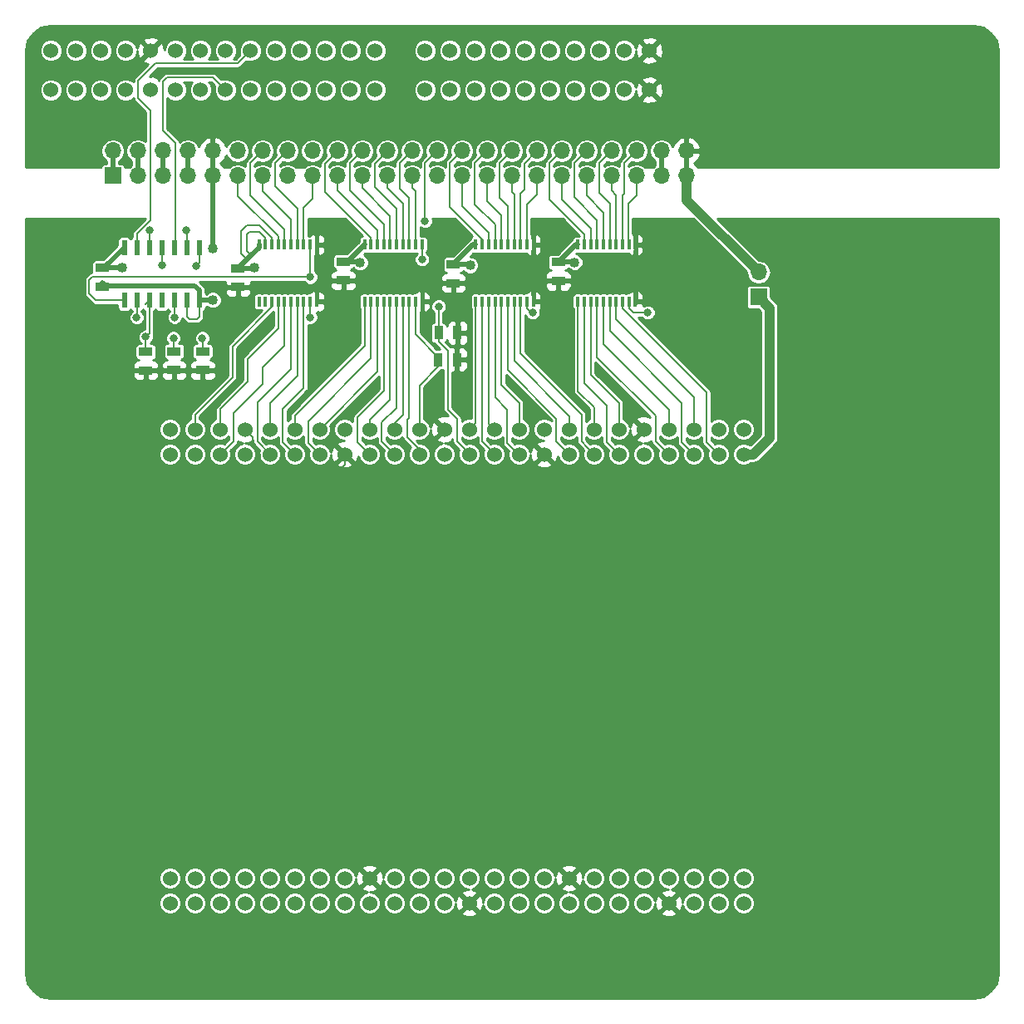
<source format=gtl>
G04 #@! TF.FileFunction,Copper,L1,Top,Signal*
%FSLAX46Y46*%
G04 Gerber Fmt 4.6, Leading zero omitted, Abs format (unit mm)*
G04 Created by KiCad (PCBNEW 4.0.6) date Monday, June 05, 2017 'PMt' 08:11:22 PM*
%MOMM*%
%LPD*%
G01*
G04 APERTURE LIST*
%ADD10C,0.100000*%
%ADD11R,0.600000X1.500000*%
%ADD12R,1.700000X1.700000*%
%ADD13O,1.700000X1.700000*%
%ADD14R,1.397000X0.889000*%
%ADD15R,0.889000X1.397000*%
%ADD16C,1.524000*%
%ADD17R,0.400000X1.000000*%
%ADD18C,0.812800*%
%ADD19C,1.016000*%
%ADD20C,0.508000*%
%ADD21C,0.177800*%
%ADD22C,1.016000*%
%ADD23C,0.254000*%
G04 APERTURE END LIST*
D10*
D11*
X118130000Y-73050000D03*
X116860000Y-73050000D03*
X115590000Y-73050000D03*
X114320000Y-73050000D03*
X113050000Y-73050000D03*
X111780000Y-73050000D03*
X110510000Y-73050000D03*
X110510000Y-78450000D03*
X111780000Y-78450000D03*
X113050000Y-78450000D03*
X114320000Y-78450000D03*
X115590000Y-78450000D03*
X116860000Y-78450000D03*
X118130000Y-78450000D03*
D12*
X109350000Y-65750000D03*
D13*
X109350000Y-63210000D03*
X111890000Y-65750000D03*
X111890000Y-63210000D03*
X114430000Y-65750000D03*
X114430000Y-63210000D03*
X116970000Y-65750000D03*
X116970000Y-63210000D03*
X119510000Y-65750000D03*
X119510000Y-63210000D03*
X122050000Y-65750000D03*
X122050000Y-63210000D03*
X124590000Y-65750000D03*
X124590000Y-63210000D03*
X127130000Y-65750000D03*
X127130000Y-63210000D03*
X129670000Y-65750000D03*
X129670000Y-63210000D03*
X132210000Y-65750000D03*
X132210000Y-63210000D03*
X134750000Y-65750000D03*
X134750000Y-63210000D03*
X137290000Y-65750000D03*
X137290000Y-63210000D03*
X139830000Y-65750000D03*
X139830000Y-63210000D03*
X142370000Y-65750000D03*
X142370000Y-63210000D03*
X144910000Y-65750000D03*
X144910000Y-63210000D03*
X147450000Y-65750000D03*
X147450000Y-63210000D03*
X149990000Y-65750000D03*
X149990000Y-63210000D03*
X152530000Y-65750000D03*
X152530000Y-63210000D03*
X155070000Y-65750000D03*
X155070000Y-63210000D03*
X157610000Y-65750000D03*
X157610000Y-63210000D03*
X160150000Y-65750000D03*
X160150000Y-63210000D03*
X162690000Y-65750000D03*
X162690000Y-63210000D03*
X165230000Y-65750000D03*
X165230000Y-63210000D03*
X167770000Y-65750000D03*
X167770000Y-63210000D03*
D14*
X118500000Y-85545000D03*
X118500000Y-83640000D03*
X115580000Y-85545000D03*
X115580000Y-83640000D03*
X112690000Y-83670000D03*
X112690000Y-85575000D03*
D15*
X144435000Y-81750000D03*
X142530000Y-81750000D03*
D16*
X103020000Y-53000000D03*
X103020000Y-57000000D03*
X105560000Y-53000000D03*
X105560000Y-57000000D03*
X108100000Y-53000000D03*
X108100000Y-57000000D03*
X110640000Y-53000000D03*
X110640000Y-57000000D03*
X113180000Y-53000000D03*
X113180000Y-57000000D03*
X115720000Y-53000000D03*
X115720000Y-57000000D03*
X118260000Y-53000000D03*
X118260000Y-57000000D03*
X120800000Y-53000000D03*
X120800000Y-57000000D03*
X123340000Y-53000000D03*
X123340000Y-57000000D03*
X125880000Y-53000000D03*
X125880000Y-57000000D03*
X128420000Y-53000000D03*
X128420000Y-57000000D03*
X130960000Y-53000000D03*
X130960000Y-57000000D03*
X133500000Y-53000000D03*
X133500000Y-57000000D03*
X136040000Y-53000000D03*
X136040000Y-57000000D03*
X141120000Y-53000000D03*
X141120000Y-57000000D03*
X143660000Y-53000000D03*
X143660000Y-57000000D03*
X146200000Y-53000000D03*
X146200000Y-57000000D03*
X148740000Y-53000000D03*
X148740000Y-57000000D03*
X151280000Y-53000000D03*
X151280000Y-57000000D03*
X153820000Y-53000000D03*
X153820000Y-57000000D03*
X156360000Y-53000000D03*
X156360000Y-57000000D03*
X158900000Y-53000000D03*
X158900000Y-57000000D03*
X161440000Y-53000000D03*
X161440000Y-57000000D03*
X163980000Y-53000000D03*
X163980000Y-57000000D03*
D17*
X140835000Y-72770000D03*
X140185000Y-72770000D03*
X139535000Y-72770000D03*
X138885000Y-72770000D03*
X138235000Y-72770000D03*
X137585000Y-72770000D03*
X136935000Y-72770000D03*
X136285000Y-72770000D03*
X135635000Y-72770000D03*
X134985000Y-72770000D03*
X134985000Y-78570000D03*
X135635000Y-78570000D03*
X136285000Y-78570000D03*
X136935000Y-78570000D03*
X137585000Y-78570000D03*
X138235000Y-78570000D03*
X138885000Y-78570000D03*
X139535000Y-78570000D03*
X140185000Y-78570000D03*
X140835000Y-78570000D03*
X162565000Y-72770000D03*
X161915000Y-72770000D03*
X161265000Y-72770000D03*
X160615000Y-72770000D03*
X159965000Y-72770000D03*
X159315000Y-72770000D03*
X158665000Y-72770000D03*
X158015000Y-72770000D03*
X157365000Y-72770000D03*
X156715000Y-72770000D03*
X156715000Y-78570000D03*
X157365000Y-78570000D03*
X158015000Y-78570000D03*
X158665000Y-78570000D03*
X159315000Y-78570000D03*
X159965000Y-78570000D03*
X160615000Y-78570000D03*
X161265000Y-78570000D03*
X161915000Y-78570000D03*
X162565000Y-78570000D03*
X152165000Y-72770000D03*
X151515000Y-72770000D03*
X150865000Y-72770000D03*
X150215000Y-72770000D03*
X149565000Y-72770000D03*
X148915000Y-72770000D03*
X148265000Y-72770000D03*
X147615000Y-72770000D03*
X146965000Y-72770000D03*
X146315000Y-72770000D03*
X146315000Y-78570000D03*
X146965000Y-78570000D03*
X147615000Y-78570000D03*
X148265000Y-78570000D03*
X148915000Y-78570000D03*
X149565000Y-78570000D03*
X150215000Y-78570000D03*
X150865000Y-78570000D03*
X151515000Y-78570000D03*
X152165000Y-78570000D03*
X130085000Y-72770000D03*
X129435000Y-72770000D03*
X128785000Y-72770000D03*
X128135000Y-72770000D03*
X127485000Y-72770000D03*
X126835000Y-72770000D03*
X126185000Y-72770000D03*
X125535000Y-72770000D03*
X124885000Y-72770000D03*
X124235000Y-72770000D03*
X124235000Y-78570000D03*
X124885000Y-78570000D03*
X125535000Y-78570000D03*
X126185000Y-78570000D03*
X126835000Y-78570000D03*
X127485000Y-78570000D03*
X128135000Y-78570000D03*
X128785000Y-78570000D03*
X129435000Y-78570000D03*
X130085000Y-78570000D03*
D14*
X108270000Y-77020000D03*
X108270000Y-75115000D03*
X122100000Y-77075000D03*
X122100000Y-75170000D03*
X132820000Y-76405000D03*
X132820000Y-74500000D03*
X144020000Y-76695000D03*
X144020000Y-74790000D03*
X154720000Y-76455000D03*
X154720000Y-74550000D03*
D15*
X144395000Y-84470000D03*
X142490000Y-84470000D03*
D12*
X175120000Y-78110000D03*
D13*
X175120000Y-75570000D03*
D16*
X132960000Y-137300000D03*
X132960000Y-139840000D03*
X130420000Y-137300000D03*
X130420000Y-139840000D03*
X127880000Y-137300000D03*
X127880000Y-139840000D03*
X125340000Y-137300000D03*
X125340000Y-139840000D03*
X122800000Y-137300000D03*
X122800000Y-139840000D03*
X120260000Y-137300000D03*
X120260000Y-139840000D03*
X117720000Y-137300000D03*
X117720000Y-139840000D03*
X115180000Y-137300000D03*
X115180000Y-139840000D03*
X135500000Y-139840000D03*
X135500000Y-137300000D03*
X138040000Y-139840000D03*
X138040000Y-137300000D03*
X140580000Y-139840000D03*
X140580000Y-137300000D03*
X143120000Y-139840000D03*
X143120000Y-137300000D03*
X145660000Y-139840000D03*
X145660000Y-137300000D03*
X148200000Y-139840000D03*
X148200000Y-137300000D03*
X150740000Y-139840000D03*
X150740000Y-137300000D03*
X153280000Y-139840000D03*
X153280000Y-137300000D03*
X173600000Y-137300000D03*
X173600000Y-139840000D03*
X171060000Y-137300000D03*
X171060000Y-139840000D03*
X168520000Y-137300000D03*
X168520000Y-139840000D03*
X165980000Y-137300000D03*
X165980000Y-139840000D03*
X163440000Y-137300000D03*
X163440000Y-139840000D03*
X160900000Y-137300000D03*
X160900000Y-139840000D03*
X158360000Y-137300000D03*
X158360000Y-139840000D03*
X155820000Y-137300000D03*
X155820000Y-139840000D03*
X155820000Y-94120000D03*
X155820000Y-91580000D03*
X158360000Y-94120000D03*
X158360000Y-91580000D03*
X160900000Y-94120000D03*
X160900000Y-91580000D03*
X163440000Y-94120000D03*
X163440000Y-91580000D03*
X165980000Y-94120000D03*
X165980000Y-91580000D03*
X168520000Y-94120000D03*
X168520000Y-91580000D03*
X171060000Y-94120000D03*
X171060000Y-91580000D03*
X173600000Y-94120000D03*
X173600000Y-91580000D03*
X153280000Y-91580000D03*
X153280000Y-94120000D03*
X150740000Y-91580000D03*
X150740000Y-94120000D03*
X148200000Y-91580000D03*
X148200000Y-94120000D03*
X145660000Y-91580000D03*
X145660000Y-94120000D03*
X143120000Y-91580000D03*
X143120000Y-94120000D03*
X140580000Y-91580000D03*
X140580000Y-94120000D03*
X138040000Y-91580000D03*
X138040000Y-94120000D03*
X135500000Y-91580000D03*
X135500000Y-94120000D03*
X115180000Y-94120000D03*
X115180000Y-91580000D03*
X117720000Y-94120000D03*
X117720000Y-91580000D03*
X120260000Y-94120000D03*
X120260000Y-91580000D03*
X122800000Y-94120000D03*
X122800000Y-91580000D03*
X125340000Y-94120000D03*
X125340000Y-91580000D03*
X127880000Y-94120000D03*
X127880000Y-91580000D03*
X130420000Y-94120000D03*
X130420000Y-91580000D03*
X132960000Y-94120000D03*
X132960000Y-91580000D03*
D18*
X129458120Y-80154594D03*
X152089946Y-79667903D03*
X163830000Y-79680000D03*
D19*
X110310000Y-75130000D03*
X123780000Y-75120000D03*
X134540000Y-74570000D03*
X156390000Y-74560000D03*
X145730000Y-74870000D03*
D18*
X115640000Y-80150000D03*
X111770000Y-80180000D03*
X113110000Y-71310000D03*
X116840000Y-71340000D03*
D19*
X119550000Y-78380000D03*
X119520000Y-73140000D03*
D18*
X129450000Y-76060000D03*
X141150000Y-70370000D03*
X118460000Y-82280000D03*
X117820000Y-74900000D03*
X115500000Y-82280000D03*
X114330000Y-74860000D03*
X112690000Y-82170000D03*
X140830000Y-74260000D03*
X142520000Y-79060000D03*
D20*
X109350000Y-63210000D02*
X109350000Y-65750000D01*
X111890000Y-63210000D02*
X111890000Y-65750000D01*
X114430000Y-63210000D02*
X114430000Y-65750000D01*
D21*
X129435000Y-80131474D02*
X129458120Y-80154594D01*
X129435000Y-78570000D02*
X129435000Y-80131474D01*
X151515000Y-78570000D02*
X151515000Y-79247800D01*
X151515000Y-79247800D02*
X151935103Y-79667903D01*
X151935103Y-79667903D02*
X152089946Y-79667903D01*
X163255264Y-79680000D02*
X163830000Y-79680000D01*
X162347200Y-79680000D02*
X163255264Y-79680000D01*
X161915000Y-79247800D02*
X162347200Y-79680000D01*
X161915000Y-78570000D02*
X161915000Y-79247800D01*
X125535000Y-72770000D02*
X125535000Y-72075000D01*
X125535000Y-72075000D02*
X124260000Y-70800000D01*
X124260000Y-70800000D02*
X123010000Y-70800000D01*
X122420000Y-73660000D02*
X122940000Y-74180000D01*
X123010000Y-70800000D02*
X122420000Y-71390000D01*
X122420000Y-71390000D02*
X122420000Y-73660000D01*
X122940000Y-74180000D02*
X123090000Y-74180000D01*
D20*
X123410000Y-73860000D02*
X123090000Y-74180000D01*
X123090000Y-74180000D02*
X122100000Y-75170000D01*
X124235000Y-73035000D02*
X123410000Y-73860000D01*
D21*
X122990000Y-71760000D02*
X122990000Y-73440000D01*
X122990000Y-73440000D02*
X123410000Y-73860000D01*
X123240000Y-71510000D02*
X122990000Y-71760000D01*
X124302800Y-71510000D02*
X123240000Y-71510000D01*
X124885000Y-72770000D02*
X124885000Y-72092200D01*
X124885000Y-72092200D02*
X124302800Y-71510000D01*
D20*
X108270000Y-75115000D02*
X110295000Y-75115000D01*
X110295000Y-75115000D02*
X110310000Y-75130000D01*
X108270000Y-75115000D02*
X108445000Y-75115000D01*
X108445000Y-75115000D02*
X110510000Y-73050000D01*
X122100000Y-75170000D02*
X123730000Y-75170000D01*
X123730000Y-75170000D02*
X123780000Y-75120000D01*
X124235000Y-72770000D02*
X124235000Y-73035000D01*
X134470000Y-74500000D02*
X134540000Y-74570000D01*
X132820000Y-74500000D02*
X134470000Y-74500000D01*
X132820000Y-74500000D02*
X133255000Y-74500000D01*
X133255000Y-74500000D02*
X134985000Y-72770000D01*
X154720000Y-74550000D02*
X156380000Y-74550000D01*
X156380000Y-74550000D02*
X156390000Y-74560000D01*
X156715000Y-72770000D02*
X156500000Y-72770000D01*
X156500000Y-72770000D02*
X154720000Y-74550000D01*
X144020000Y-74790000D02*
X145650000Y-74790000D01*
X145650000Y-74790000D02*
X145730000Y-74870000D01*
X146315000Y-72770000D02*
X146040000Y-72770000D01*
X146040000Y-72770000D02*
X144020000Y-74790000D01*
X110510000Y-73050000D02*
X110510000Y-73500000D01*
D21*
X115590000Y-78450000D02*
X115590000Y-80100000D01*
X115590000Y-80100000D02*
X115640000Y-80150000D01*
X111780000Y-78450000D02*
X111780000Y-80170000D01*
X111780000Y-80170000D02*
X111770000Y-80180000D01*
X113050000Y-71370000D02*
X113110000Y-71310000D01*
X113050000Y-73050000D02*
X113050000Y-71370000D01*
X116860000Y-73050000D02*
X116860000Y-71360000D01*
X116860000Y-71360000D02*
X116840000Y-71340000D01*
D20*
X116970000Y-63210000D02*
X116970000Y-65750000D01*
X165230000Y-63210000D02*
X165230000Y-65750000D01*
D22*
X167770000Y-65750000D02*
X167770000Y-68220000D01*
X167770000Y-68220000D02*
X175120000Y-75570000D01*
D20*
X108280000Y-76605000D02*
X108615000Y-76940000D01*
X108615000Y-76940000D02*
X117650000Y-76940000D01*
X117650000Y-76940000D02*
X118130000Y-77420000D01*
X118130000Y-77420000D02*
X118130000Y-78450000D01*
X119480000Y-78450000D02*
X119550000Y-78380000D01*
X118130000Y-78450000D02*
X119480000Y-78450000D01*
D21*
X116860000Y-78450000D02*
X116860000Y-80090000D01*
X116860000Y-80090000D02*
X117110000Y-80340000D01*
X117110000Y-80340000D02*
X117890000Y-80340000D01*
X117890000Y-80340000D02*
X118130000Y-80100000D01*
X118130000Y-80100000D02*
X118130000Y-78450000D01*
D20*
X119510000Y-65750000D02*
X119510000Y-73130000D01*
X119510000Y-73130000D02*
X119520000Y-73140000D01*
X119510000Y-63210000D02*
X119510000Y-65750000D01*
X167770000Y-63210000D02*
X167770000Y-65750000D01*
D21*
X126185000Y-72850000D02*
X126185000Y-71925000D01*
X126185000Y-71925000D02*
X122050000Y-67790000D01*
X122050000Y-67790000D02*
X122050000Y-66952081D01*
X122050000Y-66952081D02*
X122050000Y-65750000D01*
X124590000Y-63210000D02*
X123320000Y-64480000D01*
X123320000Y-64480000D02*
X123320000Y-67730000D01*
X123320000Y-67730000D02*
X126835000Y-71245000D01*
X126835000Y-71245000D02*
X126835000Y-72850000D01*
X124590000Y-65750000D02*
X124590000Y-67300000D01*
X124590000Y-67300000D02*
X127485000Y-70195000D01*
X127485000Y-70195000D02*
X127485000Y-72055000D01*
X127485000Y-72055000D02*
X127485000Y-72770000D01*
X127130000Y-63210000D02*
X125870000Y-64470000D01*
X125870000Y-64470000D02*
X125870000Y-66800000D01*
X125870000Y-66800000D02*
X128135000Y-69065000D01*
X128135000Y-69065000D02*
X128135000Y-72850000D01*
X120800000Y-57000000D02*
X119550000Y-55750000D01*
X115700000Y-62420000D02*
X115700000Y-72940000D01*
X119550000Y-55750000D02*
X114850000Y-55750000D01*
X114850000Y-55750000D02*
X114430000Y-56170000D01*
X114430000Y-56170000D02*
X114430000Y-61150000D01*
X114430000Y-61150000D02*
X115700000Y-62420000D01*
X115700000Y-72940000D02*
X115590000Y-73050000D01*
X115590000Y-73050000D02*
X115590000Y-72600000D01*
X122578001Y-53761999D02*
X123340000Y-53000000D01*
X122050000Y-54290000D02*
X122578001Y-53761999D01*
X113700000Y-54290000D02*
X122050000Y-54290000D01*
X111910000Y-56080000D02*
X113700000Y-54290000D01*
X113170000Y-59100000D02*
X111910000Y-57840000D01*
X111780000Y-71643808D02*
X113170000Y-70253808D01*
X111780000Y-73050000D02*
X111780000Y-71643808D01*
X111910000Y-57840000D02*
X111910000Y-56080000D01*
X113170000Y-70253808D02*
X113170000Y-59100000D01*
X128785000Y-72850000D02*
X128785000Y-69005000D01*
X129670000Y-68120000D02*
X129670000Y-65750000D01*
X128785000Y-69005000D02*
X129670000Y-68120000D01*
X129670000Y-65880000D02*
X129670000Y-65750000D01*
X135635000Y-72850000D02*
X135635000Y-72085000D01*
X130920000Y-67370000D02*
X130920000Y-64500000D01*
X135635000Y-72085000D02*
X130920000Y-67370000D01*
X130920000Y-64500000D02*
X131360001Y-64059999D01*
X131360001Y-64059999D02*
X132210000Y-63210000D01*
X132210000Y-65750000D02*
X132210000Y-67240000D01*
X132210000Y-67240000D02*
X136285000Y-71315000D01*
X136285000Y-71315000D02*
X136285000Y-72172200D01*
X136285000Y-72172200D02*
X136285000Y-72850000D01*
X132210000Y-65880000D02*
X132210000Y-65750000D01*
X134750000Y-63210000D02*
X133480000Y-64480000D01*
X133480000Y-64480000D02*
X133480000Y-67210000D01*
X136935000Y-70665000D02*
X136935000Y-72850000D01*
X133480000Y-67210000D02*
X136935000Y-70665000D01*
X134750000Y-65750000D02*
X134750000Y-67010000D01*
X134750000Y-67010000D02*
X137585000Y-69845000D01*
X137585000Y-69845000D02*
X137585000Y-72172200D01*
X137585000Y-72172200D02*
X137585000Y-72850000D01*
X138235000Y-72850000D02*
X138235000Y-69125000D01*
X138235000Y-69125000D02*
X136010000Y-66900000D01*
X136010000Y-64490000D02*
X136440001Y-64059999D01*
X136010000Y-66900000D02*
X136010000Y-64490000D01*
X136440001Y-64059999D02*
X137290000Y-63210000D01*
X137290000Y-65750000D02*
X137290000Y-67010000D01*
X137290000Y-67010000D02*
X138885000Y-68605000D01*
X138885000Y-68605000D02*
X138885000Y-72172200D01*
X138885000Y-72172200D02*
X138885000Y-72850000D01*
X139830000Y-63210000D02*
X138570000Y-64470000D01*
X138570000Y-64470000D02*
X138570000Y-67070000D01*
X138570000Y-67070000D02*
X139535000Y-68035000D01*
X139535000Y-68035000D02*
X139535000Y-72172200D01*
X139535000Y-72172200D02*
X139535000Y-72850000D01*
X139830000Y-65750000D02*
X139830000Y-66940000D01*
X139830000Y-66940000D02*
X140185000Y-67295000D01*
X140185000Y-67295000D02*
X140185000Y-72172200D01*
X140185000Y-72172200D02*
X140185000Y-72850000D01*
X124310000Y-76060000D02*
X128875264Y-76060000D01*
X107260000Y-76060000D02*
X124310000Y-76060000D01*
X106910000Y-76410000D02*
X107260000Y-76060000D01*
X106910000Y-77770000D02*
X106910000Y-76410000D01*
X107590000Y-78450000D02*
X106910000Y-77770000D01*
X129450000Y-75485264D02*
X129450000Y-76060000D01*
X129435000Y-72850000D02*
X129450000Y-72865000D01*
X128875264Y-76060000D02*
X129450000Y-76060000D01*
X110510000Y-78450000D02*
X107590000Y-78450000D01*
X129450000Y-72865000D02*
X129450000Y-75485264D01*
X141150000Y-64430000D02*
X141150000Y-69795264D01*
X142370000Y-63210000D02*
X141150000Y-64430000D01*
X141150000Y-69795264D02*
X141150000Y-70370000D01*
X146965000Y-72770000D02*
X146965000Y-72239938D01*
X143660000Y-68934938D02*
X143660000Y-64460000D01*
X146965000Y-72239938D02*
X143660000Y-68934938D01*
X143660000Y-64460000D02*
X144910000Y-63210000D01*
X144910000Y-65750000D02*
X144910000Y-68830000D01*
X144910000Y-68830000D02*
X147615000Y-71535000D01*
X147615000Y-71535000D02*
X147615000Y-72770000D01*
X148265000Y-72770000D02*
X148265000Y-70745000D01*
X148265000Y-70745000D02*
X146200000Y-68680000D01*
X146200000Y-64460000D02*
X147450000Y-63210000D01*
X146200000Y-68680000D02*
X146200000Y-64460000D01*
X147450000Y-65750000D02*
X147450000Y-68320000D01*
X147450000Y-68320000D02*
X148915000Y-69785000D01*
X148915000Y-69785000D02*
X148915000Y-72770000D01*
X149565000Y-72770000D02*
X149565000Y-68825000D01*
X149565000Y-68825000D02*
X148720000Y-67980000D01*
X148720000Y-67980000D02*
X148720000Y-64480000D01*
X148720000Y-64480000D02*
X149990000Y-63210000D01*
X149990000Y-65750000D02*
X149990000Y-67400000D01*
X150215000Y-67625000D02*
X150215000Y-72092200D01*
X149990000Y-67400000D02*
X150215000Y-67625000D01*
X150215000Y-72092200D02*
X150215000Y-72770000D01*
X150040000Y-65800000D02*
X149990000Y-65750000D01*
X152530000Y-63210000D02*
X151250000Y-64490000D01*
X151250000Y-64490000D02*
X151250000Y-67150000D01*
X151250000Y-67150000D02*
X150865000Y-67535000D01*
X150865000Y-67535000D02*
X150865000Y-72770000D01*
X151515000Y-72770000D02*
X151515000Y-68675000D01*
X151515000Y-68675000D02*
X152530000Y-67660000D01*
X152530000Y-67660000D02*
X152530000Y-66952081D01*
X152530000Y-66952081D02*
X152530000Y-65750000D01*
X155070000Y-63210000D02*
X153800000Y-64480000D01*
X153800000Y-64480000D02*
X153800000Y-68130000D01*
X153800000Y-68130000D02*
X157365000Y-71695000D01*
X157365000Y-71695000D02*
X157365000Y-72770000D01*
X158015000Y-72770000D02*
X158015000Y-71135000D01*
X158015000Y-71135000D02*
X155070000Y-68190000D01*
X155070000Y-68190000D02*
X155070000Y-66952081D01*
X155070000Y-66952081D02*
X155070000Y-65750000D01*
X157610000Y-63210000D02*
X156370000Y-64450000D01*
X156370000Y-64450000D02*
X156370000Y-67950000D01*
X156370000Y-67950000D02*
X158665000Y-70245000D01*
X158665000Y-70245000D02*
X158665000Y-72770000D01*
X159315000Y-72770000D02*
X159315000Y-69485000D01*
X159315000Y-69485000D02*
X157610000Y-67780000D01*
X157610000Y-67780000D02*
X157610000Y-66952081D01*
X157610000Y-66952081D02*
X157610000Y-65750000D01*
X157630000Y-65770000D02*
X157610000Y-65750000D01*
X157680000Y-66470000D02*
X157680000Y-65820000D01*
X157680000Y-65820000D02*
X157610000Y-65750000D01*
X160150000Y-63210000D02*
X158890000Y-64470000D01*
X158890000Y-64470000D02*
X158890000Y-67480000D01*
X158890000Y-67480000D02*
X159965000Y-68555000D01*
X159965000Y-68555000D02*
X159965000Y-72092200D01*
X159965000Y-72092200D02*
X159965000Y-72770000D01*
X160615000Y-72770000D02*
X160620000Y-72765000D01*
X160150000Y-67240000D02*
X160150000Y-65750000D01*
X160620000Y-72765000D02*
X160620000Y-67710000D01*
X160620000Y-67710000D02*
X160150000Y-67240000D01*
X160150000Y-65750000D02*
X160150000Y-66510000D01*
X160190000Y-66460000D02*
X160190000Y-65790000D01*
X160190000Y-65790000D02*
X160150000Y-65750000D01*
X162690000Y-63210000D02*
X161420000Y-64480000D01*
X161420000Y-67590000D02*
X161265000Y-67745000D01*
X161420000Y-64480000D02*
X161420000Y-67590000D01*
X161265000Y-67745000D02*
X161265000Y-72092200D01*
X161265000Y-72092200D02*
X161265000Y-72770000D01*
X162690000Y-65750000D02*
X162690000Y-67740000D01*
X162690000Y-67740000D02*
X161840001Y-68589999D01*
X161840001Y-68589999D02*
X161840001Y-72695001D01*
X161840001Y-72695001D02*
X161915000Y-72770000D01*
X162690000Y-65750000D02*
X162690000Y-66030000D01*
X162690000Y-65750000D02*
X162690000Y-65830000D01*
X132037630Y-96120000D02*
X125800000Y-96120000D01*
X122800000Y-91580000D02*
X123561999Y-92341999D01*
X123561999Y-92341999D02*
X123561999Y-93359521D01*
X123561999Y-93359521D02*
X124311299Y-94108821D01*
X124311299Y-94108821D02*
X124311299Y-94631299D01*
X124311299Y-94631299D02*
X125800000Y-96120000D01*
X132960000Y-94120000D02*
X132960000Y-95197630D01*
X132960000Y-95197630D02*
X132037630Y-96120000D01*
X118500000Y-83640000D02*
X118500000Y-82320000D01*
X118500000Y-82320000D02*
X118460000Y-82280000D01*
X118130000Y-74590000D02*
X117820000Y-74900000D01*
X118130000Y-73050000D02*
X118130000Y-74590000D01*
X115500000Y-82280000D02*
X115500000Y-83560000D01*
X115500000Y-83560000D02*
X115580000Y-83640000D01*
X114320000Y-73050000D02*
X114320000Y-74850000D01*
X114320000Y-74850000D02*
X114330000Y-74860000D01*
X112690000Y-82170000D02*
X112690000Y-83670000D01*
X113050000Y-78450000D02*
X113050000Y-81810000D01*
X113050000Y-81810000D02*
X112690000Y-82170000D01*
X112690000Y-78810000D02*
X113050000Y-78450000D01*
X145660000Y-94120000D02*
X145660000Y-94040000D01*
X143450000Y-89550000D02*
X143450000Y-83546300D01*
X145660000Y-94040000D02*
X144410000Y-92790000D01*
X144410000Y-92790000D02*
X144410000Y-90510000D01*
X144410000Y-90510000D02*
X143450000Y-89550000D01*
X143450000Y-83546300D02*
X142530000Y-82626300D01*
X142530000Y-82626300D02*
X142530000Y-81750000D01*
X140830000Y-74260000D02*
X140830000Y-72775000D01*
X140830000Y-72775000D02*
X140835000Y-72770000D01*
X142530000Y-81750000D02*
X142530000Y-79070000D01*
X142530000Y-79070000D02*
X142520000Y-79060000D01*
X134985000Y-78570000D02*
X134985000Y-83035000D01*
X134985000Y-83035000D02*
X127880000Y-90140000D01*
X127880000Y-90140000D02*
X127880000Y-90502370D01*
X127880000Y-90502370D02*
X127880000Y-91580000D01*
X130420000Y-94120000D02*
X129260000Y-92960000D01*
X129260000Y-92960000D02*
X129260000Y-90750000D01*
X129260000Y-90750000D02*
X135635000Y-84375000D01*
X135635000Y-84375000D02*
X135635000Y-79247800D01*
X135635000Y-79247800D02*
X135635000Y-78570000D01*
X130420000Y-91580000D02*
X136285000Y-85715000D01*
X136285000Y-85715000D02*
X136285000Y-78570000D01*
X136935000Y-78570000D02*
X136935000Y-87655000D01*
X136935000Y-87655000D02*
X134250000Y-90340000D01*
X134250000Y-90340000D02*
X134250000Y-92870000D01*
X134250000Y-92870000D02*
X134738001Y-93358001D01*
X134738001Y-93358001D02*
X135500000Y-94120000D01*
X135500000Y-91580000D02*
X135500000Y-90620000D01*
X135500000Y-90620000D02*
X137585000Y-88535000D01*
X137585000Y-88535000D02*
X137585000Y-78570000D01*
X138235000Y-78570000D02*
X138235000Y-89375000D01*
X138235000Y-89375000D02*
X136730000Y-90880000D01*
X136730000Y-90880000D02*
X136730000Y-92810000D01*
X136730000Y-92810000D02*
X137278001Y-93358001D01*
X137278001Y-93358001D02*
X138040000Y-94120000D01*
X138885000Y-78570000D02*
X138885000Y-90065000D01*
X138885000Y-90065000D02*
X138040000Y-90910000D01*
X138040000Y-90910000D02*
X138040000Y-91580000D01*
X140580000Y-94120000D02*
X140580000Y-93680000D01*
X139320000Y-92420000D02*
X139320000Y-90620000D01*
X140580000Y-93680000D02*
X139320000Y-92420000D01*
X139320000Y-90620000D02*
X139535000Y-90405000D01*
X139535000Y-90405000D02*
X139535000Y-78570000D01*
X158360000Y-91580000D02*
X158360000Y-89330000D01*
X158360000Y-89330000D02*
X156715000Y-87685000D01*
X156715000Y-87685000D02*
X156715000Y-78570000D01*
X157365000Y-78570000D02*
X157365000Y-86875000D01*
X157365000Y-86875000D02*
X159650000Y-89160000D01*
X159650000Y-89160000D02*
X159650000Y-92870000D01*
X159650000Y-92870000D02*
X160138001Y-93358001D01*
X160138001Y-93358001D02*
X160900000Y-94120000D01*
X160900000Y-91580000D02*
X160900000Y-88920000D01*
X160900000Y-88920000D02*
X158015000Y-86035000D01*
X158015000Y-86035000D02*
X158015000Y-79247800D01*
X158015000Y-79247800D02*
X158015000Y-78570000D01*
X158665000Y-78570000D02*
X158665000Y-84245000D01*
X158665000Y-84245000D02*
X164640000Y-90220000D01*
X164640000Y-90220000D02*
X164640000Y-92780000D01*
X164640000Y-92780000D02*
X165218001Y-93358001D01*
X165218001Y-93358001D02*
X165980000Y-94120000D01*
X165980000Y-91580000D02*
X165980000Y-89590000D01*
X165980000Y-89590000D02*
X159315000Y-82925000D01*
X159315000Y-82925000D02*
X159315000Y-78570000D01*
X159965000Y-78570000D02*
X159965000Y-81575000D01*
X159965000Y-81575000D02*
X167300000Y-88910000D01*
X167758001Y-93358001D02*
X168520000Y-94120000D01*
X167300000Y-88910000D02*
X167300000Y-92900000D01*
X167300000Y-92900000D02*
X167758001Y-93358001D01*
X168520000Y-91580000D02*
X168520000Y-88280000D01*
X168520000Y-88280000D02*
X160615000Y-80375000D01*
X160615000Y-80375000D02*
X160615000Y-78570000D01*
X161265000Y-78570000D02*
X161265000Y-79247800D01*
X161265000Y-79247800D02*
X169810000Y-87792800D01*
X169810000Y-87792800D02*
X169810000Y-92870000D01*
X169810000Y-92870000D02*
X170298001Y-93358001D01*
X170298001Y-93358001D02*
X171060000Y-94120000D01*
X146315000Y-78570000D02*
X146315000Y-90925000D01*
X146315000Y-90925000D02*
X145660000Y-91580000D01*
X148200000Y-94120000D02*
X148200000Y-94060000D01*
X146965000Y-92825000D02*
X146965000Y-79247800D01*
X148200000Y-94060000D02*
X146965000Y-92825000D01*
X146965000Y-79247800D02*
X146965000Y-78570000D01*
X147615000Y-78570000D02*
X147615000Y-90995000D01*
X147615000Y-90995000D02*
X148200000Y-91580000D01*
X150740000Y-94120000D02*
X150670000Y-94120000D01*
X150670000Y-94120000D02*
X149500000Y-92950000D01*
X149500000Y-92950000D02*
X149500000Y-89580000D01*
X149500000Y-89580000D02*
X148265000Y-88345000D01*
X148265000Y-88345000D02*
X148265000Y-79247800D01*
X148265000Y-79247800D02*
X148265000Y-78570000D01*
X148915000Y-78570000D02*
X148915000Y-87035000D01*
X150750000Y-91570000D02*
X150740000Y-91580000D01*
X148915000Y-87035000D02*
X150750000Y-88870000D01*
X150750000Y-88870000D02*
X150750000Y-91570000D01*
X155820000Y-94120000D02*
X154510000Y-92810000D01*
X154510000Y-92810000D02*
X154510000Y-90500000D01*
X154510000Y-90500000D02*
X149565000Y-85555000D01*
X149565000Y-85555000D02*
X149565000Y-79247800D01*
X149565000Y-79247800D02*
X149565000Y-78570000D01*
X155820000Y-91580000D02*
X155840000Y-91560000D01*
X155840000Y-91560000D02*
X155840000Y-90240000D01*
X155840000Y-90240000D02*
X150215000Y-84615000D01*
X150215000Y-84615000D02*
X150215000Y-78570000D01*
X157598001Y-93358001D02*
X158360000Y-94120000D01*
X157080000Y-92840000D02*
X157598001Y-93358001D01*
X157080000Y-90057091D02*
X157080000Y-92840000D01*
X150865000Y-83842091D02*
X157080000Y-90057091D01*
X150865000Y-78570000D02*
X150865000Y-83842091D01*
X127880000Y-94120000D02*
X126650000Y-92890000D01*
X126650000Y-92890000D02*
X126650000Y-89480000D01*
X126650000Y-89480000D02*
X128785000Y-87345000D01*
X128785000Y-87345000D02*
X128785000Y-79247800D01*
X128785000Y-79247800D02*
X128785000Y-78570000D01*
X125535000Y-78570000D02*
X125530000Y-78575000D01*
X125530000Y-78575000D02*
X125530000Y-79105062D01*
X125530000Y-79105062D02*
X121510000Y-83125062D01*
X121510000Y-83125062D02*
X121510000Y-86280000D01*
X121510000Y-86280000D02*
X117720000Y-90070000D01*
X117720000Y-90070000D02*
X117720000Y-91580000D01*
X126835000Y-78570000D02*
X126835000Y-83055000D01*
X121610000Y-92770000D02*
X121021999Y-93358001D01*
X126835000Y-83055000D02*
X124640000Y-85250000D01*
X124640000Y-85250000D02*
X124640000Y-86930000D01*
X124640000Y-86930000D02*
X121610000Y-89960000D01*
X121610000Y-89960000D02*
X121610000Y-92770000D01*
X121021999Y-93358001D02*
X120260000Y-94120000D01*
X120260000Y-91580000D02*
X120260000Y-89542908D01*
X120260000Y-89542908D02*
X123060000Y-86742908D01*
X123060000Y-86742908D02*
X123060000Y-84380000D01*
X123060000Y-84380000D02*
X126185000Y-81255000D01*
X126185000Y-81255000D02*
X126185000Y-79247800D01*
X126185000Y-79247800D02*
X126185000Y-78570000D01*
X125340000Y-94120000D02*
X124050000Y-92830000D01*
X124050000Y-92830000D02*
X124050000Y-88850000D01*
X124050000Y-88850000D02*
X127485000Y-85415000D01*
X127485000Y-85415000D02*
X127485000Y-79247800D01*
X127485000Y-79247800D02*
X127485000Y-78570000D01*
X128135000Y-78570000D02*
X128135000Y-86155000D01*
X128135000Y-86155000D02*
X125340000Y-88950000D01*
X125340000Y-88950000D02*
X125340000Y-90502370D01*
X125340000Y-90502370D02*
X125340000Y-91580000D01*
X142490000Y-84470000D02*
X142490000Y-85200000D01*
X142490000Y-85200000D02*
X140580000Y-87110000D01*
X140580000Y-87110000D02*
X140580000Y-91580000D01*
X142490000Y-84470000D02*
X142490000Y-84216000D01*
X140185000Y-81911000D02*
X140185000Y-79247800D01*
X142490000Y-84216000D02*
X140185000Y-81911000D01*
X140185000Y-79247800D02*
X140185000Y-78570000D01*
D22*
X175120000Y-78110000D02*
X176230000Y-79220000D01*
X176230000Y-92470000D02*
X174580000Y-94120000D01*
X176230000Y-79220000D02*
X176230000Y-92470000D01*
X174580000Y-94120000D02*
X173600000Y-94120000D01*
D23*
G36*
X111447731Y-71311539D02*
X111345869Y-71463985D01*
X111310100Y-71643808D01*
X111310100Y-71956577D01*
X111209135Y-72021546D01*
X111144470Y-72116187D01*
X111088454Y-72029135D01*
X110961134Y-71942141D01*
X110810000Y-71911536D01*
X110210000Y-71911536D01*
X110068810Y-71938103D01*
X109939135Y-72021546D01*
X109852141Y-72148866D01*
X109821536Y-72300000D01*
X109821536Y-72840438D01*
X108379938Y-74282036D01*
X107571500Y-74282036D01*
X107430310Y-74308603D01*
X107300635Y-74392046D01*
X107213641Y-74519366D01*
X107183036Y-74670500D01*
X107183036Y-75559500D01*
X107191363Y-75603753D01*
X107080177Y-75625869D01*
X106927731Y-75727730D01*
X106577731Y-76077731D01*
X106475869Y-76230177D01*
X106440100Y-76410000D01*
X106440100Y-77770000D01*
X106456603Y-77852964D01*
X106475869Y-77949823D01*
X106577731Y-78102269D01*
X107257730Y-78782269D01*
X107367702Y-78855750D01*
X107410177Y-78884131D01*
X107590000Y-78919900D01*
X109821536Y-78919900D01*
X109821536Y-79200000D01*
X109848103Y-79341190D01*
X109931546Y-79470865D01*
X110058866Y-79557859D01*
X110210000Y-79588464D01*
X110810000Y-79588464D01*
X110951190Y-79561897D01*
X111080865Y-79478454D01*
X111145530Y-79383813D01*
X111201546Y-79470865D01*
X111299086Y-79537511D01*
X111102864Y-79733391D01*
X110982737Y-80022689D01*
X110982464Y-80335936D01*
X111102086Y-80625444D01*
X111323391Y-80847136D01*
X111612689Y-80967263D01*
X111925936Y-80967536D01*
X112215444Y-80847914D01*
X112437136Y-80626609D01*
X112557263Y-80337311D01*
X112557536Y-80024064D01*
X112437914Y-79734556D01*
X112249900Y-79546213D01*
X112249900Y-79543423D01*
X112350865Y-79478454D01*
X112415530Y-79383813D01*
X112471546Y-79470865D01*
X112580100Y-79545037D01*
X112580100Y-81382504D01*
X112534064Y-81382464D01*
X112244556Y-81502086D01*
X112022864Y-81723391D01*
X111902737Y-82012689D01*
X111902464Y-82325936D01*
X112022086Y-82615444D01*
X112220100Y-82813804D01*
X112220100Y-82837036D01*
X111991500Y-82837036D01*
X111850310Y-82863603D01*
X111720635Y-82947046D01*
X111633641Y-83074366D01*
X111603036Y-83225500D01*
X111603036Y-84114500D01*
X111629603Y-84255690D01*
X111713046Y-84385365D01*
X111840366Y-84472359D01*
X111954641Y-84495500D01*
X111865190Y-84495500D01*
X111631801Y-84592173D01*
X111453173Y-84770802D01*
X111356500Y-85004191D01*
X111356500Y-85289250D01*
X111515250Y-85448000D01*
X112563000Y-85448000D01*
X112563000Y-85428000D01*
X112817000Y-85428000D01*
X112817000Y-85448000D01*
X113864750Y-85448000D01*
X114023500Y-85289250D01*
X114023500Y-85004191D01*
X114011074Y-84974191D01*
X114246500Y-84974191D01*
X114246500Y-85259250D01*
X114405250Y-85418000D01*
X115453000Y-85418000D01*
X115453000Y-85398000D01*
X115707000Y-85398000D01*
X115707000Y-85418000D01*
X116754750Y-85418000D01*
X116913500Y-85259250D01*
X116913500Y-84974191D01*
X117166500Y-84974191D01*
X117166500Y-85259250D01*
X117325250Y-85418000D01*
X118373000Y-85418000D01*
X118373000Y-85398000D01*
X118627000Y-85398000D01*
X118627000Y-85418000D01*
X119674750Y-85418000D01*
X119833500Y-85259250D01*
X119833500Y-84974191D01*
X119736827Y-84740802D01*
X119558199Y-84562173D01*
X119324810Y-84465500D01*
X119238167Y-84465500D01*
X119339690Y-84446397D01*
X119469365Y-84362954D01*
X119556359Y-84235634D01*
X119586964Y-84084500D01*
X119586964Y-83195500D01*
X119560397Y-83054310D01*
X119476954Y-82924635D01*
X119349634Y-82837641D01*
X119198500Y-82807036D01*
X119046568Y-82807036D01*
X119127136Y-82726609D01*
X119247263Y-82437311D01*
X119247536Y-82124064D01*
X119127914Y-81834556D01*
X118906609Y-81612864D01*
X118617311Y-81492737D01*
X118304064Y-81492464D01*
X118014556Y-81612086D01*
X117792864Y-81833391D01*
X117672737Y-82122689D01*
X117672464Y-82435936D01*
X117792086Y-82725444D01*
X117873536Y-82807036D01*
X117801500Y-82807036D01*
X117660310Y-82833603D01*
X117530635Y-82917046D01*
X117443641Y-83044366D01*
X117413036Y-83195500D01*
X117413036Y-84084500D01*
X117439603Y-84225690D01*
X117523046Y-84355365D01*
X117650366Y-84442359D01*
X117764641Y-84465500D01*
X117675190Y-84465500D01*
X117441801Y-84562173D01*
X117263173Y-84740802D01*
X117166500Y-84974191D01*
X116913500Y-84974191D01*
X116816827Y-84740802D01*
X116638199Y-84562173D01*
X116404810Y-84465500D01*
X116318167Y-84465500D01*
X116419690Y-84446397D01*
X116549365Y-84362954D01*
X116636359Y-84235634D01*
X116666964Y-84084500D01*
X116666964Y-83195500D01*
X116640397Y-83054310D01*
X116556954Y-82924635D01*
X116429634Y-82837641D01*
X116278500Y-82807036D01*
X116086568Y-82807036D01*
X116167136Y-82726609D01*
X116287263Y-82437311D01*
X116287536Y-82124064D01*
X116167914Y-81834556D01*
X115946609Y-81612864D01*
X115657311Y-81492737D01*
X115344064Y-81492464D01*
X115054556Y-81612086D01*
X114832864Y-81833391D01*
X114712737Y-82122689D01*
X114712464Y-82435936D01*
X114832086Y-82725444D01*
X114913536Y-82807036D01*
X114881500Y-82807036D01*
X114740310Y-82833603D01*
X114610635Y-82917046D01*
X114523641Y-83044366D01*
X114493036Y-83195500D01*
X114493036Y-84084500D01*
X114519603Y-84225690D01*
X114603046Y-84355365D01*
X114730366Y-84442359D01*
X114844641Y-84465500D01*
X114755190Y-84465500D01*
X114521801Y-84562173D01*
X114343173Y-84740802D01*
X114246500Y-84974191D01*
X114011074Y-84974191D01*
X113926827Y-84770802D01*
X113748199Y-84592173D01*
X113514810Y-84495500D01*
X113428167Y-84495500D01*
X113529690Y-84476397D01*
X113659365Y-84392954D01*
X113746359Y-84265634D01*
X113776964Y-84114500D01*
X113776964Y-83225500D01*
X113750397Y-83084310D01*
X113666954Y-82954635D01*
X113539634Y-82867641D01*
X113388500Y-82837036D01*
X113159900Y-82837036D01*
X113159900Y-82813501D01*
X113357136Y-82616609D01*
X113477263Y-82327311D01*
X113477536Y-82014064D01*
X113473867Y-82005184D01*
X113484131Y-81989823D01*
X113484547Y-81987731D01*
X113519900Y-81810000D01*
X113519900Y-79543423D01*
X113620865Y-79478454D01*
X113685530Y-79383813D01*
X113741546Y-79470865D01*
X113868866Y-79557859D01*
X114020000Y-79588464D01*
X114620000Y-79588464D01*
X114761190Y-79561897D01*
X114890865Y-79478454D01*
X114955530Y-79383813D01*
X115011546Y-79470865D01*
X115120100Y-79545037D01*
X115120100Y-79556412D01*
X114972864Y-79703391D01*
X114852737Y-79992689D01*
X114852464Y-80305936D01*
X114972086Y-80595444D01*
X115193391Y-80817136D01*
X115482689Y-80937263D01*
X115795936Y-80937536D01*
X116085444Y-80817914D01*
X116307136Y-80596609D01*
X116427263Y-80307311D01*
X116427294Y-80271955D01*
X116527731Y-80422269D01*
X116777730Y-80672269D01*
X116928553Y-80773046D01*
X116930177Y-80774131D01*
X117110000Y-80809900D01*
X117890000Y-80809900D01*
X118069823Y-80774131D01*
X118222269Y-80672269D01*
X118462269Y-80432270D01*
X118564131Y-80279823D01*
X118580968Y-80195177D01*
X118599900Y-80100000D01*
X118599900Y-79543423D01*
X118700865Y-79478454D01*
X118787859Y-79351134D01*
X118818464Y-79200000D01*
X118818464Y-79085000D01*
X118997630Y-79085000D01*
X119045764Y-79133218D01*
X119372391Y-79268846D01*
X119726057Y-79269154D01*
X120052920Y-79134097D01*
X120303218Y-78884236D01*
X120438846Y-78557609D01*
X120439154Y-78203943D01*
X120304097Y-77877080D01*
X120054236Y-77626782D01*
X119727609Y-77491154D01*
X119373943Y-77490846D01*
X119047080Y-77625903D01*
X118857652Y-77815000D01*
X118818464Y-77815000D01*
X118818464Y-77700000D01*
X118791897Y-77558810D01*
X118765000Y-77517011D01*
X118765000Y-77420005D01*
X118765001Y-77420000D01*
X118753216Y-77360750D01*
X120766500Y-77360750D01*
X120766500Y-77645809D01*
X120863173Y-77879198D01*
X121041801Y-78057827D01*
X121275190Y-78154500D01*
X121814250Y-78154500D01*
X121973000Y-77995750D01*
X121973000Y-77202000D01*
X122227000Y-77202000D01*
X122227000Y-77995750D01*
X122385750Y-78154500D01*
X122924810Y-78154500D01*
X123158199Y-78057827D01*
X123336827Y-77879198D01*
X123433500Y-77645809D01*
X123433500Y-77360750D01*
X123274750Y-77202000D01*
X122227000Y-77202000D01*
X121973000Y-77202000D01*
X120925250Y-77202000D01*
X120766500Y-77360750D01*
X118753216Y-77360750D01*
X118716664Y-77176996D01*
X118634489Y-77054013D01*
X118579013Y-76970987D01*
X118579010Y-76970985D01*
X118137926Y-76529900D01*
X120766500Y-76529900D01*
X120766500Y-76789250D01*
X120925250Y-76948000D01*
X121973000Y-76948000D01*
X121973000Y-76928000D01*
X122227000Y-76928000D01*
X122227000Y-76948000D01*
X123274750Y-76948000D01*
X123433500Y-76789250D01*
X123433500Y-76529900D01*
X128806499Y-76529900D01*
X129003391Y-76727136D01*
X129292689Y-76847263D01*
X129605936Y-76847536D01*
X129895444Y-76727914D01*
X129932672Y-76690750D01*
X131486500Y-76690750D01*
X131486500Y-76975809D01*
X131583173Y-77209198D01*
X131761801Y-77387827D01*
X131995190Y-77484500D01*
X132534250Y-77484500D01*
X132693000Y-77325750D01*
X132693000Y-76532000D01*
X132947000Y-76532000D01*
X132947000Y-77325750D01*
X133105750Y-77484500D01*
X133644810Y-77484500D01*
X133878199Y-77387827D01*
X134056827Y-77209198D01*
X134151453Y-76980750D01*
X142686500Y-76980750D01*
X142686500Y-77265809D01*
X142783173Y-77499198D01*
X142961801Y-77677827D01*
X143195190Y-77774500D01*
X143734250Y-77774500D01*
X143893000Y-77615750D01*
X143893000Y-76822000D01*
X144147000Y-76822000D01*
X144147000Y-77615750D01*
X144305750Y-77774500D01*
X144844810Y-77774500D01*
X145078199Y-77677827D01*
X145256827Y-77499198D01*
X145353500Y-77265809D01*
X145353500Y-76980750D01*
X145194750Y-76822000D01*
X144147000Y-76822000D01*
X143893000Y-76822000D01*
X142845250Y-76822000D01*
X142686500Y-76980750D01*
X134151453Y-76980750D01*
X134153500Y-76975809D01*
X134153500Y-76740750D01*
X153386500Y-76740750D01*
X153386500Y-77025809D01*
X153483173Y-77259198D01*
X153661801Y-77437827D01*
X153895190Y-77534500D01*
X154434250Y-77534500D01*
X154593000Y-77375750D01*
X154593000Y-76582000D01*
X154847000Y-76582000D01*
X154847000Y-77375750D01*
X155005750Y-77534500D01*
X155544810Y-77534500D01*
X155778199Y-77437827D01*
X155956827Y-77259198D01*
X156053500Y-77025809D01*
X156053500Y-76740750D01*
X155894750Y-76582000D01*
X154847000Y-76582000D01*
X154593000Y-76582000D01*
X153545250Y-76582000D01*
X153386500Y-76740750D01*
X134153500Y-76740750D01*
X134153500Y-76690750D01*
X133994750Y-76532000D01*
X132947000Y-76532000D01*
X132693000Y-76532000D01*
X131645250Y-76532000D01*
X131486500Y-76690750D01*
X129932672Y-76690750D01*
X130117136Y-76506609D01*
X130237263Y-76217311D01*
X130237536Y-75904064D01*
X130117914Y-75614556D01*
X129919900Y-75416196D01*
X129919900Y-73811350D01*
X129985000Y-73746250D01*
X129985000Y-73432636D01*
X129992859Y-73421134D01*
X130023464Y-73270000D01*
X130023464Y-72897000D01*
X130185000Y-72897000D01*
X130185000Y-73746250D01*
X130343750Y-73905000D01*
X130411310Y-73905000D01*
X130644699Y-73808327D01*
X130823327Y-73629698D01*
X130920000Y-73396309D01*
X130920000Y-73055750D01*
X130761250Y-72897000D01*
X130185000Y-72897000D01*
X130023464Y-72897000D01*
X130023464Y-72270000D01*
X129996897Y-72128810D01*
X129985000Y-72110321D01*
X129985000Y-71793750D01*
X130185000Y-71793750D01*
X130185000Y-72643000D01*
X130761250Y-72643000D01*
X130920000Y-72484250D01*
X130920000Y-72143691D01*
X130823327Y-71910302D01*
X130644699Y-71731673D01*
X130411310Y-71635000D01*
X130343750Y-71635000D01*
X130185000Y-71793750D01*
X129985000Y-71793750D01*
X129826250Y-71635000D01*
X129758690Y-71635000D01*
X129525301Y-71731673D01*
X129375439Y-71881536D01*
X129254900Y-71881536D01*
X129254900Y-70127000D01*
X133012461Y-70127000D01*
X134769848Y-71884387D01*
X134643810Y-71908103D01*
X134514135Y-71991546D01*
X134427141Y-72118866D01*
X134396536Y-72270000D01*
X134396536Y-72460439D01*
X133189938Y-73667036D01*
X132121500Y-73667036D01*
X131980310Y-73693603D01*
X131850635Y-73777046D01*
X131763641Y-73904366D01*
X131733036Y-74055500D01*
X131733036Y-74944500D01*
X131759603Y-75085690D01*
X131843046Y-75215365D01*
X131970366Y-75302359D01*
X132084641Y-75325500D01*
X131995190Y-75325500D01*
X131761801Y-75422173D01*
X131583173Y-75600802D01*
X131486500Y-75834191D01*
X131486500Y-76119250D01*
X131645250Y-76278000D01*
X132693000Y-76278000D01*
X132693000Y-76258000D01*
X132947000Y-76258000D01*
X132947000Y-76278000D01*
X133994750Y-76278000D01*
X134153500Y-76119250D01*
X134153500Y-75834191D01*
X134056827Y-75600802D01*
X133878199Y-75422173D01*
X133644810Y-75325500D01*
X133558167Y-75325500D01*
X133659690Y-75306397D01*
X133789365Y-75222954D01*
X133848817Y-75135944D01*
X134035764Y-75323218D01*
X134362391Y-75458846D01*
X134716057Y-75459154D01*
X135042920Y-75324097D01*
X135293218Y-75074236D01*
X135428846Y-74747609D01*
X135429154Y-74393943D01*
X135294097Y-74067080D01*
X135044236Y-73816782D01*
X134897269Y-73755756D01*
X134994561Y-73658464D01*
X135185000Y-73658464D01*
X135314588Y-73634080D01*
X135435000Y-73658464D01*
X135835000Y-73658464D01*
X135964588Y-73634080D01*
X136085000Y-73658464D01*
X136485000Y-73658464D01*
X136614588Y-73634080D01*
X136735000Y-73658464D01*
X137135000Y-73658464D01*
X137264588Y-73634080D01*
X137385000Y-73658464D01*
X137785000Y-73658464D01*
X137914588Y-73634080D01*
X138035000Y-73658464D01*
X138435000Y-73658464D01*
X138564588Y-73634080D01*
X138685000Y-73658464D01*
X139085000Y-73658464D01*
X139214588Y-73634080D01*
X139335000Y-73658464D01*
X139735000Y-73658464D01*
X139864588Y-73634080D01*
X139985000Y-73658464D01*
X140318062Y-73658464D01*
X140162864Y-73813391D01*
X140042737Y-74102689D01*
X140042464Y-74415936D01*
X140162086Y-74705444D01*
X140383391Y-74927136D01*
X140672689Y-75047263D01*
X140985936Y-75047536D01*
X141275444Y-74927914D01*
X141497136Y-74706609D01*
X141617263Y-74417311D01*
X141617536Y-74104064D01*
X141497914Y-73814556D01*
X141299900Y-73616196D01*
X141299900Y-73552292D01*
X141305865Y-73548454D01*
X141392859Y-73421134D01*
X141423464Y-73270000D01*
X141423464Y-72270000D01*
X141396897Y-72128810D01*
X141313454Y-71999135D01*
X141186134Y-71912141D01*
X141035000Y-71881536D01*
X140654900Y-71881536D01*
X140654900Y-70988560D01*
X140703391Y-71037136D01*
X140992689Y-71157263D01*
X141305936Y-71157536D01*
X141595444Y-71037914D01*
X141817136Y-70816609D01*
X141937263Y-70527311D01*
X141937536Y-70214064D01*
X141901562Y-70127000D01*
X144187524Y-70127000D01*
X145970656Y-71910133D01*
X145844135Y-71991546D01*
X145757141Y-72118866D01*
X145735806Y-72224221D01*
X145590987Y-72320987D01*
X143954938Y-73957036D01*
X143321500Y-73957036D01*
X143180310Y-73983603D01*
X143050635Y-74067046D01*
X142963641Y-74194366D01*
X142933036Y-74345500D01*
X142933036Y-75234500D01*
X142959603Y-75375690D01*
X143043046Y-75505365D01*
X143170366Y-75592359D01*
X143284641Y-75615500D01*
X143195190Y-75615500D01*
X142961801Y-75712173D01*
X142783173Y-75890802D01*
X142686500Y-76124191D01*
X142686500Y-76409250D01*
X142845250Y-76568000D01*
X143893000Y-76568000D01*
X143893000Y-76548000D01*
X144147000Y-76548000D01*
X144147000Y-76568000D01*
X145194750Y-76568000D01*
X145353500Y-76409250D01*
X145353500Y-76124191D01*
X145256827Y-75890802D01*
X145078199Y-75712173D01*
X144844810Y-75615500D01*
X144758167Y-75615500D01*
X144859690Y-75596397D01*
X144989365Y-75512954D01*
X145040697Y-75437827D01*
X145225764Y-75623218D01*
X145552391Y-75758846D01*
X145906057Y-75759154D01*
X146232920Y-75624097D01*
X146483218Y-75374236D01*
X146618846Y-75047609D01*
X146619154Y-74693943D01*
X146484097Y-74367080D01*
X146234236Y-74116782D01*
X145907609Y-73981154D01*
X145727029Y-73980997D01*
X146060582Y-73647444D01*
X146115000Y-73658464D01*
X146515000Y-73658464D01*
X146644588Y-73634080D01*
X146765000Y-73658464D01*
X147165000Y-73658464D01*
X147294588Y-73634080D01*
X147415000Y-73658464D01*
X147815000Y-73658464D01*
X147944588Y-73634080D01*
X148065000Y-73658464D01*
X148465000Y-73658464D01*
X148594588Y-73634080D01*
X148715000Y-73658464D01*
X149115000Y-73658464D01*
X149244588Y-73634080D01*
X149365000Y-73658464D01*
X149765000Y-73658464D01*
X149894588Y-73634080D01*
X150015000Y-73658464D01*
X150415000Y-73658464D01*
X150544588Y-73634080D01*
X150665000Y-73658464D01*
X151065000Y-73658464D01*
X151194588Y-73634080D01*
X151315000Y-73658464D01*
X151455439Y-73658464D01*
X151605301Y-73808327D01*
X151838690Y-73905000D01*
X151906250Y-73905000D01*
X152065000Y-73746250D01*
X152065000Y-73432636D01*
X152072859Y-73421134D01*
X152103464Y-73270000D01*
X152103464Y-72897000D01*
X152265000Y-72897000D01*
X152265000Y-73746250D01*
X152423750Y-73905000D01*
X152491310Y-73905000D01*
X152724699Y-73808327D01*
X152903327Y-73629698D01*
X153000000Y-73396309D01*
X153000000Y-73055750D01*
X152841250Y-72897000D01*
X152265000Y-72897000D01*
X152103464Y-72897000D01*
X152103464Y-72270000D01*
X152076897Y-72128810D01*
X152065000Y-72110321D01*
X152065000Y-71793750D01*
X152265000Y-71793750D01*
X152265000Y-72643000D01*
X152841250Y-72643000D01*
X153000000Y-72484250D01*
X153000000Y-72143691D01*
X152903327Y-71910302D01*
X152724699Y-71731673D01*
X152491310Y-71635000D01*
X152423750Y-71635000D01*
X152265000Y-71793750D01*
X152065000Y-71793750D01*
X151984900Y-71713650D01*
X151984900Y-70127000D01*
X155132462Y-70127000D01*
X156886997Y-71881536D01*
X156515000Y-71881536D01*
X156373810Y-71908103D01*
X156244135Y-71991546D01*
X156157141Y-72118866D01*
X156126536Y-72270000D01*
X156126536Y-72270507D01*
X156050987Y-72320987D01*
X154654938Y-73717036D01*
X154021500Y-73717036D01*
X153880310Y-73743603D01*
X153750635Y-73827046D01*
X153663641Y-73954366D01*
X153633036Y-74105500D01*
X153633036Y-74994500D01*
X153659603Y-75135690D01*
X153743046Y-75265365D01*
X153870366Y-75352359D01*
X153984641Y-75375500D01*
X153895190Y-75375500D01*
X153661801Y-75472173D01*
X153483173Y-75650802D01*
X153386500Y-75884191D01*
X153386500Y-76169250D01*
X153545250Y-76328000D01*
X154593000Y-76328000D01*
X154593000Y-76308000D01*
X154847000Y-76308000D01*
X154847000Y-76328000D01*
X155894750Y-76328000D01*
X156053500Y-76169250D01*
X156053500Y-75884191D01*
X155956827Y-75650802D01*
X155778199Y-75472173D01*
X155544810Y-75375500D01*
X155458167Y-75375500D01*
X155559690Y-75356397D01*
X155689365Y-75272954D01*
X155749461Y-75185000D01*
X155757770Y-75185000D01*
X155885764Y-75313218D01*
X156212391Y-75448846D01*
X156566057Y-75449154D01*
X156892920Y-75314097D01*
X157143218Y-75064236D01*
X157278846Y-74737609D01*
X157279154Y-74383943D01*
X157144097Y-74057080D01*
X156894236Y-73806782D01*
X156567609Y-73671154D01*
X156496934Y-73671092D01*
X156510478Y-73657548D01*
X156515000Y-73658464D01*
X156915000Y-73658464D01*
X157044588Y-73634080D01*
X157165000Y-73658464D01*
X157565000Y-73658464D01*
X157694588Y-73634080D01*
X157815000Y-73658464D01*
X158215000Y-73658464D01*
X158344588Y-73634080D01*
X158465000Y-73658464D01*
X158865000Y-73658464D01*
X158994588Y-73634080D01*
X159115000Y-73658464D01*
X159515000Y-73658464D01*
X159644588Y-73634080D01*
X159765000Y-73658464D01*
X160165000Y-73658464D01*
X160294588Y-73634080D01*
X160415000Y-73658464D01*
X160815000Y-73658464D01*
X160944588Y-73634080D01*
X161065000Y-73658464D01*
X161465000Y-73658464D01*
X161594588Y-73634080D01*
X161715000Y-73658464D01*
X161855439Y-73658464D01*
X162005301Y-73808327D01*
X162238690Y-73905000D01*
X162306250Y-73905000D01*
X162465000Y-73746250D01*
X162465000Y-73432636D01*
X162472859Y-73421134D01*
X162503464Y-73270000D01*
X162503464Y-72897000D01*
X162665000Y-72897000D01*
X162665000Y-73746250D01*
X162823750Y-73905000D01*
X162891310Y-73905000D01*
X163124699Y-73808327D01*
X163303327Y-73629698D01*
X163400000Y-73396309D01*
X163400000Y-73055750D01*
X163241250Y-72897000D01*
X162665000Y-72897000D01*
X162503464Y-72897000D01*
X162503464Y-72270000D01*
X162476897Y-72128810D01*
X162465000Y-72110321D01*
X162465000Y-71793750D01*
X162665000Y-71793750D01*
X162665000Y-72643000D01*
X163241250Y-72643000D01*
X163400000Y-72484250D01*
X163400000Y-72143691D01*
X163303327Y-71910302D01*
X163124699Y-71731673D01*
X162891310Y-71635000D01*
X162823750Y-71635000D01*
X162665000Y-71793750D01*
X162465000Y-71793750D01*
X162309901Y-71638651D01*
X162309901Y-70127000D01*
X168419764Y-70127000D01*
X173865409Y-75572645D01*
X173958587Y-76041083D01*
X174225435Y-76440448D01*
X174624800Y-76707296D01*
X175095883Y-76801000D01*
X175144117Y-76801000D01*
X175615200Y-76707296D01*
X176014565Y-76440448D01*
X176281413Y-76041083D01*
X176375117Y-75570000D01*
X176281413Y-75098917D01*
X176014565Y-74699552D01*
X175615200Y-74432704D01*
X175146762Y-74339526D01*
X170934236Y-70127000D01*
X199544000Y-70127000D01*
X199544000Y-146955089D01*
X199342096Y-147970128D01*
X198792562Y-148792562D01*
X197970128Y-149342096D01*
X196955089Y-149544000D01*
X103044911Y-149544000D01*
X102029872Y-149342096D01*
X101207438Y-148792562D01*
X100657904Y-147970128D01*
X100456000Y-146955089D01*
X100456000Y-140066359D01*
X114036802Y-140066359D01*
X114210446Y-140486612D01*
X114531697Y-140808423D01*
X114951646Y-140982801D01*
X115406359Y-140983198D01*
X115826612Y-140809554D01*
X116148423Y-140488303D01*
X116322801Y-140068354D01*
X116322802Y-140066359D01*
X116576802Y-140066359D01*
X116750446Y-140486612D01*
X117071697Y-140808423D01*
X117491646Y-140982801D01*
X117946359Y-140983198D01*
X118366612Y-140809554D01*
X118688423Y-140488303D01*
X118862801Y-140068354D01*
X118862802Y-140066359D01*
X119116802Y-140066359D01*
X119290446Y-140486612D01*
X119611697Y-140808423D01*
X120031646Y-140982801D01*
X120486359Y-140983198D01*
X120906612Y-140809554D01*
X121228423Y-140488303D01*
X121402801Y-140068354D01*
X121402802Y-140066359D01*
X121656802Y-140066359D01*
X121830446Y-140486612D01*
X122151697Y-140808423D01*
X122571646Y-140982801D01*
X123026359Y-140983198D01*
X123446612Y-140809554D01*
X123768423Y-140488303D01*
X123942801Y-140068354D01*
X123942802Y-140066359D01*
X124196802Y-140066359D01*
X124370446Y-140486612D01*
X124691697Y-140808423D01*
X125111646Y-140982801D01*
X125566359Y-140983198D01*
X125986612Y-140809554D01*
X126308423Y-140488303D01*
X126482801Y-140068354D01*
X126482802Y-140066359D01*
X126736802Y-140066359D01*
X126910446Y-140486612D01*
X127231697Y-140808423D01*
X127651646Y-140982801D01*
X128106359Y-140983198D01*
X128526612Y-140809554D01*
X128848423Y-140488303D01*
X129022801Y-140068354D01*
X129022802Y-140066359D01*
X129276802Y-140066359D01*
X129450446Y-140486612D01*
X129771697Y-140808423D01*
X130191646Y-140982801D01*
X130646359Y-140983198D01*
X131066612Y-140809554D01*
X131388423Y-140488303D01*
X131562801Y-140068354D01*
X131562802Y-140066359D01*
X131816802Y-140066359D01*
X131990446Y-140486612D01*
X132311697Y-140808423D01*
X132731646Y-140982801D01*
X133186359Y-140983198D01*
X133606612Y-140809554D01*
X133928423Y-140488303D01*
X134102801Y-140068354D01*
X134102802Y-140066359D01*
X134356802Y-140066359D01*
X134530446Y-140486612D01*
X134851697Y-140808423D01*
X135271646Y-140982801D01*
X135726359Y-140983198D01*
X136146612Y-140809554D01*
X136468423Y-140488303D01*
X136642801Y-140068354D01*
X136642802Y-140066359D01*
X136896802Y-140066359D01*
X137070446Y-140486612D01*
X137391697Y-140808423D01*
X137811646Y-140982801D01*
X138266359Y-140983198D01*
X138686612Y-140809554D01*
X139008423Y-140488303D01*
X139182801Y-140068354D01*
X139182802Y-140066359D01*
X139436802Y-140066359D01*
X139610446Y-140486612D01*
X139931697Y-140808423D01*
X140351646Y-140982801D01*
X140806359Y-140983198D01*
X141226612Y-140809554D01*
X141548423Y-140488303D01*
X141722801Y-140068354D01*
X141722802Y-140066359D01*
X141976802Y-140066359D01*
X142150446Y-140486612D01*
X142471697Y-140808423D01*
X142891646Y-140982801D01*
X143346359Y-140983198D01*
X143740815Y-140820213D01*
X144859392Y-140820213D01*
X144928857Y-141062397D01*
X145452302Y-141249144D01*
X146007368Y-141221362D01*
X146391143Y-141062397D01*
X146460608Y-140820213D01*
X145660000Y-140019605D01*
X144859392Y-140820213D01*
X143740815Y-140820213D01*
X143766612Y-140809554D01*
X144088423Y-140488303D01*
X144262801Y-140068354D01*
X144262970Y-139874340D01*
X144278638Y-140187368D01*
X144437603Y-140571143D01*
X144679787Y-140640608D01*
X145480395Y-139840000D01*
X145839605Y-139840000D01*
X146640213Y-140640608D01*
X146882397Y-140571143D01*
X147059852Y-140073742D01*
X147230446Y-140486612D01*
X147551697Y-140808423D01*
X147971646Y-140982801D01*
X148426359Y-140983198D01*
X148846612Y-140809554D01*
X149168423Y-140488303D01*
X149342801Y-140068354D01*
X149342802Y-140066359D01*
X149596802Y-140066359D01*
X149770446Y-140486612D01*
X150091697Y-140808423D01*
X150511646Y-140982801D01*
X150966359Y-140983198D01*
X151386612Y-140809554D01*
X151708423Y-140488303D01*
X151882801Y-140068354D01*
X151882802Y-140066359D01*
X152136802Y-140066359D01*
X152310446Y-140486612D01*
X152631697Y-140808423D01*
X153051646Y-140982801D01*
X153506359Y-140983198D01*
X153926612Y-140809554D01*
X154248423Y-140488303D01*
X154422801Y-140068354D01*
X154422802Y-140066359D01*
X154676802Y-140066359D01*
X154850446Y-140486612D01*
X155171697Y-140808423D01*
X155591646Y-140982801D01*
X156046359Y-140983198D01*
X156466612Y-140809554D01*
X156788423Y-140488303D01*
X156962801Y-140068354D01*
X156962802Y-140066359D01*
X157216802Y-140066359D01*
X157390446Y-140486612D01*
X157711697Y-140808423D01*
X158131646Y-140982801D01*
X158586359Y-140983198D01*
X159006612Y-140809554D01*
X159328423Y-140488303D01*
X159502801Y-140068354D01*
X159502802Y-140066359D01*
X159756802Y-140066359D01*
X159930446Y-140486612D01*
X160251697Y-140808423D01*
X160671646Y-140982801D01*
X161126359Y-140983198D01*
X161546612Y-140809554D01*
X161868423Y-140488303D01*
X162042801Y-140068354D01*
X162042802Y-140066359D01*
X162296802Y-140066359D01*
X162470446Y-140486612D01*
X162791697Y-140808423D01*
X163211646Y-140982801D01*
X163666359Y-140983198D01*
X164060815Y-140820213D01*
X165179392Y-140820213D01*
X165248857Y-141062397D01*
X165772302Y-141249144D01*
X166327368Y-141221362D01*
X166711143Y-141062397D01*
X166780608Y-140820213D01*
X165980000Y-140019605D01*
X165179392Y-140820213D01*
X164060815Y-140820213D01*
X164086612Y-140809554D01*
X164408423Y-140488303D01*
X164582801Y-140068354D01*
X164582970Y-139874340D01*
X164598638Y-140187368D01*
X164757603Y-140571143D01*
X164999787Y-140640608D01*
X165800395Y-139840000D01*
X166159605Y-139840000D01*
X166960213Y-140640608D01*
X167202397Y-140571143D01*
X167379852Y-140073742D01*
X167550446Y-140486612D01*
X167871697Y-140808423D01*
X168291646Y-140982801D01*
X168746359Y-140983198D01*
X169166612Y-140809554D01*
X169488423Y-140488303D01*
X169662801Y-140068354D01*
X169662802Y-140066359D01*
X169916802Y-140066359D01*
X170090446Y-140486612D01*
X170411697Y-140808423D01*
X170831646Y-140982801D01*
X171286359Y-140983198D01*
X171706612Y-140809554D01*
X172028423Y-140488303D01*
X172202801Y-140068354D01*
X172202802Y-140066359D01*
X172456802Y-140066359D01*
X172630446Y-140486612D01*
X172951697Y-140808423D01*
X173371646Y-140982801D01*
X173826359Y-140983198D01*
X174246612Y-140809554D01*
X174568423Y-140488303D01*
X174742801Y-140068354D01*
X174743198Y-139613641D01*
X174569554Y-139193388D01*
X174248303Y-138871577D01*
X173828354Y-138697199D01*
X173373641Y-138696802D01*
X172953388Y-138870446D01*
X172631577Y-139191697D01*
X172457199Y-139611646D01*
X172456802Y-140066359D01*
X172202802Y-140066359D01*
X172203198Y-139613641D01*
X172029554Y-139193388D01*
X171708303Y-138871577D01*
X171288354Y-138697199D01*
X170833641Y-138696802D01*
X170413388Y-138870446D01*
X170091577Y-139191697D01*
X169917199Y-139611646D01*
X169916802Y-140066359D01*
X169662802Y-140066359D01*
X169663198Y-139613641D01*
X169489554Y-139193388D01*
X169168303Y-138871577D01*
X168748354Y-138697199D01*
X168293641Y-138696802D01*
X167873388Y-138870446D01*
X167551577Y-139191697D01*
X167377199Y-139611646D01*
X167377030Y-139805660D01*
X167361362Y-139492632D01*
X167202397Y-139108857D01*
X166960213Y-139039392D01*
X166159605Y-139840000D01*
X165800395Y-139840000D01*
X164999787Y-139039392D01*
X164757603Y-139108857D01*
X164580148Y-139606258D01*
X164409554Y-139193388D01*
X164088303Y-138871577D01*
X163668354Y-138697199D01*
X163213641Y-138696802D01*
X162793388Y-138870446D01*
X162471577Y-139191697D01*
X162297199Y-139611646D01*
X162296802Y-140066359D01*
X162042802Y-140066359D01*
X162043198Y-139613641D01*
X161869554Y-139193388D01*
X161548303Y-138871577D01*
X161128354Y-138697199D01*
X160673641Y-138696802D01*
X160253388Y-138870446D01*
X159931577Y-139191697D01*
X159757199Y-139611646D01*
X159756802Y-140066359D01*
X159502802Y-140066359D01*
X159503198Y-139613641D01*
X159329554Y-139193388D01*
X159008303Y-138871577D01*
X158588354Y-138697199D01*
X158133641Y-138696802D01*
X157713388Y-138870446D01*
X157391577Y-139191697D01*
X157217199Y-139611646D01*
X157216802Y-140066359D01*
X156962802Y-140066359D01*
X156963198Y-139613641D01*
X156789554Y-139193388D01*
X156468303Y-138871577D01*
X156048354Y-138697199D01*
X155854340Y-138697030D01*
X156167368Y-138681362D01*
X156551143Y-138522397D01*
X156620608Y-138280213D01*
X155820000Y-137479605D01*
X155019392Y-138280213D01*
X155088857Y-138522397D01*
X155586258Y-138699852D01*
X155173388Y-138870446D01*
X154851577Y-139191697D01*
X154677199Y-139611646D01*
X154676802Y-140066359D01*
X154422802Y-140066359D01*
X154423198Y-139613641D01*
X154249554Y-139193388D01*
X153928303Y-138871577D01*
X153508354Y-138697199D01*
X153053641Y-138696802D01*
X152633388Y-138870446D01*
X152311577Y-139191697D01*
X152137199Y-139611646D01*
X152136802Y-140066359D01*
X151882802Y-140066359D01*
X151883198Y-139613641D01*
X151709554Y-139193388D01*
X151388303Y-138871577D01*
X150968354Y-138697199D01*
X150513641Y-138696802D01*
X150093388Y-138870446D01*
X149771577Y-139191697D01*
X149597199Y-139611646D01*
X149596802Y-140066359D01*
X149342802Y-140066359D01*
X149343198Y-139613641D01*
X149169554Y-139193388D01*
X148848303Y-138871577D01*
X148428354Y-138697199D01*
X147973641Y-138696802D01*
X147553388Y-138870446D01*
X147231577Y-139191697D01*
X147057199Y-139611646D01*
X147057030Y-139805660D01*
X147041362Y-139492632D01*
X146882397Y-139108857D01*
X146640213Y-139039392D01*
X145839605Y-139840000D01*
X145480395Y-139840000D01*
X144679787Y-139039392D01*
X144437603Y-139108857D01*
X144260148Y-139606258D01*
X144089554Y-139193388D01*
X143768303Y-138871577D01*
X143348354Y-138697199D01*
X142893641Y-138696802D01*
X142473388Y-138870446D01*
X142151577Y-139191697D01*
X141977199Y-139611646D01*
X141976802Y-140066359D01*
X141722802Y-140066359D01*
X141723198Y-139613641D01*
X141549554Y-139193388D01*
X141228303Y-138871577D01*
X140808354Y-138697199D01*
X140353641Y-138696802D01*
X139933388Y-138870446D01*
X139611577Y-139191697D01*
X139437199Y-139611646D01*
X139436802Y-140066359D01*
X139182802Y-140066359D01*
X139183198Y-139613641D01*
X139009554Y-139193388D01*
X138688303Y-138871577D01*
X138268354Y-138697199D01*
X137813641Y-138696802D01*
X137393388Y-138870446D01*
X137071577Y-139191697D01*
X136897199Y-139611646D01*
X136896802Y-140066359D01*
X136642802Y-140066359D01*
X136643198Y-139613641D01*
X136469554Y-139193388D01*
X136148303Y-138871577D01*
X135728354Y-138697199D01*
X135534340Y-138697030D01*
X135847368Y-138681362D01*
X136231143Y-138522397D01*
X136300608Y-138280213D01*
X135500000Y-137479605D01*
X134699392Y-138280213D01*
X134768857Y-138522397D01*
X135266258Y-138699852D01*
X134853388Y-138870446D01*
X134531577Y-139191697D01*
X134357199Y-139611646D01*
X134356802Y-140066359D01*
X134102802Y-140066359D01*
X134103198Y-139613641D01*
X133929554Y-139193388D01*
X133608303Y-138871577D01*
X133188354Y-138697199D01*
X132733641Y-138696802D01*
X132313388Y-138870446D01*
X131991577Y-139191697D01*
X131817199Y-139611646D01*
X131816802Y-140066359D01*
X131562802Y-140066359D01*
X131563198Y-139613641D01*
X131389554Y-139193388D01*
X131068303Y-138871577D01*
X130648354Y-138697199D01*
X130193641Y-138696802D01*
X129773388Y-138870446D01*
X129451577Y-139191697D01*
X129277199Y-139611646D01*
X129276802Y-140066359D01*
X129022802Y-140066359D01*
X129023198Y-139613641D01*
X128849554Y-139193388D01*
X128528303Y-138871577D01*
X128108354Y-138697199D01*
X127653641Y-138696802D01*
X127233388Y-138870446D01*
X126911577Y-139191697D01*
X126737199Y-139611646D01*
X126736802Y-140066359D01*
X126482802Y-140066359D01*
X126483198Y-139613641D01*
X126309554Y-139193388D01*
X125988303Y-138871577D01*
X125568354Y-138697199D01*
X125113641Y-138696802D01*
X124693388Y-138870446D01*
X124371577Y-139191697D01*
X124197199Y-139611646D01*
X124196802Y-140066359D01*
X123942802Y-140066359D01*
X123943198Y-139613641D01*
X123769554Y-139193388D01*
X123448303Y-138871577D01*
X123028354Y-138697199D01*
X122573641Y-138696802D01*
X122153388Y-138870446D01*
X121831577Y-139191697D01*
X121657199Y-139611646D01*
X121656802Y-140066359D01*
X121402802Y-140066359D01*
X121403198Y-139613641D01*
X121229554Y-139193388D01*
X120908303Y-138871577D01*
X120488354Y-138697199D01*
X120033641Y-138696802D01*
X119613388Y-138870446D01*
X119291577Y-139191697D01*
X119117199Y-139611646D01*
X119116802Y-140066359D01*
X118862802Y-140066359D01*
X118863198Y-139613641D01*
X118689554Y-139193388D01*
X118368303Y-138871577D01*
X117948354Y-138697199D01*
X117493641Y-138696802D01*
X117073388Y-138870446D01*
X116751577Y-139191697D01*
X116577199Y-139611646D01*
X116576802Y-140066359D01*
X116322802Y-140066359D01*
X116323198Y-139613641D01*
X116149554Y-139193388D01*
X115828303Y-138871577D01*
X115408354Y-138697199D01*
X114953641Y-138696802D01*
X114533388Y-138870446D01*
X114211577Y-139191697D01*
X114037199Y-139611646D01*
X114036802Y-140066359D01*
X100456000Y-140066359D01*
X100456000Y-137526359D01*
X114036802Y-137526359D01*
X114210446Y-137946612D01*
X114531697Y-138268423D01*
X114951646Y-138442801D01*
X115406359Y-138443198D01*
X115826612Y-138269554D01*
X116148423Y-137948303D01*
X116322801Y-137528354D01*
X116322802Y-137526359D01*
X116576802Y-137526359D01*
X116750446Y-137946612D01*
X117071697Y-138268423D01*
X117491646Y-138442801D01*
X117946359Y-138443198D01*
X118366612Y-138269554D01*
X118688423Y-137948303D01*
X118862801Y-137528354D01*
X118862802Y-137526359D01*
X119116802Y-137526359D01*
X119290446Y-137946612D01*
X119611697Y-138268423D01*
X120031646Y-138442801D01*
X120486359Y-138443198D01*
X120906612Y-138269554D01*
X121228423Y-137948303D01*
X121402801Y-137528354D01*
X121402802Y-137526359D01*
X121656802Y-137526359D01*
X121830446Y-137946612D01*
X122151697Y-138268423D01*
X122571646Y-138442801D01*
X123026359Y-138443198D01*
X123446612Y-138269554D01*
X123768423Y-137948303D01*
X123942801Y-137528354D01*
X123942802Y-137526359D01*
X124196802Y-137526359D01*
X124370446Y-137946612D01*
X124691697Y-138268423D01*
X125111646Y-138442801D01*
X125566359Y-138443198D01*
X125986612Y-138269554D01*
X126308423Y-137948303D01*
X126482801Y-137528354D01*
X126482802Y-137526359D01*
X126736802Y-137526359D01*
X126910446Y-137946612D01*
X127231697Y-138268423D01*
X127651646Y-138442801D01*
X128106359Y-138443198D01*
X128526612Y-138269554D01*
X128848423Y-137948303D01*
X129022801Y-137528354D01*
X129022802Y-137526359D01*
X129276802Y-137526359D01*
X129450446Y-137946612D01*
X129771697Y-138268423D01*
X130191646Y-138442801D01*
X130646359Y-138443198D01*
X131066612Y-138269554D01*
X131388423Y-137948303D01*
X131562801Y-137528354D01*
X131562802Y-137526359D01*
X131816802Y-137526359D01*
X131990446Y-137946612D01*
X132311697Y-138268423D01*
X132731646Y-138442801D01*
X133186359Y-138443198D01*
X133606612Y-138269554D01*
X133928423Y-137948303D01*
X134102801Y-137528354D01*
X134102970Y-137334340D01*
X134118638Y-137647368D01*
X134277603Y-138031143D01*
X134519787Y-138100608D01*
X135320395Y-137300000D01*
X135679605Y-137300000D01*
X136480213Y-138100608D01*
X136722397Y-138031143D01*
X136899852Y-137533742D01*
X137070446Y-137946612D01*
X137391697Y-138268423D01*
X137811646Y-138442801D01*
X138266359Y-138443198D01*
X138686612Y-138269554D01*
X139008423Y-137948303D01*
X139182801Y-137528354D01*
X139182802Y-137526359D01*
X139436802Y-137526359D01*
X139610446Y-137946612D01*
X139931697Y-138268423D01*
X140351646Y-138442801D01*
X140806359Y-138443198D01*
X141226612Y-138269554D01*
X141548423Y-137948303D01*
X141722801Y-137528354D01*
X141722802Y-137526359D01*
X141976802Y-137526359D01*
X142150446Y-137946612D01*
X142471697Y-138268423D01*
X142891646Y-138442801D01*
X143346359Y-138443198D01*
X143766612Y-138269554D01*
X144088423Y-137948303D01*
X144262801Y-137528354D01*
X144262802Y-137526359D01*
X144516802Y-137526359D01*
X144690446Y-137946612D01*
X145011697Y-138268423D01*
X145431646Y-138442801D01*
X145625660Y-138442970D01*
X145312632Y-138458638D01*
X144928857Y-138617603D01*
X144859392Y-138859787D01*
X145660000Y-139660395D01*
X146460608Y-138859787D01*
X146391143Y-138617603D01*
X145893742Y-138440148D01*
X146306612Y-138269554D01*
X146628423Y-137948303D01*
X146802801Y-137528354D01*
X146802802Y-137526359D01*
X147056802Y-137526359D01*
X147230446Y-137946612D01*
X147551697Y-138268423D01*
X147971646Y-138442801D01*
X148426359Y-138443198D01*
X148846612Y-138269554D01*
X149168423Y-137948303D01*
X149342801Y-137528354D01*
X149342802Y-137526359D01*
X149596802Y-137526359D01*
X149770446Y-137946612D01*
X150091697Y-138268423D01*
X150511646Y-138442801D01*
X150966359Y-138443198D01*
X151386612Y-138269554D01*
X151708423Y-137948303D01*
X151882801Y-137528354D01*
X151882802Y-137526359D01*
X152136802Y-137526359D01*
X152310446Y-137946612D01*
X152631697Y-138268423D01*
X153051646Y-138442801D01*
X153506359Y-138443198D01*
X153926612Y-138269554D01*
X154248423Y-137948303D01*
X154422801Y-137528354D01*
X154422970Y-137334340D01*
X154438638Y-137647368D01*
X154597603Y-138031143D01*
X154839787Y-138100608D01*
X155640395Y-137300000D01*
X155999605Y-137300000D01*
X156800213Y-138100608D01*
X157042397Y-138031143D01*
X157219852Y-137533742D01*
X157390446Y-137946612D01*
X157711697Y-138268423D01*
X158131646Y-138442801D01*
X158586359Y-138443198D01*
X159006612Y-138269554D01*
X159328423Y-137948303D01*
X159502801Y-137528354D01*
X159502802Y-137526359D01*
X159756802Y-137526359D01*
X159930446Y-137946612D01*
X160251697Y-138268423D01*
X160671646Y-138442801D01*
X161126359Y-138443198D01*
X161546612Y-138269554D01*
X161868423Y-137948303D01*
X162042801Y-137528354D01*
X162042802Y-137526359D01*
X162296802Y-137526359D01*
X162470446Y-137946612D01*
X162791697Y-138268423D01*
X163211646Y-138442801D01*
X163666359Y-138443198D01*
X164086612Y-138269554D01*
X164408423Y-137948303D01*
X164582801Y-137528354D01*
X164582802Y-137526359D01*
X164836802Y-137526359D01*
X165010446Y-137946612D01*
X165331697Y-138268423D01*
X165751646Y-138442801D01*
X165945660Y-138442970D01*
X165632632Y-138458638D01*
X165248857Y-138617603D01*
X165179392Y-138859787D01*
X165980000Y-139660395D01*
X166780608Y-138859787D01*
X166711143Y-138617603D01*
X166213742Y-138440148D01*
X166626612Y-138269554D01*
X166948423Y-137948303D01*
X167122801Y-137528354D01*
X167122802Y-137526359D01*
X167376802Y-137526359D01*
X167550446Y-137946612D01*
X167871697Y-138268423D01*
X168291646Y-138442801D01*
X168746359Y-138443198D01*
X169166612Y-138269554D01*
X169488423Y-137948303D01*
X169662801Y-137528354D01*
X169662802Y-137526359D01*
X169916802Y-137526359D01*
X170090446Y-137946612D01*
X170411697Y-138268423D01*
X170831646Y-138442801D01*
X171286359Y-138443198D01*
X171706612Y-138269554D01*
X172028423Y-137948303D01*
X172202801Y-137528354D01*
X172202802Y-137526359D01*
X172456802Y-137526359D01*
X172630446Y-137946612D01*
X172951697Y-138268423D01*
X173371646Y-138442801D01*
X173826359Y-138443198D01*
X174246612Y-138269554D01*
X174568423Y-137948303D01*
X174742801Y-137528354D01*
X174743198Y-137073641D01*
X174569554Y-136653388D01*
X174248303Y-136331577D01*
X173828354Y-136157199D01*
X173373641Y-136156802D01*
X172953388Y-136330446D01*
X172631577Y-136651697D01*
X172457199Y-137071646D01*
X172456802Y-137526359D01*
X172202802Y-137526359D01*
X172203198Y-137073641D01*
X172029554Y-136653388D01*
X171708303Y-136331577D01*
X171288354Y-136157199D01*
X170833641Y-136156802D01*
X170413388Y-136330446D01*
X170091577Y-136651697D01*
X169917199Y-137071646D01*
X169916802Y-137526359D01*
X169662802Y-137526359D01*
X169663198Y-137073641D01*
X169489554Y-136653388D01*
X169168303Y-136331577D01*
X168748354Y-136157199D01*
X168293641Y-136156802D01*
X167873388Y-136330446D01*
X167551577Y-136651697D01*
X167377199Y-137071646D01*
X167376802Y-137526359D01*
X167122802Y-137526359D01*
X167123198Y-137073641D01*
X166949554Y-136653388D01*
X166628303Y-136331577D01*
X166208354Y-136157199D01*
X165753641Y-136156802D01*
X165333388Y-136330446D01*
X165011577Y-136651697D01*
X164837199Y-137071646D01*
X164836802Y-137526359D01*
X164582802Y-137526359D01*
X164583198Y-137073641D01*
X164409554Y-136653388D01*
X164088303Y-136331577D01*
X163668354Y-136157199D01*
X163213641Y-136156802D01*
X162793388Y-136330446D01*
X162471577Y-136651697D01*
X162297199Y-137071646D01*
X162296802Y-137526359D01*
X162042802Y-137526359D01*
X162043198Y-137073641D01*
X161869554Y-136653388D01*
X161548303Y-136331577D01*
X161128354Y-136157199D01*
X160673641Y-136156802D01*
X160253388Y-136330446D01*
X159931577Y-136651697D01*
X159757199Y-137071646D01*
X159756802Y-137526359D01*
X159502802Y-137526359D01*
X159503198Y-137073641D01*
X159329554Y-136653388D01*
X159008303Y-136331577D01*
X158588354Y-136157199D01*
X158133641Y-136156802D01*
X157713388Y-136330446D01*
X157391577Y-136651697D01*
X157217199Y-137071646D01*
X157217030Y-137265660D01*
X157201362Y-136952632D01*
X157042397Y-136568857D01*
X156800213Y-136499392D01*
X155999605Y-137300000D01*
X155640395Y-137300000D01*
X154839787Y-136499392D01*
X154597603Y-136568857D01*
X154420148Y-137066258D01*
X154249554Y-136653388D01*
X153928303Y-136331577D01*
X153899910Y-136319787D01*
X155019392Y-136319787D01*
X155820000Y-137120395D01*
X156620608Y-136319787D01*
X156551143Y-136077603D01*
X156027698Y-135890856D01*
X155472632Y-135918638D01*
X155088857Y-136077603D01*
X155019392Y-136319787D01*
X153899910Y-136319787D01*
X153508354Y-136157199D01*
X153053641Y-136156802D01*
X152633388Y-136330446D01*
X152311577Y-136651697D01*
X152137199Y-137071646D01*
X152136802Y-137526359D01*
X151882802Y-137526359D01*
X151883198Y-137073641D01*
X151709554Y-136653388D01*
X151388303Y-136331577D01*
X150968354Y-136157199D01*
X150513641Y-136156802D01*
X150093388Y-136330446D01*
X149771577Y-136651697D01*
X149597199Y-137071646D01*
X149596802Y-137526359D01*
X149342802Y-137526359D01*
X149343198Y-137073641D01*
X149169554Y-136653388D01*
X148848303Y-136331577D01*
X148428354Y-136157199D01*
X147973641Y-136156802D01*
X147553388Y-136330446D01*
X147231577Y-136651697D01*
X147057199Y-137071646D01*
X147056802Y-137526359D01*
X146802802Y-137526359D01*
X146803198Y-137073641D01*
X146629554Y-136653388D01*
X146308303Y-136331577D01*
X145888354Y-136157199D01*
X145433641Y-136156802D01*
X145013388Y-136330446D01*
X144691577Y-136651697D01*
X144517199Y-137071646D01*
X144516802Y-137526359D01*
X144262802Y-137526359D01*
X144263198Y-137073641D01*
X144089554Y-136653388D01*
X143768303Y-136331577D01*
X143348354Y-136157199D01*
X142893641Y-136156802D01*
X142473388Y-136330446D01*
X142151577Y-136651697D01*
X141977199Y-137071646D01*
X141976802Y-137526359D01*
X141722802Y-137526359D01*
X141723198Y-137073641D01*
X141549554Y-136653388D01*
X141228303Y-136331577D01*
X140808354Y-136157199D01*
X140353641Y-136156802D01*
X139933388Y-136330446D01*
X139611577Y-136651697D01*
X139437199Y-137071646D01*
X139436802Y-137526359D01*
X139182802Y-137526359D01*
X139183198Y-137073641D01*
X139009554Y-136653388D01*
X138688303Y-136331577D01*
X138268354Y-136157199D01*
X137813641Y-136156802D01*
X137393388Y-136330446D01*
X137071577Y-136651697D01*
X136897199Y-137071646D01*
X136897030Y-137265660D01*
X136881362Y-136952632D01*
X136722397Y-136568857D01*
X136480213Y-136499392D01*
X135679605Y-137300000D01*
X135320395Y-137300000D01*
X134519787Y-136499392D01*
X134277603Y-136568857D01*
X134100148Y-137066258D01*
X133929554Y-136653388D01*
X133608303Y-136331577D01*
X133579910Y-136319787D01*
X134699392Y-136319787D01*
X135500000Y-137120395D01*
X136300608Y-136319787D01*
X136231143Y-136077603D01*
X135707698Y-135890856D01*
X135152632Y-135918638D01*
X134768857Y-136077603D01*
X134699392Y-136319787D01*
X133579910Y-136319787D01*
X133188354Y-136157199D01*
X132733641Y-136156802D01*
X132313388Y-136330446D01*
X131991577Y-136651697D01*
X131817199Y-137071646D01*
X131816802Y-137526359D01*
X131562802Y-137526359D01*
X131563198Y-137073641D01*
X131389554Y-136653388D01*
X131068303Y-136331577D01*
X130648354Y-136157199D01*
X130193641Y-136156802D01*
X129773388Y-136330446D01*
X129451577Y-136651697D01*
X129277199Y-137071646D01*
X129276802Y-137526359D01*
X129022802Y-137526359D01*
X129023198Y-137073641D01*
X128849554Y-136653388D01*
X128528303Y-136331577D01*
X128108354Y-136157199D01*
X127653641Y-136156802D01*
X127233388Y-136330446D01*
X126911577Y-136651697D01*
X126737199Y-137071646D01*
X126736802Y-137526359D01*
X126482802Y-137526359D01*
X126483198Y-137073641D01*
X126309554Y-136653388D01*
X125988303Y-136331577D01*
X125568354Y-136157199D01*
X125113641Y-136156802D01*
X124693388Y-136330446D01*
X124371577Y-136651697D01*
X124197199Y-137071646D01*
X124196802Y-137526359D01*
X123942802Y-137526359D01*
X123943198Y-137073641D01*
X123769554Y-136653388D01*
X123448303Y-136331577D01*
X123028354Y-136157199D01*
X122573641Y-136156802D01*
X122153388Y-136330446D01*
X121831577Y-136651697D01*
X121657199Y-137071646D01*
X121656802Y-137526359D01*
X121402802Y-137526359D01*
X121403198Y-137073641D01*
X121229554Y-136653388D01*
X120908303Y-136331577D01*
X120488354Y-136157199D01*
X120033641Y-136156802D01*
X119613388Y-136330446D01*
X119291577Y-136651697D01*
X119117199Y-137071646D01*
X119116802Y-137526359D01*
X118862802Y-137526359D01*
X118863198Y-137073641D01*
X118689554Y-136653388D01*
X118368303Y-136331577D01*
X117948354Y-136157199D01*
X117493641Y-136156802D01*
X117073388Y-136330446D01*
X116751577Y-136651697D01*
X116577199Y-137071646D01*
X116576802Y-137526359D01*
X116322802Y-137526359D01*
X116323198Y-137073641D01*
X116149554Y-136653388D01*
X115828303Y-136331577D01*
X115408354Y-136157199D01*
X114953641Y-136156802D01*
X114533388Y-136330446D01*
X114211577Y-136651697D01*
X114037199Y-137071646D01*
X114036802Y-137526359D01*
X100456000Y-137526359D01*
X100456000Y-94346359D01*
X114036802Y-94346359D01*
X114210446Y-94766612D01*
X114531697Y-95088423D01*
X114951646Y-95262801D01*
X115406359Y-95263198D01*
X115826612Y-95089554D01*
X116148423Y-94768303D01*
X116322801Y-94348354D01*
X116322802Y-94346359D01*
X116576802Y-94346359D01*
X116750446Y-94766612D01*
X117071697Y-95088423D01*
X117491646Y-95262801D01*
X117946359Y-95263198D01*
X118366612Y-95089554D01*
X118688423Y-94768303D01*
X118862801Y-94348354D01*
X118863198Y-93893641D01*
X118689554Y-93473388D01*
X118368303Y-93151577D01*
X117948354Y-92977199D01*
X117493641Y-92976802D01*
X117073388Y-93150446D01*
X116751577Y-93471697D01*
X116577199Y-93891646D01*
X116576802Y-94346359D01*
X116322802Y-94346359D01*
X116323198Y-93893641D01*
X116149554Y-93473388D01*
X115828303Y-93151577D01*
X115408354Y-92977199D01*
X114953641Y-92976802D01*
X114533388Y-93150446D01*
X114211577Y-93471697D01*
X114037199Y-93891646D01*
X114036802Y-94346359D01*
X100456000Y-94346359D01*
X100456000Y-91806359D01*
X114036802Y-91806359D01*
X114210446Y-92226612D01*
X114531697Y-92548423D01*
X114951646Y-92722801D01*
X115406359Y-92723198D01*
X115826612Y-92549554D01*
X116148423Y-92228303D01*
X116322801Y-91808354D01*
X116322802Y-91806359D01*
X116576802Y-91806359D01*
X116750446Y-92226612D01*
X117071697Y-92548423D01*
X117491646Y-92722801D01*
X117946359Y-92723198D01*
X118366612Y-92549554D01*
X118688423Y-92228303D01*
X118862801Y-91808354D01*
X118863198Y-91353641D01*
X118689554Y-90933388D01*
X118368303Y-90611577D01*
X118189900Y-90537498D01*
X118189900Y-90264638D01*
X121842269Y-86612270D01*
X121944131Y-86459823D01*
X121962541Y-86367269D01*
X121979900Y-86280000D01*
X121979900Y-83319700D01*
X125715100Y-79584501D01*
X125715100Y-81060361D01*
X122727731Y-84047731D01*
X122625869Y-84200177D01*
X122590100Y-84380000D01*
X122590100Y-86548270D01*
X119927731Y-89210639D01*
X119825869Y-89363085D01*
X119790100Y-89542908D01*
X119790100Y-90537431D01*
X119613388Y-90610446D01*
X119291577Y-90931697D01*
X119117199Y-91351646D01*
X119116802Y-91806359D01*
X119290446Y-92226612D01*
X119611697Y-92548423D01*
X120031646Y-92722801D01*
X120486359Y-92723198D01*
X120906612Y-92549554D01*
X121140100Y-92316472D01*
X121140100Y-92575362D01*
X120689732Y-93025730D01*
X120689729Y-93025732D01*
X120664938Y-93050523D01*
X120488354Y-92977199D01*
X120033641Y-92976802D01*
X119613388Y-93150446D01*
X119291577Y-93471697D01*
X119117199Y-93891646D01*
X119116802Y-94346359D01*
X119290446Y-94766612D01*
X119611697Y-95088423D01*
X120031646Y-95262801D01*
X120486359Y-95263198D01*
X120906612Y-95089554D01*
X121228423Y-94768303D01*
X121402801Y-94348354D01*
X121403198Y-93893641D01*
X121329430Y-93715109D01*
X121354268Y-93690271D01*
X121354270Y-93690268D01*
X121942269Y-93102269D01*
X122044131Y-92949823D01*
X122054518Y-92897603D01*
X122073151Y-92803929D01*
X122566258Y-92979852D01*
X122153388Y-93150446D01*
X121831577Y-93471697D01*
X121657199Y-93891646D01*
X121656802Y-94346359D01*
X121830446Y-94766612D01*
X122151697Y-95088423D01*
X122571646Y-95262801D01*
X123026359Y-95263198D01*
X123446612Y-95089554D01*
X123768423Y-94768303D01*
X123942801Y-94348354D01*
X123943198Y-93893641D01*
X123769554Y-93473388D01*
X123448303Y-93151577D01*
X123028354Y-92977199D01*
X122834340Y-92977030D01*
X123147368Y-92961362D01*
X123531143Y-92802397D01*
X123580100Y-92631712D01*
X123580100Y-92830000D01*
X123605959Y-92960000D01*
X123615869Y-93009823D01*
X123717731Y-93162269D01*
X124270523Y-93715062D01*
X124197199Y-93891646D01*
X124196802Y-94346359D01*
X124370446Y-94766612D01*
X124691697Y-95088423D01*
X125111646Y-95262801D01*
X125566359Y-95263198D01*
X125986612Y-95089554D01*
X126308423Y-94768303D01*
X126482801Y-94348354D01*
X126483198Y-93893641D01*
X126309554Y-93473388D01*
X125988303Y-93151577D01*
X125568354Y-92977199D01*
X125113641Y-92976802D01*
X124935108Y-93050570D01*
X124519900Y-92635362D01*
X124519900Y-92376327D01*
X124691697Y-92548423D01*
X125111646Y-92722801D01*
X125566359Y-92723198D01*
X125986612Y-92549554D01*
X126180100Y-92356403D01*
X126180100Y-92890000D01*
X126207099Y-93025731D01*
X126215869Y-93069823D01*
X126317731Y-93222269D01*
X126810523Y-93715062D01*
X126737199Y-93891646D01*
X126736802Y-94346359D01*
X126910446Y-94766612D01*
X127231697Y-95088423D01*
X127651646Y-95262801D01*
X128106359Y-95263198D01*
X128526612Y-95089554D01*
X128848423Y-94768303D01*
X129022801Y-94348354D01*
X129023198Y-93893641D01*
X128849554Y-93473388D01*
X128528303Y-93151577D01*
X128108354Y-92977199D01*
X127653641Y-92976802D01*
X127475108Y-93050570D01*
X127119900Y-92695362D01*
X127119900Y-92436431D01*
X127231697Y-92548423D01*
X127651646Y-92722801D01*
X128106359Y-92723198D01*
X128526612Y-92549554D01*
X128790100Y-92286525D01*
X128790100Y-92960000D01*
X128817673Y-93098618D01*
X128825869Y-93139823D01*
X128927731Y-93292269D01*
X129350523Y-93715062D01*
X129277199Y-93891646D01*
X129276802Y-94346359D01*
X129450446Y-94766612D01*
X129771697Y-95088423D01*
X130191646Y-95262801D01*
X130646359Y-95263198D01*
X131040815Y-95100213D01*
X132159392Y-95100213D01*
X132228857Y-95342397D01*
X132752302Y-95529144D01*
X133307368Y-95501362D01*
X133691143Y-95342397D01*
X133760608Y-95100213D01*
X132960000Y-94299605D01*
X132159392Y-95100213D01*
X131040815Y-95100213D01*
X131066612Y-95089554D01*
X131388423Y-94768303D01*
X131562801Y-94348354D01*
X131562970Y-94154340D01*
X131578638Y-94467368D01*
X131737603Y-94851143D01*
X131979787Y-94920608D01*
X132780395Y-94120000D01*
X131979787Y-93319392D01*
X131737603Y-93388857D01*
X131560148Y-93886258D01*
X131389554Y-93473388D01*
X131068303Y-93151577D01*
X130648354Y-92977199D01*
X130193641Y-92976802D01*
X130015108Y-93050570D01*
X129729900Y-92765362D01*
X129729900Y-92506553D01*
X129771697Y-92548423D01*
X130191646Y-92722801D01*
X130646359Y-92723198D01*
X131066612Y-92549554D01*
X131388423Y-92228303D01*
X131562801Y-91808354D01*
X131563198Y-91353641D01*
X131489430Y-91175108D01*
X136465100Y-86199439D01*
X136465100Y-87460361D01*
X133917731Y-90007731D01*
X133815869Y-90160177D01*
X133780100Y-90340000D01*
X133780100Y-90783673D01*
X133608303Y-90611577D01*
X133188354Y-90437199D01*
X132733641Y-90436802D01*
X132313388Y-90610446D01*
X131991577Y-90931697D01*
X131817199Y-91351646D01*
X131816802Y-91806359D01*
X131990446Y-92226612D01*
X132311697Y-92548423D01*
X132731646Y-92722801D01*
X132925660Y-92722970D01*
X132612632Y-92738638D01*
X132228857Y-92897603D01*
X132159392Y-93139787D01*
X132960000Y-93940395D01*
X132974143Y-93926253D01*
X133153748Y-94105858D01*
X133139605Y-94120000D01*
X133940213Y-94920608D01*
X134182397Y-94851143D01*
X134359852Y-94353742D01*
X134530446Y-94766612D01*
X134851697Y-95088423D01*
X135271646Y-95262801D01*
X135726359Y-95263198D01*
X136146612Y-95089554D01*
X136468423Y-94768303D01*
X136642801Y-94348354D01*
X136643198Y-93893641D01*
X136469554Y-93473388D01*
X136148303Y-93151577D01*
X135728354Y-92977199D01*
X135273641Y-92976802D01*
X135095108Y-93050570D01*
X135070273Y-93025735D01*
X135070271Y-93025732D01*
X134719900Y-92675362D01*
X134719900Y-92416396D01*
X134851697Y-92548423D01*
X135271646Y-92722801D01*
X135726359Y-92723198D01*
X136146612Y-92549554D01*
X136260100Y-92436263D01*
X136260100Y-92810000D01*
X136287913Y-92949823D01*
X136295869Y-92989823D01*
X136397731Y-93142269D01*
X136945731Y-93690270D01*
X136945734Y-93690272D01*
X136970523Y-93715061D01*
X136897199Y-93891646D01*
X136896802Y-94346359D01*
X137070446Y-94766612D01*
X137391697Y-95088423D01*
X137811646Y-95262801D01*
X138266359Y-95263198D01*
X138686612Y-95089554D01*
X139008423Y-94768303D01*
X139182801Y-94348354D01*
X139183198Y-93893641D01*
X139009554Y-93473388D01*
X138688303Y-93151577D01*
X138268354Y-92977199D01*
X137813641Y-92976802D01*
X137635108Y-93050570D01*
X137610272Y-93025734D01*
X137610270Y-93025731D01*
X137199900Y-92615362D01*
X137199900Y-92356292D01*
X137391697Y-92548423D01*
X137811646Y-92722801D01*
X138266359Y-92723198D01*
X138686612Y-92549554D01*
X138850100Y-92386350D01*
X138850100Y-92420000D01*
X138877990Y-92560213D01*
X138885869Y-92599823D01*
X138987731Y-92752269D01*
X139659409Y-93423948D01*
X139611577Y-93471697D01*
X139437199Y-93891646D01*
X139436802Y-94346359D01*
X139610446Y-94766612D01*
X139931697Y-95088423D01*
X140351646Y-95262801D01*
X140806359Y-95263198D01*
X141226612Y-95089554D01*
X141548423Y-94768303D01*
X141722801Y-94348354D01*
X141723198Y-93893641D01*
X141549554Y-93473388D01*
X141228303Y-93151577D01*
X140808354Y-92977199D01*
X140541505Y-92976966D01*
X140241676Y-92677137D01*
X140351646Y-92722801D01*
X140806359Y-92723198D01*
X141226612Y-92549554D01*
X141548423Y-92228303D01*
X141722801Y-91808354D01*
X141722970Y-91614340D01*
X141738638Y-91927368D01*
X141897603Y-92311143D01*
X142139787Y-92380608D01*
X142940395Y-91580000D01*
X142139787Y-90779392D01*
X141897603Y-90848857D01*
X141720148Y-91346258D01*
X141549554Y-90933388D01*
X141228303Y-90611577D01*
X141049900Y-90537498D01*
X141049900Y-87304638D01*
X142797575Y-85556964D01*
X142934500Y-85556964D01*
X142980100Y-85548384D01*
X142980100Y-89550000D01*
X143011104Y-89705869D01*
X143015869Y-89729823D01*
X143117731Y-89882269D01*
X143449924Y-90214462D01*
X143327698Y-90170856D01*
X142772632Y-90198638D01*
X142388857Y-90357603D01*
X142319392Y-90599787D01*
X143120000Y-91400395D01*
X143134143Y-91386253D01*
X143313748Y-91565858D01*
X143299605Y-91580000D01*
X143313748Y-91594143D01*
X143134143Y-91773748D01*
X143120000Y-91759605D01*
X142319392Y-92560213D01*
X142388857Y-92802397D01*
X142886258Y-92979852D01*
X142473388Y-93150446D01*
X142151577Y-93471697D01*
X141977199Y-93891646D01*
X141976802Y-94346359D01*
X142150446Y-94766612D01*
X142471697Y-95088423D01*
X142891646Y-95262801D01*
X143346359Y-95263198D01*
X143766612Y-95089554D01*
X144088423Y-94768303D01*
X144262801Y-94348354D01*
X144263198Y-93893641D01*
X144089554Y-93473388D01*
X143768303Y-93151577D01*
X143348354Y-92977199D01*
X143154340Y-92977030D01*
X143467368Y-92961362D01*
X143851143Y-92802397D01*
X143920607Y-92560215D01*
X143940100Y-92579708D01*
X143940100Y-92790000D01*
X143971891Y-92949823D01*
X143975869Y-92969823D01*
X144077731Y-93122269D01*
X144613996Y-93658534D01*
X144517199Y-93891646D01*
X144516802Y-94346359D01*
X144690446Y-94766612D01*
X145011697Y-95088423D01*
X145431646Y-95262801D01*
X145886359Y-95263198D01*
X146306612Y-95089554D01*
X146628423Y-94768303D01*
X146802801Y-94348354D01*
X146803198Y-93893641D01*
X146629554Y-93473388D01*
X146308303Y-93151577D01*
X145888354Y-92977199D01*
X145433641Y-92976802D01*
X145311718Y-93027179D01*
X144879900Y-92595362D01*
X144879900Y-92416396D01*
X145011697Y-92548423D01*
X145431646Y-92722801D01*
X145886359Y-92723198D01*
X146306612Y-92549554D01*
X146495100Y-92361394D01*
X146495100Y-92825000D01*
X146519929Y-92949823D01*
X146530869Y-93004823D01*
X146632731Y-93157269D01*
X147148127Y-93672666D01*
X147057199Y-93891646D01*
X147056802Y-94346359D01*
X147230446Y-94766612D01*
X147551697Y-95088423D01*
X147971646Y-95262801D01*
X148426359Y-95263198D01*
X148846612Y-95089554D01*
X149168423Y-94768303D01*
X149342801Y-94348354D01*
X149343198Y-93893641D01*
X149169554Y-93473388D01*
X148848303Y-93151577D01*
X148428354Y-92977199D01*
X147973641Y-92976802D01*
X147837565Y-93033027D01*
X147434900Y-92630362D01*
X147434900Y-92431422D01*
X147551697Y-92548423D01*
X147971646Y-92722801D01*
X148426359Y-92723198D01*
X148846612Y-92549554D01*
X149030100Y-92366385D01*
X149030100Y-92950000D01*
X149059662Y-93098618D01*
X149065869Y-93129823D01*
X149167731Y-93282269D01*
X149649985Y-93764523D01*
X149597199Y-93891646D01*
X149596802Y-94346359D01*
X149770446Y-94766612D01*
X150091697Y-95088423D01*
X150511646Y-95262801D01*
X150966359Y-95263198D01*
X151360815Y-95100213D01*
X152479392Y-95100213D01*
X152548857Y-95342397D01*
X153072302Y-95529144D01*
X153627368Y-95501362D01*
X154011143Y-95342397D01*
X154080608Y-95100213D01*
X153280000Y-94299605D01*
X152479392Y-95100213D01*
X151360815Y-95100213D01*
X151386612Y-95089554D01*
X151708423Y-94768303D01*
X151882801Y-94348354D01*
X151882970Y-94154340D01*
X151898638Y-94467368D01*
X152057603Y-94851143D01*
X152299787Y-94920608D01*
X153100395Y-94120000D01*
X152299787Y-93319392D01*
X152057603Y-93388857D01*
X151880148Y-93886258D01*
X151709554Y-93473388D01*
X151388303Y-93151577D01*
X150968354Y-92977199D01*
X150513641Y-92976802D01*
X150285575Y-93071036D01*
X149969900Y-92755362D01*
X149969900Y-92426414D01*
X150091697Y-92548423D01*
X150511646Y-92722801D01*
X150966359Y-92723198D01*
X151386612Y-92549554D01*
X151708423Y-92228303D01*
X151882801Y-91808354D01*
X151883198Y-91353641D01*
X151709554Y-90933388D01*
X151388303Y-90611577D01*
X151219900Y-90541650D01*
X151219900Y-88870000D01*
X151184131Y-88690177D01*
X151135724Y-88617731D01*
X151082270Y-88537731D01*
X149384900Y-86840362D01*
X149384900Y-86039438D01*
X154040100Y-90694639D01*
X154040100Y-90723569D01*
X153928303Y-90611577D01*
X153508354Y-90437199D01*
X153053641Y-90436802D01*
X152633388Y-90610446D01*
X152311577Y-90931697D01*
X152137199Y-91351646D01*
X152136802Y-91806359D01*
X152310446Y-92226612D01*
X152631697Y-92548423D01*
X153051646Y-92722801D01*
X153245660Y-92722970D01*
X152932632Y-92738638D01*
X152548857Y-92897603D01*
X152479392Y-93139787D01*
X153280000Y-93940395D01*
X153294143Y-93926253D01*
X153473748Y-94105858D01*
X153459605Y-94120000D01*
X154260213Y-94920608D01*
X154502397Y-94851143D01*
X154679852Y-94353742D01*
X154850446Y-94766612D01*
X155171697Y-95088423D01*
X155591646Y-95262801D01*
X156046359Y-95263198D01*
X156466612Y-95089554D01*
X156788423Y-94768303D01*
X156962801Y-94348354D01*
X156963198Y-93893641D01*
X156789554Y-93473388D01*
X156468303Y-93151577D01*
X156048354Y-92977199D01*
X155593641Y-92976802D01*
X155415108Y-93050570D01*
X154979900Y-92615362D01*
X154979900Y-92356292D01*
X155171697Y-92548423D01*
X155591646Y-92722801D01*
X156046359Y-92723198D01*
X156466612Y-92549554D01*
X156610100Y-92406316D01*
X156610100Y-92840000D01*
X156637312Y-92976802D01*
X156645869Y-93019823D01*
X156747731Y-93172269D01*
X157265731Y-93690270D01*
X157265734Y-93690272D01*
X157290523Y-93715061D01*
X157217199Y-93891646D01*
X157216802Y-94346359D01*
X157390446Y-94766612D01*
X157711697Y-95088423D01*
X158131646Y-95262801D01*
X158586359Y-95263198D01*
X159006612Y-95089554D01*
X159328423Y-94768303D01*
X159502801Y-94348354D01*
X159503198Y-93893641D01*
X159329554Y-93473388D01*
X159008303Y-93151577D01*
X158588354Y-92977199D01*
X158133641Y-92976802D01*
X157955108Y-93050570D01*
X157930272Y-93025734D01*
X157930270Y-93025731D01*
X157549900Y-92645362D01*
X157549900Y-92386344D01*
X157711697Y-92548423D01*
X158131646Y-92722801D01*
X158586359Y-92723198D01*
X159006612Y-92549554D01*
X159180100Y-92376368D01*
X159180100Y-92870000D01*
X159206918Y-93004823D01*
X159215869Y-93049823D01*
X159317731Y-93202269D01*
X159805732Y-93690271D01*
X159805735Y-93690273D01*
X159830523Y-93715061D01*
X159757199Y-93891646D01*
X159756802Y-94346359D01*
X159930446Y-94766612D01*
X160251697Y-95088423D01*
X160671646Y-95262801D01*
X161126359Y-95263198D01*
X161546612Y-95089554D01*
X161868423Y-94768303D01*
X162042801Y-94348354D01*
X162043198Y-93893641D01*
X161869554Y-93473388D01*
X161548303Y-93151577D01*
X161128354Y-92977199D01*
X160673641Y-92976802D01*
X160495108Y-93050570D01*
X160470273Y-93025735D01*
X160470271Y-93025732D01*
X160119900Y-92675362D01*
X160119900Y-92416396D01*
X160251697Y-92548423D01*
X160671646Y-92722801D01*
X161126359Y-92723198D01*
X161546612Y-92549554D01*
X161868423Y-92228303D01*
X162042801Y-91808354D01*
X162042970Y-91614340D01*
X162058638Y-91927368D01*
X162217603Y-92311143D01*
X162459787Y-92380608D01*
X163260395Y-91580000D01*
X162459787Y-90779392D01*
X162217603Y-90848857D01*
X162040148Y-91346258D01*
X161869554Y-90933388D01*
X161548303Y-90611577D01*
X161369900Y-90537498D01*
X161369900Y-88920000D01*
X161334131Y-88740177D01*
X161317190Y-88714823D01*
X161232269Y-88587730D01*
X158484900Y-85840362D01*
X158484900Y-84729438D01*
X164080851Y-90325390D01*
X163647698Y-90170856D01*
X163092632Y-90198638D01*
X162708857Y-90357603D01*
X162639392Y-90599787D01*
X163440000Y-91400395D01*
X163454143Y-91386253D01*
X163633748Y-91565858D01*
X163619605Y-91580000D01*
X163633748Y-91594143D01*
X163454143Y-91773748D01*
X163440000Y-91759605D01*
X162639392Y-92560213D01*
X162708857Y-92802397D01*
X163206258Y-92979852D01*
X162793388Y-93150446D01*
X162471577Y-93471697D01*
X162297199Y-93891646D01*
X162296802Y-94346359D01*
X162470446Y-94766612D01*
X162791697Y-95088423D01*
X163211646Y-95262801D01*
X163666359Y-95263198D01*
X164086612Y-95089554D01*
X164408423Y-94768303D01*
X164582801Y-94348354D01*
X164583198Y-93893641D01*
X164409554Y-93473388D01*
X164088303Y-93151577D01*
X163668354Y-92977199D01*
X163474340Y-92977030D01*
X163787368Y-92961362D01*
X164171143Y-92802397D01*
X164173158Y-92795373D01*
X164198718Y-92923870D01*
X164205869Y-92959823D01*
X164307731Y-93112269D01*
X164885732Y-93690271D01*
X164885735Y-93690273D01*
X164910523Y-93715061D01*
X164837199Y-93891646D01*
X164836802Y-94346359D01*
X165010446Y-94766612D01*
X165331697Y-95088423D01*
X165751646Y-95262801D01*
X166206359Y-95263198D01*
X166626612Y-95089554D01*
X166948423Y-94768303D01*
X167122801Y-94348354D01*
X167123198Y-93893641D01*
X166949554Y-93473388D01*
X166628303Y-93151577D01*
X166208354Y-92977199D01*
X165753641Y-92976802D01*
X165575108Y-93050570D01*
X165550273Y-93025735D01*
X165550271Y-93025732D01*
X165109900Y-92585362D01*
X165109900Y-92326239D01*
X165331697Y-92548423D01*
X165751646Y-92722801D01*
X166206359Y-92723198D01*
X166626612Y-92549554D01*
X166830100Y-92346420D01*
X166830100Y-92900000D01*
X166855110Y-93025732D01*
X166865869Y-93079823D01*
X166967731Y-93232269D01*
X167425731Y-93690270D01*
X167425734Y-93690272D01*
X167450523Y-93715061D01*
X167377199Y-93891646D01*
X167376802Y-94346359D01*
X167550446Y-94766612D01*
X167871697Y-95088423D01*
X168291646Y-95262801D01*
X168746359Y-95263198D01*
X169166612Y-95089554D01*
X169488423Y-94768303D01*
X169662801Y-94348354D01*
X169663198Y-93893641D01*
X169489554Y-93473388D01*
X169168303Y-93151577D01*
X168748354Y-92977199D01*
X168293641Y-92976802D01*
X168115108Y-93050570D01*
X168090272Y-93025734D01*
X168090270Y-93025731D01*
X167769900Y-92705362D01*
X167769900Y-92446449D01*
X167871697Y-92548423D01*
X168291646Y-92722801D01*
X168746359Y-92723198D01*
X169166612Y-92549554D01*
X169340100Y-92376368D01*
X169340100Y-92870000D01*
X169366918Y-93004823D01*
X169375869Y-93049823D01*
X169477731Y-93202269D01*
X169965732Y-93690271D01*
X169965735Y-93690273D01*
X169990523Y-93715061D01*
X169917199Y-93891646D01*
X169916802Y-94346359D01*
X170090446Y-94766612D01*
X170411697Y-95088423D01*
X170831646Y-95262801D01*
X171286359Y-95263198D01*
X171706612Y-95089554D01*
X172028423Y-94768303D01*
X172202801Y-94348354D01*
X172202802Y-94346359D01*
X172456802Y-94346359D01*
X172630446Y-94766612D01*
X172951697Y-95088423D01*
X173371646Y-95262801D01*
X173826359Y-95263198D01*
X174246612Y-95089554D01*
X174327306Y-95009000D01*
X174580000Y-95009000D01*
X174920206Y-94941329D01*
X175208618Y-94748618D01*
X176858618Y-93098618D01*
X177051329Y-92810206D01*
X177119000Y-92470000D01*
X177119000Y-79220000D01*
X177051329Y-78879794D01*
X176858618Y-78591382D01*
X176358464Y-78091228D01*
X176358464Y-77260000D01*
X176331897Y-77118810D01*
X176248454Y-76989135D01*
X176121134Y-76902141D01*
X175970000Y-76871536D01*
X174270000Y-76871536D01*
X174128810Y-76898103D01*
X173999135Y-76981546D01*
X173912141Y-77108866D01*
X173881536Y-77260000D01*
X173881536Y-78960000D01*
X173908103Y-79101190D01*
X173991546Y-79230865D01*
X174118866Y-79317859D01*
X174270000Y-79348464D01*
X175101228Y-79348464D01*
X175341000Y-79588236D01*
X175341000Y-92101764D01*
X174269726Y-93173038D01*
X174248303Y-93151577D01*
X173828354Y-92977199D01*
X173373641Y-92976802D01*
X172953388Y-93150446D01*
X172631577Y-93471697D01*
X172457199Y-93891646D01*
X172456802Y-94346359D01*
X172202802Y-94346359D01*
X172203198Y-93893641D01*
X172029554Y-93473388D01*
X171708303Y-93151577D01*
X171288354Y-92977199D01*
X170833641Y-92976802D01*
X170655108Y-93050570D01*
X170630273Y-93025735D01*
X170630271Y-93025732D01*
X170279900Y-92675362D01*
X170279900Y-92416396D01*
X170411697Y-92548423D01*
X170831646Y-92722801D01*
X171286359Y-92723198D01*
X171706612Y-92549554D01*
X172028423Y-92228303D01*
X172202801Y-91808354D01*
X172202802Y-91806359D01*
X172456802Y-91806359D01*
X172630446Y-92226612D01*
X172951697Y-92548423D01*
X173371646Y-92722801D01*
X173826359Y-92723198D01*
X174246612Y-92549554D01*
X174568423Y-92228303D01*
X174742801Y-91808354D01*
X174743198Y-91353641D01*
X174569554Y-90933388D01*
X174248303Y-90611577D01*
X173828354Y-90437199D01*
X173373641Y-90436802D01*
X172953388Y-90610446D01*
X172631577Y-90931697D01*
X172457199Y-91351646D01*
X172456802Y-91806359D01*
X172202802Y-91806359D01*
X172203198Y-91353641D01*
X172029554Y-90933388D01*
X171708303Y-90611577D01*
X171288354Y-90437199D01*
X170833641Y-90436802D01*
X170413388Y-90610446D01*
X170279900Y-90743702D01*
X170279900Y-87792800D01*
X170244131Y-87612977D01*
X170222029Y-87579899D01*
X170142270Y-87460531D01*
X162831638Y-80149900D01*
X163186499Y-80149900D01*
X163383391Y-80347136D01*
X163672689Y-80467263D01*
X163985936Y-80467536D01*
X164275444Y-80347914D01*
X164497136Y-80126609D01*
X164617263Y-79837311D01*
X164617536Y-79524064D01*
X164497914Y-79234556D01*
X164276609Y-79012864D01*
X163987311Y-78892737D01*
X163674064Y-78892464D01*
X163400000Y-79005705D01*
X163400000Y-78855750D01*
X163241250Y-78697000D01*
X162665000Y-78697000D01*
X162665000Y-78717000D01*
X162503464Y-78717000D01*
X162503464Y-78070000D01*
X162476897Y-77928810D01*
X162465000Y-77910321D01*
X162465000Y-77593750D01*
X162665000Y-77593750D01*
X162665000Y-78443000D01*
X163241250Y-78443000D01*
X163400000Y-78284250D01*
X163400000Y-77943691D01*
X163303327Y-77710302D01*
X163124699Y-77531673D01*
X162891310Y-77435000D01*
X162823750Y-77435000D01*
X162665000Y-77593750D01*
X162465000Y-77593750D01*
X162306250Y-77435000D01*
X162238690Y-77435000D01*
X162005301Y-77531673D01*
X161855439Y-77681536D01*
X161715000Y-77681536D01*
X161585412Y-77705920D01*
X161465000Y-77681536D01*
X161065000Y-77681536D01*
X160935412Y-77705920D01*
X160815000Y-77681536D01*
X160415000Y-77681536D01*
X160285412Y-77705920D01*
X160165000Y-77681536D01*
X159765000Y-77681536D01*
X159635412Y-77705920D01*
X159515000Y-77681536D01*
X159115000Y-77681536D01*
X158985412Y-77705920D01*
X158865000Y-77681536D01*
X158465000Y-77681536D01*
X158335412Y-77705920D01*
X158215000Y-77681536D01*
X157815000Y-77681536D01*
X157685412Y-77705920D01*
X157565000Y-77681536D01*
X157165000Y-77681536D01*
X157035412Y-77705920D01*
X156915000Y-77681536D01*
X156515000Y-77681536D01*
X156373810Y-77708103D01*
X156244135Y-77791546D01*
X156157141Y-77918866D01*
X156126536Y-78070000D01*
X156126536Y-79070000D01*
X156153103Y-79211190D01*
X156236546Y-79340865D01*
X156245100Y-79346710D01*
X156245100Y-87685000D01*
X156263824Y-87779131D01*
X156280869Y-87864823D01*
X156382731Y-88017269D01*
X157890100Y-89524639D01*
X157890100Y-90537431D01*
X157713388Y-90610446D01*
X157549900Y-90773650D01*
X157549900Y-90057091D01*
X157514131Y-89877268D01*
X157468603Y-89809131D01*
X157412269Y-89724821D01*
X151334900Y-83647453D01*
X151334900Y-79902471D01*
X151422032Y-80113347D01*
X151643337Y-80335039D01*
X151932635Y-80455166D01*
X152245882Y-80455439D01*
X152535390Y-80335817D01*
X152757082Y-80114512D01*
X152877209Y-79825214D01*
X152877482Y-79511967D01*
X152860985Y-79472040D01*
X152903327Y-79429698D01*
X153000000Y-79196309D01*
X153000000Y-78855750D01*
X152841250Y-78697000D01*
X152265000Y-78697000D01*
X152265000Y-78717000D01*
X152103464Y-78717000D01*
X152103464Y-78070000D01*
X152076897Y-77928810D01*
X152065000Y-77910321D01*
X152065000Y-77593750D01*
X152265000Y-77593750D01*
X152265000Y-78443000D01*
X152841250Y-78443000D01*
X153000000Y-78284250D01*
X153000000Y-77943691D01*
X152903327Y-77710302D01*
X152724699Y-77531673D01*
X152491310Y-77435000D01*
X152423750Y-77435000D01*
X152265000Y-77593750D01*
X152065000Y-77593750D01*
X151906250Y-77435000D01*
X151838690Y-77435000D01*
X151605301Y-77531673D01*
X151455439Y-77681536D01*
X151315000Y-77681536D01*
X151185412Y-77705920D01*
X151065000Y-77681536D01*
X150665000Y-77681536D01*
X150535412Y-77705920D01*
X150415000Y-77681536D01*
X150015000Y-77681536D01*
X149885412Y-77705920D01*
X149765000Y-77681536D01*
X149365000Y-77681536D01*
X149235412Y-77705920D01*
X149115000Y-77681536D01*
X148715000Y-77681536D01*
X148585412Y-77705920D01*
X148465000Y-77681536D01*
X148065000Y-77681536D01*
X147935412Y-77705920D01*
X147815000Y-77681536D01*
X147415000Y-77681536D01*
X147285412Y-77705920D01*
X147165000Y-77681536D01*
X146765000Y-77681536D01*
X146635412Y-77705920D01*
X146515000Y-77681536D01*
X146115000Y-77681536D01*
X145973810Y-77708103D01*
X145844135Y-77791546D01*
X145757141Y-77918866D01*
X145726536Y-78070000D01*
X145726536Y-79070000D01*
X145753103Y-79211190D01*
X145836546Y-79340865D01*
X145845100Y-79346710D01*
X145845100Y-90437161D01*
X145433641Y-90436802D01*
X145013388Y-90610446D01*
X144879900Y-90743702D01*
X144879900Y-90510000D01*
X144844131Y-90330177D01*
X144742269Y-90177731D01*
X143919900Y-89355362D01*
X143919900Y-85803500D01*
X144109250Y-85803500D01*
X144268000Y-85644750D01*
X144268000Y-84597000D01*
X144522000Y-84597000D01*
X144522000Y-85644750D01*
X144680750Y-85803500D01*
X144965809Y-85803500D01*
X145199198Y-85706827D01*
X145377827Y-85528199D01*
X145474500Y-85294810D01*
X145474500Y-84755750D01*
X145315750Y-84597000D01*
X144522000Y-84597000D01*
X144268000Y-84597000D01*
X144248000Y-84597000D01*
X144248000Y-84343000D01*
X144268000Y-84343000D01*
X144268000Y-83295250D01*
X144522000Y-83295250D01*
X144522000Y-84343000D01*
X145315750Y-84343000D01*
X145474500Y-84184250D01*
X145474500Y-83645190D01*
X145377827Y-83411801D01*
X145199198Y-83233173D01*
X144965809Y-83136500D01*
X144680750Y-83136500D01*
X144522000Y-83295250D01*
X144268000Y-83295250D01*
X144109250Y-83136500D01*
X143824191Y-83136500D01*
X143739726Y-83171487D01*
X143265591Y-82697352D01*
X143332359Y-82599634D01*
X143355500Y-82485359D01*
X143355500Y-82574810D01*
X143452173Y-82808199D01*
X143630802Y-82986827D01*
X143864191Y-83083500D01*
X144149250Y-83083500D01*
X144308000Y-82924750D01*
X144308000Y-81877000D01*
X144562000Y-81877000D01*
X144562000Y-82924750D01*
X144720750Y-83083500D01*
X145005809Y-83083500D01*
X145239198Y-82986827D01*
X145417827Y-82808199D01*
X145514500Y-82574810D01*
X145514500Y-82035750D01*
X145355750Y-81877000D01*
X144562000Y-81877000D01*
X144308000Y-81877000D01*
X144288000Y-81877000D01*
X144288000Y-81623000D01*
X144308000Y-81623000D01*
X144308000Y-80575250D01*
X144562000Y-80575250D01*
X144562000Y-81623000D01*
X145355750Y-81623000D01*
X145514500Y-81464250D01*
X145514500Y-80925190D01*
X145417827Y-80691801D01*
X145239198Y-80513173D01*
X145005809Y-80416500D01*
X144720750Y-80416500D01*
X144562000Y-80575250D01*
X144308000Y-80575250D01*
X144149250Y-80416500D01*
X143864191Y-80416500D01*
X143630802Y-80513173D01*
X143452173Y-80691801D01*
X143355500Y-80925190D01*
X143355500Y-81011833D01*
X143336397Y-80910310D01*
X143252954Y-80780635D01*
X143125634Y-80693641D01*
X142999900Y-80668180D01*
X142999900Y-79693518D01*
X143187136Y-79506609D01*
X143307263Y-79217311D01*
X143307536Y-78904064D01*
X143187914Y-78614556D01*
X142966609Y-78392864D01*
X142677311Y-78272737D01*
X142364064Y-78272464D01*
X142074556Y-78392086D01*
X141852864Y-78613391D01*
X141732737Y-78902689D01*
X141732464Y-79215936D01*
X141852086Y-79505444D01*
X142060100Y-79713822D01*
X142060100Y-80667815D01*
X141944310Y-80689603D01*
X141814635Y-80773046D01*
X141727641Y-80900366D01*
X141697036Y-81051500D01*
X141697036Y-82448500D01*
X141723603Y-82589690D01*
X141807046Y-82719365D01*
X141934366Y-82806359D01*
X142085500Y-82836964D01*
X142116476Y-82836964D01*
X142197731Y-82958569D01*
X142622198Y-83383036D01*
X142321575Y-83383036D01*
X140654900Y-81716362D01*
X140654900Y-79626350D01*
X140735000Y-79546250D01*
X140735000Y-79232636D01*
X140742859Y-79221134D01*
X140773464Y-79070000D01*
X140773464Y-78697000D01*
X140935000Y-78697000D01*
X140935000Y-79546250D01*
X141093750Y-79705000D01*
X141161310Y-79705000D01*
X141394699Y-79608327D01*
X141573327Y-79429698D01*
X141670000Y-79196309D01*
X141670000Y-78855750D01*
X141511250Y-78697000D01*
X140935000Y-78697000D01*
X140773464Y-78697000D01*
X140773464Y-78070000D01*
X140746897Y-77928810D01*
X140735000Y-77910321D01*
X140735000Y-77593750D01*
X140935000Y-77593750D01*
X140935000Y-78443000D01*
X141511250Y-78443000D01*
X141670000Y-78284250D01*
X141670000Y-77943691D01*
X141573327Y-77710302D01*
X141394699Y-77531673D01*
X141161310Y-77435000D01*
X141093750Y-77435000D01*
X140935000Y-77593750D01*
X140735000Y-77593750D01*
X140576250Y-77435000D01*
X140508690Y-77435000D01*
X140275301Y-77531673D01*
X140125439Y-77681536D01*
X139985000Y-77681536D01*
X139855412Y-77705920D01*
X139735000Y-77681536D01*
X139335000Y-77681536D01*
X139205412Y-77705920D01*
X139085000Y-77681536D01*
X138685000Y-77681536D01*
X138555412Y-77705920D01*
X138435000Y-77681536D01*
X138035000Y-77681536D01*
X137905412Y-77705920D01*
X137785000Y-77681536D01*
X137385000Y-77681536D01*
X137255412Y-77705920D01*
X137135000Y-77681536D01*
X136735000Y-77681536D01*
X136605412Y-77705920D01*
X136485000Y-77681536D01*
X136085000Y-77681536D01*
X135955412Y-77705920D01*
X135835000Y-77681536D01*
X135435000Y-77681536D01*
X135305412Y-77705920D01*
X135185000Y-77681536D01*
X134785000Y-77681536D01*
X134643810Y-77708103D01*
X134514135Y-77791546D01*
X134427141Y-77918866D01*
X134396536Y-78070000D01*
X134396536Y-79070000D01*
X134423103Y-79211190D01*
X134506546Y-79340865D01*
X134515100Y-79346710D01*
X134515100Y-82840361D01*
X127547731Y-89807731D01*
X127445869Y-89960177D01*
X127410100Y-90140000D01*
X127410100Y-90537431D01*
X127233388Y-90610446D01*
X127119900Y-90723737D01*
X127119900Y-89674638D01*
X129117270Y-87677269D01*
X129219131Y-87524823D01*
X129235552Y-87442269D01*
X129254900Y-87345000D01*
X129254900Y-80922794D01*
X129300809Y-80941857D01*
X129614056Y-80942130D01*
X129903564Y-80822508D01*
X130125256Y-80601203D01*
X130245383Y-80311905D01*
X130245656Y-79998658D01*
X130126034Y-79709150D01*
X130121891Y-79705000D01*
X130212002Y-79705000D01*
X130212002Y-79573252D01*
X130343750Y-79705000D01*
X130411310Y-79705000D01*
X130644699Y-79608327D01*
X130823327Y-79429698D01*
X130920000Y-79196309D01*
X130920000Y-78855750D01*
X130761250Y-78697000D01*
X130185000Y-78697000D01*
X130185000Y-78717000D01*
X130023464Y-78717000D01*
X130023464Y-78070000D01*
X129996897Y-77928810D01*
X129985000Y-77910321D01*
X129985000Y-77593750D01*
X130185000Y-77593750D01*
X130185000Y-78443000D01*
X130761250Y-78443000D01*
X130920000Y-78284250D01*
X130920000Y-77943691D01*
X130823327Y-77710302D01*
X130644699Y-77531673D01*
X130411310Y-77435000D01*
X130343750Y-77435000D01*
X130185000Y-77593750D01*
X129985000Y-77593750D01*
X129826250Y-77435000D01*
X129758690Y-77435000D01*
X129525301Y-77531673D01*
X129375439Y-77681536D01*
X129235000Y-77681536D01*
X129105412Y-77705920D01*
X128985000Y-77681536D01*
X128585000Y-77681536D01*
X128455412Y-77705920D01*
X128335000Y-77681536D01*
X127935000Y-77681536D01*
X127805412Y-77705920D01*
X127685000Y-77681536D01*
X127285000Y-77681536D01*
X127155412Y-77705920D01*
X127035000Y-77681536D01*
X126635000Y-77681536D01*
X126505412Y-77705920D01*
X126385000Y-77681536D01*
X125985000Y-77681536D01*
X125855412Y-77705920D01*
X125735000Y-77681536D01*
X125335000Y-77681536D01*
X125205412Y-77705920D01*
X125085000Y-77681536D01*
X124685000Y-77681536D01*
X124555412Y-77705920D01*
X124435000Y-77681536D01*
X124035000Y-77681536D01*
X123893810Y-77708103D01*
X123764135Y-77791546D01*
X123677141Y-77918866D01*
X123646536Y-78070000D01*
X123646536Y-79070000D01*
X123673103Y-79211190D01*
X123756546Y-79340865D01*
X123883866Y-79427859D01*
X124035000Y-79458464D01*
X124435000Y-79458464D01*
X124529920Y-79440603D01*
X121177731Y-82792793D01*
X121075869Y-82945239D01*
X121040100Y-83125062D01*
X121040100Y-86085361D01*
X117387731Y-89737731D01*
X117285869Y-89890177D01*
X117250100Y-90070000D01*
X117250100Y-90537431D01*
X117073388Y-90610446D01*
X116751577Y-90931697D01*
X116577199Y-91351646D01*
X116576802Y-91806359D01*
X116322802Y-91806359D01*
X116323198Y-91353641D01*
X116149554Y-90933388D01*
X115828303Y-90611577D01*
X115408354Y-90437199D01*
X114953641Y-90436802D01*
X114533388Y-90610446D01*
X114211577Y-90931697D01*
X114037199Y-91351646D01*
X114036802Y-91806359D01*
X100456000Y-91806359D01*
X100456000Y-85860750D01*
X111356500Y-85860750D01*
X111356500Y-86145809D01*
X111453173Y-86379198D01*
X111631801Y-86557827D01*
X111865190Y-86654500D01*
X112404250Y-86654500D01*
X112563000Y-86495750D01*
X112563000Y-85702000D01*
X112817000Y-85702000D01*
X112817000Y-86495750D01*
X112975750Y-86654500D01*
X113514810Y-86654500D01*
X113748199Y-86557827D01*
X113926827Y-86379198D01*
X114023500Y-86145809D01*
X114023500Y-85860750D01*
X113993500Y-85830750D01*
X114246500Y-85830750D01*
X114246500Y-86115809D01*
X114343173Y-86349198D01*
X114521801Y-86527827D01*
X114755190Y-86624500D01*
X115294250Y-86624500D01*
X115453000Y-86465750D01*
X115453000Y-85672000D01*
X115707000Y-85672000D01*
X115707000Y-86465750D01*
X115865750Y-86624500D01*
X116404810Y-86624500D01*
X116638199Y-86527827D01*
X116816827Y-86349198D01*
X116913500Y-86115809D01*
X116913500Y-85830750D01*
X117166500Y-85830750D01*
X117166500Y-86115809D01*
X117263173Y-86349198D01*
X117441801Y-86527827D01*
X117675190Y-86624500D01*
X118214250Y-86624500D01*
X118373000Y-86465750D01*
X118373000Y-85672000D01*
X118627000Y-85672000D01*
X118627000Y-86465750D01*
X118785750Y-86624500D01*
X119324810Y-86624500D01*
X119558199Y-86527827D01*
X119736827Y-86349198D01*
X119833500Y-86115809D01*
X119833500Y-85830750D01*
X119674750Y-85672000D01*
X118627000Y-85672000D01*
X118373000Y-85672000D01*
X117325250Y-85672000D01*
X117166500Y-85830750D01*
X116913500Y-85830750D01*
X116754750Y-85672000D01*
X115707000Y-85672000D01*
X115453000Y-85672000D01*
X114405250Y-85672000D01*
X114246500Y-85830750D01*
X113993500Y-85830750D01*
X113864750Y-85702000D01*
X112817000Y-85702000D01*
X112563000Y-85702000D01*
X111515250Y-85702000D01*
X111356500Y-85860750D01*
X100456000Y-85860750D01*
X100456000Y-70127000D01*
X112632269Y-70127000D01*
X111447731Y-71311539D01*
X111447731Y-71311539D01*
G37*
X111447731Y-71311539D02*
X111345869Y-71463985D01*
X111310100Y-71643808D01*
X111310100Y-71956577D01*
X111209135Y-72021546D01*
X111144470Y-72116187D01*
X111088454Y-72029135D01*
X110961134Y-71942141D01*
X110810000Y-71911536D01*
X110210000Y-71911536D01*
X110068810Y-71938103D01*
X109939135Y-72021546D01*
X109852141Y-72148866D01*
X109821536Y-72300000D01*
X109821536Y-72840438D01*
X108379938Y-74282036D01*
X107571500Y-74282036D01*
X107430310Y-74308603D01*
X107300635Y-74392046D01*
X107213641Y-74519366D01*
X107183036Y-74670500D01*
X107183036Y-75559500D01*
X107191363Y-75603753D01*
X107080177Y-75625869D01*
X106927731Y-75727730D01*
X106577731Y-76077731D01*
X106475869Y-76230177D01*
X106440100Y-76410000D01*
X106440100Y-77770000D01*
X106456603Y-77852964D01*
X106475869Y-77949823D01*
X106577731Y-78102269D01*
X107257730Y-78782269D01*
X107367702Y-78855750D01*
X107410177Y-78884131D01*
X107590000Y-78919900D01*
X109821536Y-78919900D01*
X109821536Y-79200000D01*
X109848103Y-79341190D01*
X109931546Y-79470865D01*
X110058866Y-79557859D01*
X110210000Y-79588464D01*
X110810000Y-79588464D01*
X110951190Y-79561897D01*
X111080865Y-79478454D01*
X111145530Y-79383813D01*
X111201546Y-79470865D01*
X111299086Y-79537511D01*
X111102864Y-79733391D01*
X110982737Y-80022689D01*
X110982464Y-80335936D01*
X111102086Y-80625444D01*
X111323391Y-80847136D01*
X111612689Y-80967263D01*
X111925936Y-80967536D01*
X112215444Y-80847914D01*
X112437136Y-80626609D01*
X112557263Y-80337311D01*
X112557536Y-80024064D01*
X112437914Y-79734556D01*
X112249900Y-79546213D01*
X112249900Y-79543423D01*
X112350865Y-79478454D01*
X112415530Y-79383813D01*
X112471546Y-79470865D01*
X112580100Y-79545037D01*
X112580100Y-81382504D01*
X112534064Y-81382464D01*
X112244556Y-81502086D01*
X112022864Y-81723391D01*
X111902737Y-82012689D01*
X111902464Y-82325936D01*
X112022086Y-82615444D01*
X112220100Y-82813804D01*
X112220100Y-82837036D01*
X111991500Y-82837036D01*
X111850310Y-82863603D01*
X111720635Y-82947046D01*
X111633641Y-83074366D01*
X111603036Y-83225500D01*
X111603036Y-84114500D01*
X111629603Y-84255690D01*
X111713046Y-84385365D01*
X111840366Y-84472359D01*
X111954641Y-84495500D01*
X111865190Y-84495500D01*
X111631801Y-84592173D01*
X111453173Y-84770802D01*
X111356500Y-85004191D01*
X111356500Y-85289250D01*
X111515250Y-85448000D01*
X112563000Y-85448000D01*
X112563000Y-85428000D01*
X112817000Y-85428000D01*
X112817000Y-85448000D01*
X113864750Y-85448000D01*
X114023500Y-85289250D01*
X114023500Y-85004191D01*
X114011074Y-84974191D01*
X114246500Y-84974191D01*
X114246500Y-85259250D01*
X114405250Y-85418000D01*
X115453000Y-85418000D01*
X115453000Y-85398000D01*
X115707000Y-85398000D01*
X115707000Y-85418000D01*
X116754750Y-85418000D01*
X116913500Y-85259250D01*
X116913500Y-84974191D01*
X117166500Y-84974191D01*
X117166500Y-85259250D01*
X117325250Y-85418000D01*
X118373000Y-85418000D01*
X118373000Y-85398000D01*
X118627000Y-85398000D01*
X118627000Y-85418000D01*
X119674750Y-85418000D01*
X119833500Y-85259250D01*
X119833500Y-84974191D01*
X119736827Y-84740802D01*
X119558199Y-84562173D01*
X119324810Y-84465500D01*
X119238167Y-84465500D01*
X119339690Y-84446397D01*
X119469365Y-84362954D01*
X119556359Y-84235634D01*
X119586964Y-84084500D01*
X119586964Y-83195500D01*
X119560397Y-83054310D01*
X119476954Y-82924635D01*
X119349634Y-82837641D01*
X119198500Y-82807036D01*
X119046568Y-82807036D01*
X119127136Y-82726609D01*
X119247263Y-82437311D01*
X119247536Y-82124064D01*
X119127914Y-81834556D01*
X118906609Y-81612864D01*
X118617311Y-81492737D01*
X118304064Y-81492464D01*
X118014556Y-81612086D01*
X117792864Y-81833391D01*
X117672737Y-82122689D01*
X117672464Y-82435936D01*
X117792086Y-82725444D01*
X117873536Y-82807036D01*
X117801500Y-82807036D01*
X117660310Y-82833603D01*
X117530635Y-82917046D01*
X117443641Y-83044366D01*
X117413036Y-83195500D01*
X117413036Y-84084500D01*
X117439603Y-84225690D01*
X117523046Y-84355365D01*
X117650366Y-84442359D01*
X117764641Y-84465500D01*
X117675190Y-84465500D01*
X117441801Y-84562173D01*
X117263173Y-84740802D01*
X117166500Y-84974191D01*
X116913500Y-84974191D01*
X116816827Y-84740802D01*
X116638199Y-84562173D01*
X116404810Y-84465500D01*
X116318167Y-84465500D01*
X116419690Y-84446397D01*
X116549365Y-84362954D01*
X116636359Y-84235634D01*
X116666964Y-84084500D01*
X116666964Y-83195500D01*
X116640397Y-83054310D01*
X116556954Y-82924635D01*
X116429634Y-82837641D01*
X116278500Y-82807036D01*
X116086568Y-82807036D01*
X116167136Y-82726609D01*
X116287263Y-82437311D01*
X116287536Y-82124064D01*
X116167914Y-81834556D01*
X115946609Y-81612864D01*
X115657311Y-81492737D01*
X115344064Y-81492464D01*
X115054556Y-81612086D01*
X114832864Y-81833391D01*
X114712737Y-82122689D01*
X114712464Y-82435936D01*
X114832086Y-82725444D01*
X114913536Y-82807036D01*
X114881500Y-82807036D01*
X114740310Y-82833603D01*
X114610635Y-82917046D01*
X114523641Y-83044366D01*
X114493036Y-83195500D01*
X114493036Y-84084500D01*
X114519603Y-84225690D01*
X114603046Y-84355365D01*
X114730366Y-84442359D01*
X114844641Y-84465500D01*
X114755190Y-84465500D01*
X114521801Y-84562173D01*
X114343173Y-84740802D01*
X114246500Y-84974191D01*
X114011074Y-84974191D01*
X113926827Y-84770802D01*
X113748199Y-84592173D01*
X113514810Y-84495500D01*
X113428167Y-84495500D01*
X113529690Y-84476397D01*
X113659365Y-84392954D01*
X113746359Y-84265634D01*
X113776964Y-84114500D01*
X113776964Y-83225500D01*
X113750397Y-83084310D01*
X113666954Y-82954635D01*
X113539634Y-82867641D01*
X113388500Y-82837036D01*
X113159900Y-82837036D01*
X113159900Y-82813501D01*
X113357136Y-82616609D01*
X113477263Y-82327311D01*
X113477536Y-82014064D01*
X113473867Y-82005184D01*
X113484131Y-81989823D01*
X113484547Y-81987731D01*
X113519900Y-81810000D01*
X113519900Y-79543423D01*
X113620865Y-79478454D01*
X113685530Y-79383813D01*
X113741546Y-79470865D01*
X113868866Y-79557859D01*
X114020000Y-79588464D01*
X114620000Y-79588464D01*
X114761190Y-79561897D01*
X114890865Y-79478454D01*
X114955530Y-79383813D01*
X115011546Y-79470865D01*
X115120100Y-79545037D01*
X115120100Y-79556412D01*
X114972864Y-79703391D01*
X114852737Y-79992689D01*
X114852464Y-80305936D01*
X114972086Y-80595444D01*
X115193391Y-80817136D01*
X115482689Y-80937263D01*
X115795936Y-80937536D01*
X116085444Y-80817914D01*
X116307136Y-80596609D01*
X116427263Y-80307311D01*
X116427294Y-80271955D01*
X116527731Y-80422269D01*
X116777730Y-80672269D01*
X116928553Y-80773046D01*
X116930177Y-80774131D01*
X117110000Y-80809900D01*
X117890000Y-80809900D01*
X118069823Y-80774131D01*
X118222269Y-80672269D01*
X118462269Y-80432270D01*
X118564131Y-80279823D01*
X118580968Y-80195177D01*
X118599900Y-80100000D01*
X118599900Y-79543423D01*
X118700865Y-79478454D01*
X118787859Y-79351134D01*
X118818464Y-79200000D01*
X118818464Y-79085000D01*
X118997630Y-79085000D01*
X119045764Y-79133218D01*
X119372391Y-79268846D01*
X119726057Y-79269154D01*
X120052920Y-79134097D01*
X120303218Y-78884236D01*
X120438846Y-78557609D01*
X120439154Y-78203943D01*
X120304097Y-77877080D01*
X120054236Y-77626782D01*
X119727609Y-77491154D01*
X119373943Y-77490846D01*
X119047080Y-77625903D01*
X118857652Y-77815000D01*
X118818464Y-77815000D01*
X118818464Y-77700000D01*
X118791897Y-77558810D01*
X118765000Y-77517011D01*
X118765000Y-77420005D01*
X118765001Y-77420000D01*
X118753216Y-77360750D01*
X120766500Y-77360750D01*
X120766500Y-77645809D01*
X120863173Y-77879198D01*
X121041801Y-78057827D01*
X121275190Y-78154500D01*
X121814250Y-78154500D01*
X121973000Y-77995750D01*
X121973000Y-77202000D01*
X122227000Y-77202000D01*
X122227000Y-77995750D01*
X122385750Y-78154500D01*
X122924810Y-78154500D01*
X123158199Y-78057827D01*
X123336827Y-77879198D01*
X123433500Y-77645809D01*
X123433500Y-77360750D01*
X123274750Y-77202000D01*
X122227000Y-77202000D01*
X121973000Y-77202000D01*
X120925250Y-77202000D01*
X120766500Y-77360750D01*
X118753216Y-77360750D01*
X118716664Y-77176996D01*
X118634489Y-77054013D01*
X118579013Y-76970987D01*
X118579010Y-76970985D01*
X118137926Y-76529900D01*
X120766500Y-76529900D01*
X120766500Y-76789250D01*
X120925250Y-76948000D01*
X121973000Y-76948000D01*
X121973000Y-76928000D01*
X122227000Y-76928000D01*
X122227000Y-76948000D01*
X123274750Y-76948000D01*
X123433500Y-76789250D01*
X123433500Y-76529900D01*
X128806499Y-76529900D01*
X129003391Y-76727136D01*
X129292689Y-76847263D01*
X129605936Y-76847536D01*
X129895444Y-76727914D01*
X129932672Y-76690750D01*
X131486500Y-76690750D01*
X131486500Y-76975809D01*
X131583173Y-77209198D01*
X131761801Y-77387827D01*
X131995190Y-77484500D01*
X132534250Y-77484500D01*
X132693000Y-77325750D01*
X132693000Y-76532000D01*
X132947000Y-76532000D01*
X132947000Y-77325750D01*
X133105750Y-77484500D01*
X133644810Y-77484500D01*
X133878199Y-77387827D01*
X134056827Y-77209198D01*
X134151453Y-76980750D01*
X142686500Y-76980750D01*
X142686500Y-77265809D01*
X142783173Y-77499198D01*
X142961801Y-77677827D01*
X143195190Y-77774500D01*
X143734250Y-77774500D01*
X143893000Y-77615750D01*
X143893000Y-76822000D01*
X144147000Y-76822000D01*
X144147000Y-77615750D01*
X144305750Y-77774500D01*
X144844810Y-77774500D01*
X145078199Y-77677827D01*
X145256827Y-77499198D01*
X145353500Y-77265809D01*
X145353500Y-76980750D01*
X145194750Y-76822000D01*
X144147000Y-76822000D01*
X143893000Y-76822000D01*
X142845250Y-76822000D01*
X142686500Y-76980750D01*
X134151453Y-76980750D01*
X134153500Y-76975809D01*
X134153500Y-76740750D01*
X153386500Y-76740750D01*
X153386500Y-77025809D01*
X153483173Y-77259198D01*
X153661801Y-77437827D01*
X153895190Y-77534500D01*
X154434250Y-77534500D01*
X154593000Y-77375750D01*
X154593000Y-76582000D01*
X154847000Y-76582000D01*
X154847000Y-77375750D01*
X155005750Y-77534500D01*
X155544810Y-77534500D01*
X155778199Y-77437827D01*
X155956827Y-77259198D01*
X156053500Y-77025809D01*
X156053500Y-76740750D01*
X155894750Y-76582000D01*
X154847000Y-76582000D01*
X154593000Y-76582000D01*
X153545250Y-76582000D01*
X153386500Y-76740750D01*
X134153500Y-76740750D01*
X134153500Y-76690750D01*
X133994750Y-76532000D01*
X132947000Y-76532000D01*
X132693000Y-76532000D01*
X131645250Y-76532000D01*
X131486500Y-76690750D01*
X129932672Y-76690750D01*
X130117136Y-76506609D01*
X130237263Y-76217311D01*
X130237536Y-75904064D01*
X130117914Y-75614556D01*
X129919900Y-75416196D01*
X129919900Y-73811350D01*
X129985000Y-73746250D01*
X129985000Y-73432636D01*
X129992859Y-73421134D01*
X130023464Y-73270000D01*
X130023464Y-72897000D01*
X130185000Y-72897000D01*
X130185000Y-73746250D01*
X130343750Y-73905000D01*
X130411310Y-73905000D01*
X130644699Y-73808327D01*
X130823327Y-73629698D01*
X130920000Y-73396309D01*
X130920000Y-73055750D01*
X130761250Y-72897000D01*
X130185000Y-72897000D01*
X130023464Y-72897000D01*
X130023464Y-72270000D01*
X129996897Y-72128810D01*
X129985000Y-72110321D01*
X129985000Y-71793750D01*
X130185000Y-71793750D01*
X130185000Y-72643000D01*
X130761250Y-72643000D01*
X130920000Y-72484250D01*
X130920000Y-72143691D01*
X130823327Y-71910302D01*
X130644699Y-71731673D01*
X130411310Y-71635000D01*
X130343750Y-71635000D01*
X130185000Y-71793750D01*
X129985000Y-71793750D01*
X129826250Y-71635000D01*
X129758690Y-71635000D01*
X129525301Y-71731673D01*
X129375439Y-71881536D01*
X129254900Y-71881536D01*
X129254900Y-70127000D01*
X133012461Y-70127000D01*
X134769848Y-71884387D01*
X134643810Y-71908103D01*
X134514135Y-71991546D01*
X134427141Y-72118866D01*
X134396536Y-72270000D01*
X134396536Y-72460439D01*
X133189938Y-73667036D01*
X132121500Y-73667036D01*
X131980310Y-73693603D01*
X131850635Y-73777046D01*
X131763641Y-73904366D01*
X131733036Y-74055500D01*
X131733036Y-74944500D01*
X131759603Y-75085690D01*
X131843046Y-75215365D01*
X131970366Y-75302359D01*
X132084641Y-75325500D01*
X131995190Y-75325500D01*
X131761801Y-75422173D01*
X131583173Y-75600802D01*
X131486500Y-75834191D01*
X131486500Y-76119250D01*
X131645250Y-76278000D01*
X132693000Y-76278000D01*
X132693000Y-76258000D01*
X132947000Y-76258000D01*
X132947000Y-76278000D01*
X133994750Y-76278000D01*
X134153500Y-76119250D01*
X134153500Y-75834191D01*
X134056827Y-75600802D01*
X133878199Y-75422173D01*
X133644810Y-75325500D01*
X133558167Y-75325500D01*
X133659690Y-75306397D01*
X133789365Y-75222954D01*
X133848817Y-75135944D01*
X134035764Y-75323218D01*
X134362391Y-75458846D01*
X134716057Y-75459154D01*
X135042920Y-75324097D01*
X135293218Y-75074236D01*
X135428846Y-74747609D01*
X135429154Y-74393943D01*
X135294097Y-74067080D01*
X135044236Y-73816782D01*
X134897269Y-73755756D01*
X134994561Y-73658464D01*
X135185000Y-73658464D01*
X135314588Y-73634080D01*
X135435000Y-73658464D01*
X135835000Y-73658464D01*
X135964588Y-73634080D01*
X136085000Y-73658464D01*
X136485000Y-73658464D01*
X136614588Y-73634080D01*
X136735000Y-73658464D01*
X137135000Y-73658464D01*
X137264588Y-73634080D01*
X137385000Y-73658464D01*
X137785000Y-73658464D01*
X137914588Y-73634080D01*
X138035000Y-73658464D01*
X138435000Y-73658464D01*
X138564588Y-73634080D01*
X138685000Y-73658464D01*
X139085000Y-73658464D01*
X139214588Y-73634080D01*
X139335000Y-73658464D01*
X139735000Y-73658464D01*
X139864588Y-73634080D01*
X139985000Y-73658464D01*
X140318062Y-73658464D01*
X140162864Y-73813391D01*
X140042737Y-74102689D01*
X140042464Y-74415936D01*
X140162086Y-74705444D01*
X140383391Y-74927136D01*
X140672689Y-75047263D01*
X140985936Y-75047536D01*
X141275444Y-74927914D01*
X141497136Y-74706609D01*
X141617263Y-74417311D01*
X141617536Y-74104064D01*
X141497914Y-73814556D01*
X141299900Y-73616196D01*
X141299900Y-73552292D01*
X141305865Y-73548454D01*
X141392859Y-73421134D01*
X141423464Y-73270000D01*
X141423464Y-72270000D01*
X141396897Y-72128810D01*
X141313454Y-71999135D01*
X141186134Y-71912141D01*
X141035000Y-71881536D01*
X140654900Y-71881536D01*
X140654900Y-70988560D01*
X140703391Y-71037136D01*
X140992689Y-71157263D01*
X141305936Y-71157536D01*
X141595444Y-71037914D01*
X141817136Y-70816609D01*
X141937263Y-70527311D01*
X141937536Y-70214064D01*
X141901562Y-70127000D01*
X144187524Y-70127000D01*
X145970656Y-71910133D01*
X145844135Y-71991546D01*
X145757141Y-72118866D01*
X145735806Y-72224221D01*
X145590987Y-72320987D01*
X143954938Y-73957036D01*
X143321500Y-73957036D01*
X143180310Y-73983603D01*
X143050635Y-74067046D01*
X142963641Y-74194366D01*
X142933036Y-74345500D01*
X142933036Y-75234500D01*
X142959603Y-75375690D01*
X143043046Y-75505365D01*
X143170366Y-75592359D01*
X143284641Y-75615500D01*
X143195190Y-75615500D01*
X142961801Y-75712173D01*
X142783173Y-75890802D01*
X142686500Y-76124191D01*
X142686500Y-76409250D01*
X142845250Y-76568000D01*
X143893000Y-76568000D01*
X143893000Y-76548000D01*
X144147000Y-76548000D01*
X144147000Y-76568000D01*
X145194750Y-76568000D01*
X145353500Y-76409250D01*
X145353500Y-76124191D01*
X145256827Y-75890802D01*
X145078199Y-75712173D01*
X144844810Y-75615500D01*
X144758167Y-75615500D01*
X144859690Y-75596397D01*
X144989365Y-75512954D01*
X145040697Y-75437827D01*
X145225764Y-75623218D01*
X145552391Y-75758846D01*
X145906057Y-75759154D01*
X146232920Y-75624097D01*
X146483218Y-75374236D01*
X146618846Y-75047609D01*
X146619154Y-74693943D01*
X146484097Y-74367080D01*
X146234236Y-74116782D01*
X145907609Y-73981154D01*
X145727029Y-73980997D01*
X146060582Y-73647444D01*
X146115000Y-73658464D01*
X146515000Y-73658464D01*
X146644588Y-73634080D01*
X146765000Y-73658464D01*
X147165000Y-73658464D01*
X147294588Y-73634080D01*
X147415000Y-73658464D01*
X147815000Y-73658464D01*
X147944588Y-73634080D01*
X148065000Y-73658464D01*
X148465000Y-73658464D01*
X148594588Y-73634080D01*
X148715000Y-73658464D01*
X149115000Y-73658464D01*
X149244588Y-73634080D01*
X149365000Y-73658464D01*
X149765000Y-73658464D01*
X149894588Y-73634080D01*
X150015000Y-73658464D01*
X150415000Y-73658464D01*
X150544588Y-73634080D01*
X150665000Y-73658464D01*
X151065000Y-73658464D01*
X151194588Y-73634080D01*
X151315000Y-73658464D01*
X151455439Y-73658464D01*
X151605301Y-73808327D01*
X151838690Y-73905000D01*
X151906250Y-73905000D01*
X152065000Y-73746250D01*
X152065000Y-73432636D01*
X152072859Y-73421134D01*
X152103464Y-73270000D01*
X152103464Y-72897000D01*
X152265000Y-72897000D01*
X152265000Y-73746250D01*
X152423750Y-73905000D01*
X152491310Y-73905000D01*
X152724699Y-73808327D01*
X152903327Y-73629698D01*
X153000000Y-73396309D01*
X153000000Y-73055750D01*
X152841250Y-72897000D01*
X152265000Y-72897000D01*
X152103464Y-72897000D01*
X152103464Y-72270000D01*
X152076897Y-72128810D01*
X152065000Y-72110321D01*
X152065000Y-71793750D01*
X152265000Y-71793750D01*
X152265000Y-72643000D01*
X152841250Y-72643000D01*
X153000000Y-72484250D01*
X153000000Y-72143691D01*
X152903327Y-71910302D01*
X152724699Y-71731673D01*
X152491310Y-71635000D01*
X152423750Y-71635000D01*
X152265000Y-71793750D01*
X152065000Y-71793750D01*
X151984900Y-71713650D01*
X151984900Y-70127000D01*
X155132462Y-70127000D01*
X156886997Y-71881536D01*
X156515000Y-71881536D01*
X156373810Y-71908103D01*
X156244135Y-71991546D01*
X156157141Y-72118866D01*
X156126536Y-72270000D01*
X156126536Y-72270507D01*
X156050987Y-72320987D01*
X154654938Y-73717036D01*
X154021500Y-73717036D01*
X153880310Y-73743603D01*
X153750635Y-73827046D01*
X153663641Y-73954366D01*
X153633036Y-74105500D01*
X153633036Y-74994500D01*
X153659603Y-75135690D01*
X153743046Y-75265365D01*
X153870366Y-75352359D01*
X153984641Y-75375500D01*
X153895190Y-75375500D01*
X153661801Y-75472173D01*
X153483173Y-75650802D01*
X153386500Y-75884191D01*
X153386500Y-76169250D01*
X153545250Y-76328000D01*
X154593000Y-76328000D01*
X154593000Y-76308000D01*
X154847000Y-76308000D01*
X154847000Y-76328000D01*
X155894750Y-76328000D01*
X156053500Y-76169250D01*
X156053500Y-75884191D01*
X155956827Y-75650802D01*
X155778199Y-75472173D01*
X155544810Y-75375500D01*
X155458167Y-75375500D01*
X155559690Y-75356397D01*
X155689365Y-75272954D01*
X155749461Y-75185000D01*
X155757770Y-75185000D01*
X155885764Y-75313218D01*
X156212391Y-75448846D01*
X156566057Y-75449154D01*
X156892920Y-75314097D01*
X157143218Y-75064236D01*
X157278846Y-74737609D01*
X157279154Y-74383943D01*
X157144097Y-74057080D01*
X156894236Y-73806782D01*
X156567609Y-73671154D01*
X156496934Y-73671092D01*
X156510478Y-73657548D01*
X156515000Y-73658464D01*
X156915000Y-73658464D01*
X157044588Y-73634080D01*
X157165000Y-73658464D01*
X157565000Y-73658464D01*
X157694588Y-73634080D01*
X157815000Y-73658464D01*
X158215000Y-73658464D01*
X158344588Y-73634080D01*
X158465000Y-73658464D01*
X158865000Y-73658464D01*
X158994588Y-73634080D01*
X159115000Y-73658464D01*
X159515000Y-73658464D01*
X159644588Y-73634080D01*
X159765000Y-73658464D01*
X160165000Y-73658464D01*
X160294588Y-73634080D01*
X160415000Y-73658464D01*
X160815000Y-73658464D01*
X160944588Y-73634080D01*
X161065000Y-73658464D01*
X161465000Y-73658464D01*
X161594588Y-73634080D01*
X161715000Y-73658464D01*
X161855439Y-73658464D01*
X162005301Y-73808327D01*
X162238690Y-73905000D01*
X162306250Y-73905000D01*
X162465000Y-73746250D01*
X162465000Y-73432636D01*
X162472859Y-73421134D01*
X162503464Y-73270000D01*
X162503464Y-72897000D01*
X162665000Y-72897000D01*
X162665000Y-73746250D01*
X162823750Y-73905000D01*
X162891310Y-73905000D01*
X163124699Y-73808327D01*
X163303327Y-73629698D01*
X163400000Y-73396309D01*
X163400000Y-73055750D01*
X163241250Y-72897000D01*
X162665000Y-72897000D01*
X162503464Y-72897000D01*
X162503464Y-72270000D01*
X162476897Y-72128810D01*
X162465000Y-72110321D01*
X162465000Y-71793750D01*
X162665000Y-71793750D01*
X162665000Y-72643000D01*
X163241250Y-72643000D01*
X163400000Y-72484250D01*
X163400000Y-72143691D01*
X163303327Y-71910302D01*
X163124699Y-71731673D01*
X162891310Y-71635000D01*
X162823750Y-71635000D01*
X162665000Y-71793750D01*
X162465000Y-71793750D01*
X162309901Y-71638651D01*
X162309901Y-70127000D01*
X168419764Y-70127000D01*
X173865409Y-75572645D01*
X173958587Y-76041083D01*
X174225435Y-76440448D01*
X174624800Y-76707296D01*
X175095883Y-76801000D01*
X175144117Y-76801000D01*
X175615200Y-76707296D01*
X176014565Y-76440448D01*
X176281413Y-76041083D01*
X176375117Y-75570000D01*
X176281413Y-75098917D01*
X176014565Y-74699552D01*
X175615200Y-74432704D01*
X175146762Y-74339526D01*
X170934236Y-70127000D01*
X199544000Y-70127000D01*
X199544000Y-146955089D01*
X199342096Y-147970128D01*
X198792562Y-148792562D01*
X197970128Y-149342096D01*
X196955089Y-149544000D01*
X103044911Y-149544000D01*
X102029872Y-149342096D01*
X101207438Y-148792562D01*
X100657904Y-147970128D01*
X100456000Y-146955089D01*
X100456000Y-140066359D01*
X114036802Y-140066359D01*
X114210446Y-140486612D01*
X114531697Y-140808423D01*
X114951646Y-140982801D01*
X115406359Y-140983198D01*
X115826612Y-140809554D01*
X116148423Y-140488303D01*
X116322801Y-140068354D01*
X116322802Y-140066359D01*
X116576802Y-140066359D01*
X116750446Y-140486612D01*
X117071697Y-140808423D01*
X117491646Y-140982801D01*
X117946359Y-140983198D01*
X118366612Y-140809554D01*
X118688423Y-140488303D01*
X118862801Y-140068354D01*
X118862802Y-140066359D01*
X119116802Y-140066359D01*
X119290446Y-140486612D01*
X119611697Y-140808423D01*
X120031646Y-140982801D01*
X120486359Y-140983198D01*
X120906612Y-140809554D01*
X121228423Y-140488303D01*
X121402801Y-140068354D01*
X121402802Y-140066359D01*
X121656802Y-140066359D01*
X121830446Y-140486612D01*
X122151697Y-140808423D01*
X122571646Y-140982801D01*
X123026359Y-140983198D01*
X123446612Y-140809554D01*
X123768423Y-140488303D01*
X123942801Y-140068354D01*
X123942802Y-140066359D01*
X124196802Y-140066359D01*
X124370446Y-140486612D01*
X124691697Y-140808423D01*
X125111646Y-140982801D01*
X125566359Y-140983198D01*
X125986612Y-140809554D01*
X126308423Y-140488303D01*
X126482801Y-140068354D01*
X126482802Y-140066359D01*
X126736802Y-140066359D01*
X126910446Y-140486612D01*
X127231697Y-140808423D01*
X127651646Y-140982801D01*
X128106359Y-140983198D01*
X128526612Y-140809554D01*
X128848423Y-140488303D01*
X129022801Y-140068354D01*
X129022802Y-140066359D01*
X129276802Y-140066359D01*
X129450446Y-140486612D01*
X129771697Y-140808423D01*
X130191646Y-140982801D01*
X130646359Y-140983198D01*
X131066612Y-140809554D01*
X131388423Y-140488303D01*
X131562801Y-140068354D01*
X131562802Y-140066359D01*
X131816802Y-140066359D01*
X131990446Y-140486612D01*
X132311697Y-140808423D01*
X132731646Y-140982801D01*
X133186359Y-140983198D01*
X133606612Y-140809554D01*
X133928423Y-140488303D01*
X134102801Y-140068354D01*
X134102802Y-140066359D01*
X134356802Y-140066359D01*
X134530446Y-140486612D01*
X134851697Y-140808423D01*
X135271646Y-140982801D01*
X135726359Y-140983198D01*
X136146612Y-140809554D01*
X136468423Y-140488303D01*
X136642801Y-140068354D01*
X136642802Y-140066359D01*
X136896802Y-140066359D01*
X137070446Y-140486612D01*
X137391697Y-140808423D01*
X137811646Y-140982801D01*
X138266359Y-140983198D01*
X138686612Y-140809554D01*
X139008423Y-140488303D01*
X139182801Y-140068354D01*
X139182802Y-140066359D01*
X139436802Y-140066359D01*
X139610446Y-140486612D01*
X139931697Y-140808423D01*
X140351646Y-140982801D01*
X140806359Y-140983198D01*
X141226612Y-140809554D01*
X141548423Y-140488303D01*
X141722801Y-140068354D01*
X141722802Y-140066359D01*
X141976802Y-140066359D01*
X142150446Y-140486612D01*
X142471697Y-140808423D01*
X142891646Y-140982801D01*
X143346359Y-140983198D01*
X143740815Y-140820213D01*
X144859392Y-140820213D01*
X144928857Y-141062397D01*
X145452302Y-141249144D01*
X146007368Y-141221362D01*
X146391143Y-141062397D01*
X146460608Y-140820213D01*
X145660000Y-140019605D01*
X144859392Y-140820213D01*
X143740815Y-140820213D01*
X143766612Y-140809554D01*
X144088423Y-140488303D01*
X144262801Y-140068354D01*
X144262970Y-139874340D01*
X144278638Y-140187368D01*
X144437603Y-140571143D01*
X144679787Y-140640608D01*
X145480395Y-139840000D01*
X145839605Y-139840000D01*
X146640213Y-140640608D01*
X146882397Y-140571143D01*
X147059852Y-140073742D01*
X147230446Y-140486612D01*
X147551697Y-140808423D01*
X147971646Y-140982801D01*
X148426359Y-140983198D01*
X148846612Y-140809554D01*
X149168423Y-140488303D01*
X149342801Y-140068354D01*
X149342802Y-140066359D01*
X149596802Y-140066359D01*
X149770446Y-140486612D01*
X150091697Y-140808423D01*
X150511646Y-140982801D01*
X150966359Y-140983198D01*
X151386612Y-140809554D01*
X151708423Y-140488303D01*
X151882801Y-140068354D01*
X151882802Y-140066359D01*
X152136802Y-140066359D01*
X152310446Y-140486612D01*
X152631697Y-140808423D01*
X153051646Y-140982801D01*
X153506359Y-140983198D01*
X153926612Y-140809554D01*
X154248423Y-140488303D01*
X154422801Y-140068354D01*
X154422802Y-140066359D01*
X154676802Y-140066359D01*
X154850446Y-140486612D01*
X155171697Y-140808423D01*
X155591646Y-140982801D01*
X156046359Y-140983198D01*
X156466612Y-140809554D01*
X156788423Y-140488303D01*
X156962801Y-140068354D01*
X156962802Y-140066359D01*
X157216802Y-140066359D01*
X157390446Y-140486612D01*
X157711697Y-140808423D01*
X158131646Y-140982801D01*
X158586359Y-140983198D01*
X159006612Y-140809554D01*
X159328423Y-140488303D01*
X159502801Y-140068354D01*
X159502802Y-140066359D01*
X159756802Y-140066359D01*
X159930446Y-140486612D01*
X160251697Y-140808423D01*
X160671646Y-140982801D01*
X161126359Y-140983198D01*
X161546612Y-140809554D01*
X161868423Y-140488303D01*
X162042801Y-140068354D01*
X162042802Y-140066359D01*
X162296802Y-140066359D01*
X162470446Y-140486612D01*
X162791697Y-140808423D01*
X163211646Y-140982801D01*
X163666359Y-140983198D01*
X164060815Y-140820213D01*
X165179392Y-140820213D01*
X165248857Y-141062397D01*
X165772302Y-141249144D01*
X166327368Y-141221362D01*
X166711143Y-141062397D01*
X166780608Y-140820213D01*
X165980000Y-140019605D01*
X165179392Y-140820213D01*
X164060815Y-140820213D01*
X164086612Y-140809554D01*
X164408423Y-140488303D01*
X164582801Y-140068354D01*
X164582970Y-139874340D01*
X164598638Y-140187368D01*
X164757603Y-140571143D01*
X164999787Y-140640608D01*
X165800395Y-139840000D01*
X166159605Y-139840000D01*
X166960213Y-140640608D01*
X167202397Y-140571143D01*
X167379852Y-140073742D01*
X167550446Y-140486612D01*
X167871697Y-140808423D01*
X168291646Y-140982801D01*
X168746359Y-140983198D01*
X169166612Y-140809554D01*
X169488423Y-140488303D01*
X169662801Y-140068354D01*
X169662802Y-140066359D01*
X169916802Y-140066359D01*
X170090446Y-140486612D01*
X170411697Y-140808423D01*
X170831646Y-140982801D01*
X171286359Y-140983198D01*
X171706612Y-140809554D01*
X172028423Y-140488303D01*
X172202801Y-140068354D01*
X172202802Y-140066359D01*
X172456802Y-140066359D01*
X172630446Y-140486612D01*
X172951697Y-140808423D01*
X173371646Y-140982801D01*
X173826359Y-140983198D01*
X174246612Y-140809554D01*
X174568423Y-140488303D01*
X174742801Y-140068354D01*
X174743198Y-139613641D01*
X174569554Y-139193388D01*
X174248303Y-138871577D01*
X173828354Y-138697199D01*
X173373641Y-138696802D01*
X172953388Y-138870446D01*
X172631577Y-139191697D01*
X172457199Y-139611646D01*
X172456802Y-140066359D01*
X172202802Y-140066359D01*
X172203198Y-139613641D01*
X172029554Y-139193388D01*
X171708303Y-138871577D01*
X171288354Y-138697199D01*
X170833641Y-138696802D01*
X170413388Y-138870446D01*
X170091577Y-139191697D01*
X169917199Y-139611646D01*
X169916802Y-140066359D01*
X169662802Y-140066359D01*
X169663198Y-139613641D01*
X169489554Y-139193388D01*
X169168303Y-138871577D01*
X168748354Y-138697199D01*
X168293641Y-138696802D01*
X167873388Y-138870446D01*
X167551577Y-139191697D01*
X167377199Y-139611646D01*
X167377030Y-139805660D01*
X167361362Y-139492632D01*
X167202397Y-139108857D01*
X166960213Y-139039392D01*
X166159605Y-139840000D01*
X165800395Y-139840000D01*
X164999787Y-139039392D01*
X164757603Y-139108857D01*
X164580148Y-139606258D01*
X164409554Y-139193388D01*
X164088303Y-138871577D01*
X163668354Y-138697199D01*
X163213641Y-138696802D01*
X162793388Y-138870446D01*
X162471577Y-139191697D01*
X162297199Y-139611646D01*
X162296802Y-140066359D01*
X162042802Y-140066359D01*
X162043198Y-139613641D01*
X161869554Y-139193388D01*
X161548303Y-138871577D01*
X161128354Y-138697199D01*
X160673641Y-138696802D01*
X160253388Y-138870446D01*
X159931577Y-139191697D01*
X159757199Y-139611646D01*
X159756802Y-140066359D01*
X159502802Y-140066359D01*
X159503198Y-139613641D01*
X159329554Y-139193388D01*
X159008303Y-138871577D01*
X158588354Y-138697199D01*
X158133641Y-138696802D01*
X157713388Y-138870446D01*
X157391577Y-139191697D01*
X157217199Y-139611646D01*
X157216802Y-140066359D01*
X156962802Y-140066359D01*
X156963198Y-139613641D01*
X156789554Y-139193388D01*
X156468303Y-138871577D01*
X156048354Y-138697199D01*
X155854340Y-138697030D01*
X156167368Y-138681362D01*
X156551143Y-138522397D01*
X156620608Y-138280213D01*
X155820000Y-137479605D01*
X155019392Y-138280213D01*
X155088857Y-138522397D01*
X155586258Y-138699852D01*
X155173388Y-138870446D01*
X154851577Y-139191697D01*
X154677199Y-139611646D01*
X154676802Y-140066359D01*
X154422802Y-140066359D01*
X154423198Y-139613641D01*
X154249554Y-139193388D01*
X153928303Y-138871577D01*
X153508354Y-138697199D01*
X153053641Y-138696802D01*
X152633388Y-138870446D01*
X152311577Y-139191697D01*
X152137199Y-139611646D01*
X152136802Y-140066359D01*
X151882802Y-140066359D01*
X151883198Y-139613641D01*
X151709554Y-139193388D01*
X151388303Y-138871577D01*
X150968354Y-138697199D01*
X150513641Y-138696802D01*
X150093388Y-138870446D01*
X149771577Y-139191697D01*
X149597199Y-139611646D01*
X149596802Y-140066359D01*
X149342802Y-140066359D01*
X149343198Y-139613641D01*
X149169554Y-139193388D01*
X148848303Y-138871577D01*
X148428354Y-138697199D01*
X147973641Y-138696802D01*
X147553388Y-138870446D01*
X147231577Y-139191697D01*
X147057199Y-139611646D01*
X147057030Y-139805660D01*
X147041362Y-139492632D01*
X146882397Y-139108857D01*
X146640213Y-139039392D01*
X145839605Y-139840000D01*
X145480395Y-139840000D01*
X144679787Y-139039392D01*
X144437603Y-139108857D01*
X144260148Y-139606258D01*
X144089554Y-139193388D01*
X143768303Y-138871577D01*
X143348354Y-138697199D01*
X142893641Y-138696802D01*
X142473388Y-138870446D01*
X142151577Y-139191697D01*
X141977199Y-139611646D01*
X141976802Y-140066359D01*
X141722802Y-140066359D01*
X141723198Y-139613641D01*
X141549554Y-139193388D01*
X141228303Y-138871577D01*
X140808354Y-138697199D01*
X140353641Y-138696802D01*
X139933388Y-138870446D01*
X139611577Y-139191697D01*
X139437199Y-139611646D01*
X139436802Y-140066359D01*
X139182802Y-140066359D01*
X139183198Y-139613641D01*
X139009554Y-139193388D01*
X138688303Y-138871577D01*
X138268354Y-138697199D01*
X137813641Y-138696802D01*
X137393388Y-138870446D01*
X137071577Y-139191697D01*
X136897199Y-139611646D01*
X136896802Y-140066359D01*
X136642802Y-140066359D01*
X136643198Y-139613641D01*
X136469554Y-139193388D01*
X136148303Y-138871577D01*
X135728354Y-138697199D01*
X135534340Y-138697030D01*
X135847368Y-138681362D01*
X136231143Y-138522397D01*
X136300608Y-138280213D01*
X135500000Y-137479605D01*
X134699392Y-138280213D01*
X134768857Y-138522397D01*
X135266258Y-138699852D01*
X134853388Y-138870446D01*
X134531577Y-139191697D01*
X134357199Y-139611646D01*
X134356802Y-140066359D01*
X134102802Y-140066359D01*
X134103198Y-139613641D01*
X133929554Y-139193388D01*
X133608303Y-138871577D01*
X133188354Y-138697199D01*
X132733641Y-138696802D01*
X132313388Y-138870446D01*
X131991577Y-139191697D01*
X131817199Y-139611646D01*
X131816802Y-140066359D01*
X131562802Y-140066359D01*
X131563198Y-139613641D01*
X131389554Y-139193388D01*
X131068303Y-138871577D01*
X130648354Y-138697199D01*
X130193641Y-138696802D01*
X129773388Y-138870446D01*
X129451577Y-139191697D01*
X129277199Y-139611646D01*
X129276802Y-140066359D01*
X129022802Y-140066359D01*
X129023198Y-139613641D01*
X128849554Y-139193388D01*
X128528303Y-138871577D01*
X128108354Y-138697199D01*
X127653641Y-138696802D01*
X127233388Y-138870446D01*
X126911577Y-139191697D01*
X126737199Y-139611646D01*
X126736802Y-140066359D01*
X126482802Y-140066359D01*
X126483198Y-139613641D01*
X126309554Y-139193388D01*
X125988303Y-138871577D01*
X125568354Y-138697199D01*
X125113641Y-138696802D01*
X124693388Y-138870446D01*
X124371577Y-139191697D01*
X124197199Y-139611646D01*
X124196802Y-140066359D01*
X123942802Y-140066359D01*
X123943198Y-139613641D01*
X123769554Y-139193388D01*
X123448303Y-138871577D01*
X123028354Y-138697199D01*
X122573641Y-138696802D01*
X122153388Y-138870446D01*
X121831577Y-139191697D01*
X121657199Y-139611646D01*
X121656802Y-140066359D01*
X121402802Y-140066359D01*
X121403198Y-139613641D01*
X121229554Y-139193388D01*
X120908303Y-138871577D01*
X120488354Y-138697199D01*
X120033641Y-138696802D01*
X119613388Y-138870446D01*
X119291577Y-139191697D01*
X119117199Y-139611646D01*
X119116802Y-140066359D01*
X118862802Y-140066359D01*
X118863198Y-139613641D01*
X118689554Y-139193388D01*
X118368303Y-138871577D01*
X117948354Y-138697199D01*
X117493641Y-138696802D01*
X117073388Y-138870446D01*
X116751577Y-139191697D01*
X116577199Y-139611646D01*
X116576802Y-140066359D01*
X116322802Y-140066359D01*
X116323198Y-139613641D01*
X116149554Y-139193388D01*
X115828303Y-138871577D01*
X115408354Y-138697199D01*
X114953641Y-138696802D01*
X114533388Y-138870446D01*
X114211577Y-139191697D01*
X114037199Y-139611646D01*
X114036802Y-140066359D01*
X100456000Y-140066359D01*
X100456000Y-137526359D01*
X114036802Y-137526359D01*
X114210446Y-137946612D01*
X114531697Y-138268423D01*
X114951646Y-138442801D01*
X115406359Y-138443198D01*
X115826612Y-138269554D01*
X116148423Y-137948303D01*
X116322801Y-137528354D01*
X116322802Y-137526359D01*
X116576802Y-137526359D01*
X116750446Y-137946612D01*
X117071697Y-138268423D01*
X117491646Y-138442801D01*
X117946359Y-138443198D01*
X118366612Y-138269554D01*
X118688423Y-137948303D01*
X118862801Y-137528354D01*
X118862802Y-137526359D01*
X119116802Y-137526359D01*
X119290446Y-137946612D01*
X119611697Y-138268423D01*
X120031646Y-138442801D01*
X120486359Y-138443198D01*
X120906612Y-138269554D01*
X121228423Y-137948303D01*
X121402801Y-137528354D01*
X121402802Y-137526359D01*
X121656802Y-137526359D01*
X121830446Y-137946612D01*
X122151697Y-138268423D01*
X122571646Y-138442801D01*
X123026359Y-138443198D01*
X123446612Y-138269554D01*
X123768423Y-137948303D01*
X123942801Y-137528354D01*
X123942802Y-137526359D01*
X124196802Y-137526359D01*
X124370446Y-137946612D01*
X124691697Y-138268423D01*
X125111646Y-138442801D01*
X125566359Y-138443198D01*
X125986612Y-138269554D01*
X126308423Y-137948303D01*
X126482801Y-137528354D01*
X126482802Y-137526359D01*
X126736802Y-137526359D01*
X126910446Y-137946612D01*
X127231697Y-138268423D01*
X127651646Y-138442801D01*
X128106359Y-138443198D01*
X128526612Y-138269554D01*
X128848423Y-137948303D01*
X129022801Y-137528354D01*
X129022802Y-137526359D01*
X129276802Y-137526359D01*
X129450446Y-137946612D01*
X129771697Y-138268423D01*
X130191646Y-138442801D01*
X130646359Y-138443198D01*
X131066612Y-138269554D01*
X131388423Y-137948303D01*
X131562801Y-137528354D01*
X131562802Y-137526359D01*
X131816802Y-137526359D01*
X131990446Y-137946612D01*
X132311697Y-138268423D01*
X132731646Y-138442801D01*
X133186359Y-138443198D01*
X133606612Y-138269554D01*
X133928423Y-137948303D01*
X134102801Y-137528354D01*
X134102970Y-137334340D01*
X134118638Y-137647368D01*
X134277603Y-138031143D01*
X134519787Y-138100608D01*
X135320395Y-137300000D01*
X135679605Y-137300000D01*
X136480213Y-138100608D01*
X136722397Y-138031143D01*
X136899852Y-137533742D01*
X137070446Y-137946612D01*
X137391697Y-138268423D01*
X137811646Y-138442801D01*
X138266359Y-138443198D01*
X138686612Y-138269554D01*
X139008423Y-137948303D01*
X139182801Y-137528354D01*
X139182802Y-137526359D01*
X139436802Y-137526359D01*
X139610446Y-137946612D01*
X139931697Y-138268423D01*
X140351646Y-138442801D01*
X140806359Y-138443198D01*
X141226612Y-138269554D01*
X141548423Y-137948303D01*
X141722801Y-137528354D01*
X141722802Y-137526359D01*
X141976802Y-137526359D01*
X142150446Y-137946612D01*
X142471697Y-138268423D01*
X142891646Y-138442801D01*
X143346359Y-138443198D01*
X143766612Y-138269554D01*
X144088423Y-137948303D01*
X144262801Y-137528354D01*
X144262802Y-137526359D01*
X144516802Y-137526359D01*
X144690446Y-137946612D01*
X145011697Y-138268423D01*
X145431646Y-138442801D01*
X145625660Y-138442970D01*
X145312632Y-138458638D01*
X144928857Y-138617603D01*
X144859392Y-138859787D01*
X145660000Y-139660395D01*
X146460608Y-138859787D01*
X146391143Y-138617603D01*
X145893742Y-138440148D01*
X146306612Y-138269554D01*
X146628423Y-137948303D01*
X146802801Y-137528354D01*
X146802802Y-137526359D01*
X147056802Y-137526359D01*
X147230446Y-137946612D01*
X147551697Y-138268423D01*
X147971646Y-138442801D01*
X148426359Y-138443198D01*
X148846612Y-138269554D01*
X149168423Y-137948303D01*
X149342801Y-137528354D01*
X149342802Y-137526359D01*
X149596802Y-137526359D01*
X149770446Y-137946612D01*
X150091697Y-138268423D01*
X150511646Y-138442801D01*
X150966359Y-138443198D01*
X151386612Y-138269554D01*
X151708423Y-137948303D01*
X151882801Y-137528354D01*
X151882802Y-137526359D01*
X152136802Y-137526359D01*
X152310446Y-137946612D01*
X152631697Y-138268423D01*
X153051646Y-138442801D01*
X153506359Y-138443198D01*
X153926612Y-138269554D01*
X154248423Y-137948303D01*
X154422801Y-137528354D01*
X154422970Y-137334340D01*
X154438638Y-137647368D01*
X154597603Y-138031143D01*
X154839787Y-138100608D01*
X155640395Y-137300000D01*
X155999605Y-137300000D01*
X156800213Y-138100608D01*
X157042397Y-138031143D01*
X157219852Y-137533742D01*
X157390446Y-137946612D01*
X157711697Y-138268423D01*
X158131646Y-138442801D01*
X158586359Y-138443198D01*
X159006612Y-138269554D01*
X159328423Y-137948303D01*
X159502801Y-137528354D01*
X159502802Y-137526359D01*
X159756802Y-137526359D01*
X159930446Y-137946612D01*
X160251697Y-138268423D01*
X160671646Y-138442801D01*
X161126359Y-138443198D01*
X161546612Y-138269554D01*
X161868423Y-137948303D01*
X162042801Y-137528354D01*
X162042802Y-137526359D01*
X162296802Y-137526359D01*
X162470446Y-137946612D01*
X162791697Y-138268423D01*
X163211646Y-138442801D01*
X163666359Y-138443198D01*
X164086612Y-138269554D01*
X164408423Y-137948303D01*
X164582801Y-137528354D01*
X164582802Y-137526359D01*
X164836802Y-137526359D01*
X165010446Y-137946612D01*
X165331697Y-138268423D01*
X165751646Y-138442801D01*
X165945660Y-138442970D01*
X165632632Y-138458638D01*
X165248857Y-138617603D01*
X165179392Y-138859787D01*
X165980000Y-139660395D01*
X166780608Y-138859787D01*
X166711143Y-138617603D01*
X166213742Y-138440148D01*
X166626612Y-138269554D01*
X166948423Y-137948303D01*
X167122801Y-137528354D01*
X167122802Y-137526359D01*
X167376802Y-137526359D01*
X167550446Y-137946612D01*
X167871697Y-138268423D01*
X168291646Y-138442801D01*
X168746359Y-138443198D01*
X169166612Y-138269554D01*
X169488423Y-137948303D01*
X169662801Y-137528354D01*
X169662802Y-137526359D01*
X169916802Y-137526359D01*
X170090446Y-137946612D01*
X170411697Y-138268423D01*
X170831646Y-138442801D01*
X171286359Y-138443198D01*
X171706612Y-138269554D01*
X172028423Y-137948303D01*
X172202801Y-137528354D01*
X172202802Y-137526359D01*
X172456802Y-137526359D01*
X172630446Y-137946612D01*
X172951697Y-138268423D01*
X173371646Y-138442801D01*
X173826359Y-138443198D01*
X174246612Y-138269554D01*
X174568423Y-137948303D01*
X174742801Y-137528354D01*
X174743198Y-137073641D01*
X174569554Y-136653388D01*
X174248303Y-136331577D01*
X173828354Y-136157199D01*
X173373641Y-136156802D01*
X172953388Y-136330446D01*
X172631577Y-136651697D01*
X172457199Y-137071646D01*
X172456802Y-137526359D01*
X172202802Y-137526359D01*
X172203198Y-137073641D01*
X172029554Y-136653388D01*
X171708303Y-136331577D01*
X171288354Y-136157199D01*
X170833641Y-136156802D01*
X170413388Y-136330446D01*
X170091577Y-136651697D01*
X169917199Y-137071646D01*
X169916802Y-137526359D01*
X169662802Y-137526359D01*
X169663198Y-137073641D01*
X169489554Y-136653388D01*
X169168303Y-136331577D01*
X168748354Y-136157199D01*
X168293641Y-136156802D01*
X167873388Y-136330446D01*
X167551577Y-136651697D01*
X167377199Y-137071646D01*
X167376802Y-137526359D01*
X167122802Y-137526359D01*
X167123198Y-137073641D01*
X166949554Y-136653388D01*
X166628303Y-136331577D01*
X166208354Y-136157199D01*
X165753641Y-136156802D01*
X165333388Y-136330446D01*
X165011577Y-136651697D01*
X164837199Y-137071646D01*
X164836802Y-137526359D01*
X164582802Y-137526359D01*
X164583198Y-137073641D01*
X164409554Y-136653388D01*
X164088303Y-136331577D01*
X163668354Y-136157199D01*
X163213641Y-136156802D01*
X162793388Y-136330446D01*
X162471577Y-136651697D01*
X162297199Y-137071646D01*
X162296802Y-137526359D01*
X162042802Y-137526359D01*
X162043198Y-137073641D01*
X161869554Y-136653388D01*
X161548303Y-136331577D01*
X161128354Y-136157199D01*
X160673641Y-136156802D01*
X160253388Y-136330446D01*
X159931577Y-136651697D01*
X159757199Y-137071646D01*
X159756802Y-137526359D01*
X159502802Y-137526359D01*
X159503198Y-137073641D01*
X159329554Y-136653388D01*
X159008303Y-136331577D01*
X158588354Y-136157199D01*
X158133641Y-136156802D01*
X157713388Y-136330446D01*
X157391577Y-136651697D01*
X157217199Y-137071646D01*
X157217030Y-137265660D01*
X157201362Y-136952632D01*
X157042397Y-136568857D01*
X156800213Y-136499392D01*
X155999605Y-137300000D01*
X155640395Y-137300000D01*
X154839787Y-136499392D01*
X154597603Y-136568857D01*
X154420148Y-137066258D01*
X154249554Y-136653388D01*
X153928303Y-136331577D01*
X153899910Y-136319787D01*
X155019392Y-136319787D01*
X155820000Y-137120395D01*
X156620608Y-136319787D01*
X156551143Y-136077603D01*
X156027698Y-135890856D01*
X155472632Y-135918638D01*
X155088857Y-136077603D01*
X155019392Y-136319787D01*
X153899910Y-136319787D01*
X153508354Y-136157199D01*
X153053641Y-136156802D01*
X152633388Y-136330446D01*
X152311577Y-136651697D01*
X152137199Y-137071646D01*
X152136802Y-137526359D01*
X151882802Y-137526359D01*
X151883198Y-137073641D01*
X151709554Y-136653388D01*
X151388303Y-136331577D01*
X150968354Y-136157199D01*
X150513641Y-136156802D01*
X150093388Y-136330446D01*
X149771577Y-136651697D01*
X149597199Y-137071646D01*
X149596802Y-137526359D01*
X149342802Y-137526359D01*
X149343198Y-137073641D01*
X149169554Y-136653388D01*
X148848303Y-136331577D01*
X148428354Y-136157199D01*
X147973641Y-136156802D01*
X147553388Y-136330446D01*
X147231577Y-136651697D01*
X147057199Y-137071646D01*
X147056802Y-137526359D01*
X146802802Y-137526359D01*
X146803198Y-137073641D01*
X146629554Y-136653388D01*
X146308303Y-136331577D01*
X145888354Y-136157199D01*
X145433641Y-136156802D01*
X145013388Y-136330446D01*
X144691577Y-136651697D01*
X144517199Y-137071646D01*
X144516802Y-137526359D01*
X144262802Y-137526359D01*
X144263198Y-137073641D01*
X144089554Y-136653388D01*
X143768303Y-136331577D01*
X143348354Y-136157199D01*
X142893641Y-136156802D01*
X142473388Y-136330446D01*
X142151577Y-136651697D01*
X141977199Y-137071646D01*
X141976802Y-137526359D01*
X141722802Y-137526359D01*
X141723198Y-137073641D01*
X141549554Y-136653388D01*
X141228303Y-136331577D01*
X140808354Y-136157199D01*
X140353641Y-136156802D01*
X139933388Y-136330446D01*
X139611577Y-136651697D01*
X139437199Y-137071646D01*
X139436802Y-137526359D01*
X139182802Y-137526359D01*
X139183198Y-137073641D01*
X139009554Y-136653388D01*
X138688303Y-136331577D01*
X138268354Y-136157199D01*
X137813641Y-136156802D01*
X137393388Y-136330446D01*
X137071577Y-136651697D01*
X136897199Y-137071646D01*
X136897030Y-137265660D01*
X136881362Y-136952632D01*
X136722397Y-136568857D01*
X136480213Y-136499392D01*
X135679605Y-137300000D01*
X135320395Y-137300000D01*
X134519787Y-136499392D01*
X134277603Y-136568857D01*
X134100148Y-137066258D01*
X133929554Y-136653388D01*
X133608303Y-136331577D01*
X133579910Y-136319787D01*
X134699392Y-136319787D01*
X135500000Y-137120395D01*
X136300608Y-136319787D01*
X136231143Y-136077603D01*
X135707698Y-135890856D01*
X135152632Y-135918638D01*
X134768857Y-136077603D01*
X134699392Y-136319787D01*
X133579910Y-136319787D01*
X133188354Y-136157199D01*
X132733641Y-136156802D01*
X132313388Y-136330446D01*
X131991577Y-136651697D01*
X131817199Y-137071646D01*
X131816802Y-137526359D01*
X131562802Y-137526359D01*
X131563198Y-137073641D01*
X131389554Y-136653388D01*
X131068303Y-136331577D01*
X130648354Y-136157199D01*
X130193641Y-136156802D01*
X129773388Y-136330446D01*
X129451577Y-136651697D01*
X129277199Y-137071646D01*
X129276802Y-137526359D01*
X129022802Y-137526359D01*
X129023198Y-137073641D01*
X128849554Y-136653388D01*
X128528303Y-136331577D01*
X128108354Y-136157199D01*
X127653641Y-136156802D01*
X127233388Y-136330446D01*
X126911577Y-136651697D01*
X126737199Y-137071646D01*
X126736802Y-137526359D01*
X126482802Y-137526359D01*
X126483198Y-137073641D01*
X126309554Y-136653388D01*
X125988303Y-136331577D01*
X125568354Y-136157199D01*
X125113641Y-136156802D01*
X124693388Y-136330446D01*
X124371577Y-136651697D01*
X124197199Y-137071646D01*
X124196802Y-137526359D01*
X123942802Y-137526359D01*
X123943198Y-137073641D01*
X123769554Y-136653388D01*
X123448303Y-136331577D01*
X123028354Y-136157199D01*
X122573641Y-136156802D01*
X122153388Y-136330446D01*
X121831577Y-136651697D01*
X121657199Y-137071646D01*
X121656802Y-137526359D01*
X121402802Y-137526359D01*
X121403198Y-137073641D01*
X121229554Y-136653388D01*
X120908303Y-136331577D01*
X120488354Y-136157199D01*
X120033641Y-136156802D01*
X119613388Y-136330446D01*
X119291577Y-136651697D01*
X119117199Y-137071646D01*
X119116802Y-137526359D01*
X118862802Y-137526359D01*
X118863198Y-137073641D01*
X118689554Y-136653388D01*
X118368303Y-136331577D01*
X117948354Y-136157199D01*
X117493641Y-136156802D01*
X117073388Y-136330446D01*
X116751577Y-136651697D01*
X116577199Y-137071646D01*
X116576802Y-137526359D01*
X116322802Y-137526359D01*
X116323198Y-137073641D01*
X116149554Y-136653388D01*
X115828303Y-136331577D01*
X115408354Y-136157199D01*
X114953641Y-136156802D01*
X114533388Y-136330446D01*
X114211577Y-136651697D01*
X114037199Y-137071646D01*
X114036802Y-137526359D01*
X100456000Y-137526359D01*
X100456000Y-94346359D01*
X114036802Y-94346359D01*
X114210446Y-94766612D01*
X114531697Y-95088423D01*
X114951646Y-95262801D01*
X115406359Y-95263198D01*
X115826612Y-95089554D01*
X116148423Y-94768303D01*
X116322801Y-94348354D01*
X116322802Y-94346359D01*
X116576802Y-94346359D01*
X116750446Y-94766612D01*
X117071697Y-95088423D01*
X117491646Y-95262801D01*
X117946359Y-95263198D01*
X118366612Y-95089554D01*
X118688423Y-94768303D01*
X118862801Y-94348354D01*
X118863198Y-93893641D01*
X118689554Y-93473388D01*
X118368303Y-93151577D01*
X117948354Y-92977199D01*
X117493641Y-92976802D01*
X117073388Y-93150446D01*
X116751577Y-93471697D01*
X116577199Y-93891646D01*
X116576802Y-94346359D01*
X116322802Y-94346359D01*
X116323198Y-93893641D01*
X116149554Y-93473388D01*
X115828303Y-93151577D01*
X115408354Y-92977199D01*
X114953641Y-92976802D01*
X114533388Y-93150446D01*
X114211577Y-93471697D01*
X114037199Y-93891646D01*
X114036802Y-94346359D01*
X100456000Y-94346359D01*
X100456000Y-91806359D01*
X114036802Y-91806359D01*
X114210446Y-92226612D01*
X114531697Y-92548423D01*
X114951646Y-92722801D01*
X115406359Y-92723198D01*
X115826612Y-92549554D01*
X116148423Y-92228303D01*
X116322801Y-91808354D01*
X116322802Y-91806359D01*
X116576802Y-91806359D01*
X116750446Y-92226612D01*
X117071697Y-92548423D01*
X117491646Y-92722801D01*
X117946359Y-92723198D01*
X118366612Y-92549554D01*
X118688423Y-92228303D01*
X118862801Y-91808354D01*
X118863198Y-91353641D01*
X118689554Y-90933388D01*
X118368303Y-90611577D01*
X118189900Y-90537498D01*
X118189900Y-90264638D01*
X121842269Y-86612270D01*
X121944131Y-86459823D01*
X121962541Y-86367269D01*
X121979900Y-86280000D01*
X121979900Y-83319700D01*
X125715100Y-79584501D01*
X125715100Y-81060361D01*
X122727731Y-84047731D01*
X122625869Y-84200177D01*
X122590100Y-84380000D01*
X122590100Y-86548270D01*
X119927731Y-89210639D01*
X119825869Y-89363085D01*
X119790100Y-89542908D01*
X119790100Y-90537431D01*
X119613388Y-90610446D01*
X119291577Y-90931697D01*
X119117199Y-91351646D01*
X119116802Y-91806359D01*
X119290446Y-92226612D01*
X119611697Y-92548423D01*
X120031646Y-92722801D01*
X120486359Y-92723198D01*
X120906612Y-92549554D01*
X121140100Y-92316472D01*
X121140100Y-92575362D01*
X120689732Y-93025730D01*
X120689729Y-93025732D01*
X120664938Y-93050523D01*
X120488354Y-92977199D01*
X120033641Y-92976802D01*
X119613388Y-93150446D01*
X119291577Y-93471697D01*
X119117199Y-93891646D01*
X119116802Y-94346359D01*
X119290446Y-94766612D01*
X119611697Y-95088423D01*
X120031646Y-95262801D01*
X120486359Y-95263198D01*
X120906612Y-95089554D01*
X121228423Y-94768303D01*
X121402801Y-94348354D01*
X121403198Y-93893641D01*
X121329430Y-93715109D01*
X121354268Y-93690271D01*
X121354270Y-93690268D01*
X121942269Y-93102269D01*
X122044131Y-92949823D01*
X122054518Y-92897603D01*
X122073151Y-92803929D01*
X122566258Y-92979852D01*
X122153388Y-93150446D01*
X121831577Y-93471697D01*
X121657199Y-93891646D01*
X121656802Y-94346359D01*
X121830446Y-94766612D01*
X122151697Y-95088423D01*
X122571646Y-95262801D01*
X123026359Y-95263198D01*
X123446612Y-95089554D01*
X123768423Y-94768303D01*
X123942801Y-94348354D01*
X123943198Y-93893641D01*
X123769554Y-93473388D01*
X123448303Y-93151577D01*
X123028354Y-92977199D01*
X122834340Y-92977030D01*
X123147368Y-92961362D01*
X123531143Y-92802397D01*
X123580100Y-92631712D01*
X123580100Y-92830000D01*
X123605959Y-92960000D01*
X123615869Y-93009823D01*
X123717731Y-93162269D01*
X124270523Y-93715062D01*
X124197199Y-93891646D01*
X124196802Y-94346359D01*
X124370446Y-94766612D01*
X124691697Y-95088423D01*
X125111646Y-95262801D01*
X125566359Y-95263198D01*
X125986612Y-95089554D01*
X126308423Y-94768303D01*
X126482801Y-94348354D01*
X126483198Y-93893641D01*
X126309554Y-93473388D01*
X125988303Y-93151577D01*
X125568354Y-92977199D01*
X125113641Y-92976802D01*
X124935108Y-93050570D01*
X124519900Y-92635362D01*
X124519900Y-92376327D01*
X124691697Y-92548423D01*
X125111646Y-92722801D01*
X125566359Y-92723198D01*
X125986612Y-92549554D01*
X126180100Y-92356403D01*
X126180100Y-92890000D01*
X126207099Y-93025731D01*
X126215869Y-93069823D01*
X126317731Y-93222269D01*
X126810523Y-93715062D01*
X126737199Y-93891646D01*
X126736802Y-94346359D01*
X126910446Y-94766612D01*
X127231697Y-95088423D01*
X127651646Y-95262801D01*
X128106359Y-95263198D01*
X128526612Y-95089554D01*
X128848423Y-94768303D01*
X129022801Y-94348354D01*
X129023198Y-93893641D01*
X128849554Y-93473388D01*
X128528303Y-93151577D01*
X128108354Y-92977199D01*
X127653641Y-92976802D01*
X127475108Y-93050570D01*
X127119900Y-92695362D01*
X127119900Y-92436431D01*
X127231697Y-92548423D01*
X127651646Y-92722801D01*
X128106359Y-92723198D01*
X128526612Y-92549554D01*
X128790100Y-92286525D01*
X128790100Y-92960000D01*
X128817673Y-93098618D01*
X128825869Y-93139823D01*
X128927731Y-93292269D01*
X129350523Y-93715062D01*
X129277199Y-93891646D01*
X129276802Y-94346359D01*
X129450446Y-94766612D01*
X129771697Y-95088423D01*
X130191646Y-95262801D01*
X130646359Y-95263198D01*
X131040815Y-95100213D01*
X132159392Y-95100213D01*
X132228857Y-95342397D01*
X132752302Y-95529144D01*
X133307368Y-95501362D01*
X133691143Y-95342397D01*
X133760608Y-95100213D01*
X132960000Y-94299605D01*
X132159392Y-95100213D01*
X131040815Y-95100213D01*
X131066612Y-95089554D01*
X131388423Y-94768303D01*
X131562801Y-94348354D01*
X131562970Y-94154340D01*
X131578638Y-94467368D01*
X131737603Y-94851143D01*
X131979787Y-94920608D01*
X132780395Y-94120000D01*
X131979787Y-93319392D01*
X131737603Y-93388857D01*
X131560148Y-93886258D01*
X131389554Y-93473388D01*
X131068303Y-93151577D01*
X130648354Y-92977199D01*
X130193641Y-92976802D01*
X130015108Y-93050570D01*
X129729900Y-92765362D01*
X129729900Y-92506553D01*
X129771697Y-92548423D01*
X130191646Y-92722801D01*
X130646359Y-92723198D01*
X131066612Y-92549554D01*
X131388423Y-92228303D01*
X131562801Y-91808354D01*
X131563198Y-91353641D01*
X131489430Y-91175108D01*
X136465100Y-86199439D01*
X136465100Y-87460361D01*
X133917731Y-90007731D01*
X133815869Y-90160177D01*
X133780100Y-90340000D01*
X133780100Y-90783673D01*
X133608303Y-90611577D01*
X133188354Y-90437199D01*
X132733641Y-90436802D01*
X132313388Y-90610446D01*
X131991577Y-90931697D01*
X131817199Y-91351646D01*
X131816802Y-91806359D01*
X131990446Y-92226612D01*
X132311697Y-92548423D01*
X132731646Y-92722801D01*
X132925660Y-92722970D01*
X132612632Y-92738638D01*
X132228857Y-92897603D01*
X132159392Y-93139787D01*
X132960000Y-93940395D01*
X132974143Y-93926253D01*
X133153748Y-94105858D01*
X133139605Y-94120000D01*
X133940213Y-94920608D01*
X134182397Y-94851143D01*
X134359852Y-94353742D01*
X134530446Y-94766612D01*
X134851697Y-95088423D01*
X135271646Y-95262801D01*
X135726359Y-95263198D01*
X136146612Y-95089554D01*
X136468423Y-94768303D01*
X136642801Y-94348354D01*
X136643198Y-93893641D01*
X136469554Y-93473388D01*
X136148303Y-93151577D01*
X135728354Y-92977199D01*
X135273641Y-92976802D01*
X135095108Y-93050570D01*
X135070273Y-93025735D01*
X135070271Y-93025732D01*
X134719900Y-92675362D01*
X134719900Y-92416396D01*
X134851697Y-92548423D01*
X135271646Y-92722801D01*
X135726359Y-92723198D01*
X136146612Y-92549554D01*
X136260100Y-92436263D01*
X136260100Y-92810000D01*
X136287913Y-92949823D01*
X136295869Y-92989823D01*
X136397731Y-93142269D01*
X136945731Y-93690270D01*
X136945734Y-93690272D01*
X136970523Y-93715061D01*
X136897199Y-93891646D01*
X136896802Y-94346359D01*
X137070446Y-94766612D01*
X137391697Y-95088423D01*
X137811646Y-95262801D01*
X138266359Y-95263198D01*
X138686612Y-95089554D01*
X139008423Y-94768303D01*
X139182801Y-94348354D01*
X139183198Y-93893641D01*
X139009554Y-93473388D01*
X138688303Y-93151577D01*
X138268354Y-92977199D01*
X137813641Y-92976802D01*
X137635108Y-93050570D01*
X137610272Y-93025734D01*
X137610270Y-93025731D01*
X137199900Y-92615362D01*
X137199900Y-92356292D01*
X137391697Y-92548423D01*
X137811646Y-92722801D01*
X138266359Y-92723198D01*
X138686612Y-92549554D01*
X138850100Y-92386350D01*
X138850100Y-92420000D01*
X138877990Y-92560213D01*
X138885869Y-92599823D01*
X138987731Y-92752269D01*
X139659409Y-93423948D01*
X139611577Y-93471697D01*
X139437199Y-93891646D01*
X139436802Y-94346359D01*
X139610446Y-94766612D01*
X139931697Y-95088423D01*
X140351646Y-95262801D01*
X140806359Y-95263198D01*
X141226612Y-95089554D01*
X141548423Y-94768303D01*
X141722801Y-94348354D01*
X141723198Y-93893641D01*
X141549554Y-93473388D01*
X141228303Y-93151577D01*
X140808354Y-92977199D01*
X140541505Y-92976966D01*
X140241676Y-92677137D01*
X140351646Y-92722801D01*
X140806359Y-92723198D01*
X141226612Y-92549554D01*
X141548423Y-92228303D01*
X141722801Y-91808354D01*
X141722970Y-91614340D01*
X141738638Y-91927368D01*
X141897603Y-92311143D01*
X142139787Y-92380608D01*
X142940395Y-91580000D01*
X142139787Y-90779392D01*
X141897603Y-90848857D01*
X141720148Y-91346258D01*
X141549554Y-90933388D01*
X141228303Y-90611577D01*
X141049900Y-90537498D01*
X141049900Y-87304638D01*
X142797575Y-85556964D01*
X142934500Y-85556964D01*
X142980100Y-85548384D01*
X142980100Y-89550000D01*
X143011104Y-89705869D01*
X143015869Y-89729823D01*
X143117731Y-89882269D01*
X143449924Y-90214462D01*
X143327698Y-90170856D01*
X142772632Y-90198638D01*
X142388857Y-90357603D01*
X142319392Y-90599787D01*
X143120000Y-91400395D01*
X143134143Y-91386253D01*
X143313748Y-91565858D01*
X143299605Y-91580000D01*
X143313748Y-91594143D01*
X143134143Y-91773748D01*
X143120000Y-91759605D01*
X142319392Y-92560213D01*
X142388857Y-92802397D01*
X142886258Y-92979852D01*
X142473388Y-93150446D01*
X142151577Y-93471697D01*
X141977199Y-93891646D01*
X141976802Y-94346359D01*
X142150446Y-94766612D01*
X142471697Y-95088423D01*
X142891646Y-95262801D01*
X143346359Y-95263198D01*
X143766612Y-95089554D01*
X144088423Y-94768303D01*
X144262801Y-94348354D01*
X144263198Y-93893641D01*
X144089554Y-93473388D01*
X143768303Y-93151577D01*
X143348354Y-92977199D01*
X143154340Y-92977030D01*
X143467368Y-92961362D01*
X143851143Y-92802397D01*
X143920607Y-92560215D01*
X143940100Y-92579708D01*
X143940100Y-92790000D01*
X143971891Y-92949823D01*
X143975869Y-92969823D01*
X144077731Y-93122269D01*
X144613996Y-93658534D01*
X144517199Y-93891646D01*
X144516802Y-94346359D01*
X144690446Y-94766612D01*
X145011697Y-95088423D01*
X145431646Y-95262801D01*
X145886359Y-95263198D01*
X146306612Y-95089554D01*
X146628423Y-94768303D01*
X146802801Y-94348354D01*
X146803198Y-93893641D01*
X146629554Y-93473388D01*
X146308303Y-93151577D01*
X145888354Y-92977199D01*
X145433641Y-92976802D01*
X145311718Y-93027179D01*
X144879900Y-92595362D01*
X144879900Y-92416396D01*
X145011697Y-92548423D01*
X145431646Y-92722801D01*
X145886359Y-92723198D01*
X146306612Y-92549554D01*
X146495100Y-92361394D01*
X146495100Y-92825000D01*
X146519929Y-92949823D01*
X146530869Y-93004823D01*
X146632731Y-93157269D01*
X147148127Y-93672666D01*
X147057199Y-93891646D01*
X147056802Y-94346359D01*
X147230446Y-94766612D01*
X147551697Y-95088423D01*
X147971646Y-95262801D01*
X148426359Y-95263198D01*
X148846612Y-95089554D01*
X149168423Y-94768303D01*
X149342801Y-94348354D01*
X149343198Y-93893641D01*
X149169554Y-93473388D01*
X148848303Y-93151577D01*
X148428354Y-92977199D01*
X147973641Y-92976802D01*
X147837565Y-93033027D01*
X147434900Y-92630362D01*
X147434900Y-92431422D01*
X147551697Y-92548423D01*
X147971646Y-92722801D01*
X148426359Y-92723198D01*
X148846612Y-92549554D01*
X149030100Y-92366385D01*
X149030100Y-92950000D01*
X149059662Y-93098618D01*
X149065869Y-93129823D01*
X149167731Y-93282269D01*
X149649985Y-93764523D01*
X149597199Y-93891646D01*
X149596802Y-94346359D01*
X149770446Y-94766612D01*
X150091697Y-95088423D01*
X150511646Y-95262801D01*
X150966359Y-95263198D01*
X151360815Y-95100213D01*
X152479392Y-95100213D01*
X152548857Y-95342397D01*
X153072302Y-95529144D01*
X153627368Y-95501362D01*
X154011143Y-95342397D01*
X154080608Y-95100213D01*
X153280000Y-94299605D01*
X152479392Y-95100213D01*
X151360815Y-95100213D01*
X151386612Y-95089554D01*
X151708423Y-94768303D01*
X151882801Y-94348354D01*
X151882970Y-94154340D01*
X151898638Y-94467368D01*
X152057603Y-94851143D01*
X152299787Y-94920608D01*
X153100395Y-94120000D01*
X152299787Y-93319392D01*
X152057603Y-93388857D01*
X151880148Y-93886258D01*
X151709554Y-93473388D01*
X151388303Y-93151577D01*
X150968354Y-92977199D01*
X150513641Y-92976802D01*
X150285575Y-93071036D01*
X149969900Y-92755362D01*
X149969900Y-92426414D01*
X150091697Y-92548423D01*
X150511646Y-92722801D01*
X150966359Y-92723198D01*
X151386612Y-92549554D01*
X151708423Y-92228303D01*
X151882801Y-91808354D01*
X151883198Y-91353641D01*
X151709554Y-90933388D01*
X151388303Y-90611577D01*
X151219900Y-90541650D01*
X151219900Y-88870000D01*
X151184131Y-88690177D01*
X151135724Y-88617731D01*
X151082270Y-88537731D01*
X149384900Y-86840362D01*
X149384900Y-86039438D01*
X154040100Y-90694639D01*
X154040100Y-90723569D01*
X153928303Y-90611577D01*
X153508354Y-90437199D01*
X153053641Y-90436802D01*
X152633388Y-90610446D01*
X152311577Y-90931697D01*
X152137199Y-91351646D01*
X152136802Y-91806359D01*
X152310446Y-92226612D01*
X152631697Y-92548423D01*
X153051646Y-92722801D01*
X153245660Y-92722970D01*
X152932632Y-92738638D01*
X152548857Y-92897603D01*
X152479392Y-93139787D01*
X153280000Y-93940395D01*
X153294143Y-93926253D01*
X153473748Y-94105858D01*
X153459605Y-94120000D01*
X154260213Y-94920608D01*
X154502397Y-94851143D01*
X154679852Y-94353742D01*
X154850446Y-94766612D01*
X155171697Y-95088423D01*
X155591646Y-95262801D01*
X156046359Y-95263198D01*
X156466612Y-95089554D01*
X156788423Y-94768303D01*
X156962801Y-94348354D01*
X156963198Y-93893641D01*
X156789554Y-93473388D01*
X156468303Y-93151577D01*
X156048354Y-92977199D01*
X155593641Y-92976802D01*
X155415108Y-93050570D01*
X154979900Y-92615362D01*
X154979900Y-92356292D01*
X155171697Y-92548423D01*
X155591646Y-92722801D01*
X156046359Y-92723198D01*
X156466612Y-92549554D01*
X156610100Y-92406316D01*
X156610100Y-92840000D01*
X156637312Y-92976802D01*
X156645869Y-93019823D01*
X156747731Y-93172269D01*
X157265731Y-93690270D01*
X157265734Y-93690272D01*
X157290523Y-93715061D01*
X157217199Y-93891646D01*
X157216802Y-94346359D01*
X157390446Y-94766612D01*
X157711697Y-95088423D01*
X158131646Y-95262801D01*
X158586359Y-95263198D01*
X159006612Y-95089554D01*
X159328423Y-94768303D01*
X159502801Y-94348354D01*
X159503198Y-93893641D01*
X159329554Y-93473388D01*
X159008303Y-93151577D01*
X158588354Y-92977199D01*
X158133641Y-92976802D01*
X157955108Y-93050570D01*
X157930272Y-93025734D01*
X157930270Y-93025731D01*
X157549900Y-92645362D01*
X157549900Y-92386344D01*
X157711697Y-92548423D01*
X158131646Y-92722801D01*
X158586359Y-92723198D01*
X159006612Y-92549554D01*
X159180100Y-92376368D01*
X159180100Y-92870000D01*
X159206918Y-93004823D01*
X159215869Y-93049823D01*
X159317731Y-93202269D01*
X159805732Y-93690271D01*
X159805735Y-93690273D01*
X159830523Y-93715061D01*
X159757199Y-93891646D01*
X159756802Y-94346359D01*
X159930446Y-94766612D01*
X160251697Y-95088423D01*
X160671646Y-95262801D01*
X161126359Y-95263198D01*
X161546612Y-95089554D01*
X161868423Y-94768303D01*
X162042801Y-94348354D01*
X162043198Y-93893641D01*
X161869554Y-93473388D01*
X161548303Y-93151577D01*
X161128354Y-92977199D01*
X160673641Y-92976802D01*
X160495108Y-93050570D01*
X160470273Y-93025735D01*
X160470271Y-93025732D01*
X160119900Y-92675362D01*
X160119900Y-92416396D01*
X160251697Y-92548423D01*
X160671646Y-92722801D01*
X161126359Y-92723198D01*
X161546612Y-92549554D01*
X161868423Y-92228303D01*
X162042801Y-91808354D01*
X162042970Y-91614340D01*
X162058638Y-91927368D01*
X162217603Y-92311143D01*
X162459787Y-92380608D01*
X163260395Y-91580000D01*
X162459787Y-90779392D01*
X162217603Y-90848857D01*
X162040148Y-91346258D01*
X161869554Y-90933388D01*
X161548303Y-90611577D01*
X161369900Y-90537498D01*
X161369900Y-88920000D01*
X161334131Y-88740177D01*
X161317190Y-88714823D01*
X161232269Y-88587730D01*
X158484900Y-85840362D01*
X158484900Y-84729438D01*
X164080851Y-90325390D01*
X163647698Y-90170856D01*
X163092632Y-90198638D01*
X162708857Y-90357603D01*
X162639392Y-90599787D01*
X163440000Y-91400395D01*
X163454143Y-91386253D01*
X163633748Y-91565858D01*
X163619605Y-91580000D01*
X163633748Y-91594143D01*
X163454143Y-91773748D01*
X163440000Y-91759605D01*
X162639392Y-92560213D01*
X162708857Y-92802397D01*
X163206258Y-92979852D01*
X162793388Y-93150446D01*
X162471577Y-93471697D01*
X162297199Y-93891646D01*
X162296802Y-94346359D01*
X162470446Y-94766612D01*
X162791697Y-95088423D01*
X163211646Y-95262801D01*
X163666359Y-95263198D01*
X164086612Y-95089554D01*
X164408423Y-94768303D01*
X164582801Y-94348354D01*
X164583198Y-93893641D01*
X164409554Y-93473388D01*
X164088303Y-93151577D01*
X163668354Y-92977199D01*
X163474340Y-92977030D01*
X163787368Y-92961362D01*
X164171143Y-92802397D01*
X164173158Y-92795373D01*
X164198718Y-92923870D01*
X164205869Y-92959823D01*
X164307731Y-93112269D01*
X164885732Y-93690271D01*
X164885735Y-93690273D01*
X164910523Y-93715061D01*
X164837199Y-93891646D01*
X164836802Y-94346359D01*
X165010446Y-94766612D01*
X165331697Y-95088423D01*
X165751646Y-95262801D01*
X166206359Y-95263198D01*
X166626612Y-95089554D01*
X166948423Y-94768303D01*
X167122801Y-94348354D01*
X167123198Y-93893641D01*
X166949554Y-93473388D01*
X166628303Y-93151577D01*
X166208354Y-92977199D01*
X165753641Y-92976802D01*
X165575108Y-93050570D01*
X165550273Y-93025735D01*
X165550271Y-93025732D01*
X165109900Y-92585362D01*
X165109900Y-92326239D01*
X165331697Y-92548423D01*
X165751646Y-92722801D01*
X166206359Y-92723198D01*
X166626612Y-92549554D01*
X166830100Y-92346420D01*
X166830100Y-92900000D01*
X166855110Y-93025732D01*
X166865869Y-93079823D01*
X166967731Y-93232269D01*
X167425731Y-93690270D01*
X167425734Y-93690272D01*
X167450523Y-93715061D01*
X167377199Y-93891646D01*
X167376802Y-94346359D01*
X167550446Y-94766612D01*
X167871697Y-95088423D01*
X168291646Y-95262801D01*
X168746359Y-95263198D01*
X169166612Y-95089554D01*
X169488423Y-94768303D01*
X169662801Y-94348354D01*
X169663198Y-93893641D01*
X169489554Y-93473388D01*
X169168303Y-93151577D01*
X168748354Y-92977199D01*
X168293641Y-92976802D01*
X168115108Y-93050570D01*
X168090272Y-93025734D01*
X168090270Y-93025731D01*
X167769900Y-92705362D01*
X167769900Y-92446449D01*
X167871697Y-92548423D01*
X168291646Y-92722801D01*
X168746359Y-92723198D01*
X169166612Y-92549554D01*
X169340100Y-92376368D01*
X169340100Y-92870000D01*
X169366918Y-93004823D01*
X169375869Y-93049823D01*
X169477731Y-93202269D01*
X169965732Y-93690271D01*
X169965735Y-93690273D01*
X169990523Y-93715061D01*
X169917199Y-93891646D01*
X169916802Y-94346359D01*
X170090446Y-94766612D01*
X170411697Y-95088423D01*
X170831646Y-95262801D01*
X171286359Y-95263198D01*
X171706612Y-95089554D01*
X172028423Y-94768303D01*
X172202801Y-94348354D01*
X172202802Y-94346359D01*
X172456802Y-94346359D01*
X172630446Y-94766612D01*
X172951697Y-95088423D01*
X173371646Y-95262801D01*
X173826359Y-95263198D01*
X174246612Y-95089554D01*
X174327306Y-95009000D01*
X174580000Y-95009000D01*
X174920206Y-94941329D01*
X175208618Y-94748618D01*
X176858618Y-93098618D01*
X177051329Y-92810206D01*
X177119000Y-92470000D01*
X177119000Y-79220000D01*
X177051329Y-78879794D01*
X176858618Y-78591382D01*
X176358464Y-78091228D01*
X176358464Y-77260000D01*
X176331897Y-77118810D01*
X176248454Y-76989135D01*
X176121134Y-76902141D01*
X175970000Y-76871536D01*
X174270000Y-76871536D01*
X174128810Y-76898103D01*
X173999135Y-76981546D01*
X173912141Y-77108866D01*
X173881536Y-77260000D01*
X173881536Y-78960000D01*
X173908103Y-79101190D01*
X173991546Y-79230865D01*
X174118866Y-79317859D01*
X174270000Y-79348464D01*
X175101228Y-79348464D01*
X175341000Y-79588236D01*
X175341000Y-92101764D01*
X174269726Y-93173038D01*
X174248303Y-93151577D01*
X173828354Y-92977199D01*
X173373641Y-92976802D01*
X172953388Y-93150446D01*
X172631577Y-93471697D01*
X172457199Y-93891646D01*
X172456802Y-94346359D01*
X172202802Y-94346359D01*
X172203198Y-93893641D01*
X172029554Y-93473388D01*
X171708303Y-93151577D01*
X171288354Y-92977199D01*
X170833641Y-92976802D01*
X170655108Y-93050570D01*
X170630273Y-93025735D01*
X170630271Y-93025732D01*
X170279900Y-92675362D01*
X170279900Y-92416396D01*
X170411697Y-92548423D01*
X170831646Y-92722801D01*
X171286359Y-92723198D01*
X171706612Y-92549554D01*
X172028423Y-92228303D01*
X172202801Y-91808354D01*
X172202802Y-91806359D01*
X172456802Y-91806359D01*
X172630446Y-92226612D01*
X172951697Y-92548423D01*
X173371646Y-92722801D01*
X173826359Y-92723198D01*
X174246612Y-92549554D01*
X174568423Y-92228303D01*
X174742801Y-91808354D01*
X174743198Y-91353641D01*
X174569554Y-90933388D01*
X174248303Y-90611577D01*
X173828354Y-90437199D01*
X173373641Y-90436802D01*
X172953388Y-90610446D01*
X172631577Y-90931697D01*
X172457199Y-91351646D01*
X172456802Y-91806359D01*
X172202802Y-91806359D01*
X172203198Y-91353641D01*
X172029554Y-90933388D01*
X171708303Y-90611577D01*
X171288354Y-90437199D01*
X170833641Y-90436802D01*
X170413388Y-90610446D01*
X170279900Y-90743702D01*
X170279900Y-87792800D01*
X170244131Y-87612977D01*
X170222029Y-87579899D01*
X170142270Y-87460531D01*
X162831638Y-80149900D01*
X163186499Y-80149900D01*
X163383391Y-80347136D01*
X163672689Y-80467263D01*
X163985936Y-80467536D01*
X164275444Y-80347914D01*
X164497136Y-80126609D01*
X164617263Y-79837311D01*
X164617536Y-79524064D01*
X164497914Y-79234556D01*
X164276609Y-79012864D01*
X163987311Y-78892737D01*
X163674064Y-78892464D01*
X163400000Y-79005705D01*
X163400000Y-78855750D01*
X163241250Y-78697000D01*
X162665000Y-78697000D01*
X162665000Y-78717000D01*
X162503464Y-78717000D01*
X162503464Y-78070000D01*
X162476897Y-77928810D01*
X162465000Y-77910321D01*
X162465000Y-77593750D01*
X162665000Y-77593750D01*
X162665000Y-78443000D01*
X163241250Y-78443000D01*
X163400000Y-78284250D01*
X163400000Y-77943691D01*
X163303327Y-77710302D01*
X163124699Y-77531673D01*
X162891310Y-77435000D01*
X162823750Y-77435000D01*
X162665000Y-77593750D01*
X162465000Y-77593750D01*
X162306250Y-77435000D01*
X162238690Y-77435000D01*
X162005301Y-77531673D01*
X161855439Y-77681536D01*
X161715000Y-77681536D01*
X161585412Y-77705920D01*
X161465000Y-77681536D01*
X161065000Y-77681536D01*
X160935412Y-77705920D01*
X160815000Y-77681536D01*
X160415000Y-77681536D01*
X160285412Y-77705920D01*
X160165000Y-77681536D01*
X159765000Y-77681536D01*
X159635412Y-77705920D01*
X159515000Y-77681536D01*
X159115000Y-77681536D01*
X158985412Y-77705920D01*
X158865000Y-77681536D01*
X158465000Y-77681536D01*
X158335412Y-77705920D01*
X158215000Y-77681536D01*
X157815000Y-77681536D01*
X157685412Y-77705920D01*
X157565000Y-77681536D01*
X157165000Y-77681536D01*
X157035412Y-77705920D01*
X156915000Y-77681536D01*
X156515000Y-77681536D01*
X156373810Y-77708103D01*
X156244135Y-77791546D01*
X156157141Y-77918866D01*
X156126536Y-78070000D01*
X156126536Y-79070000D01*
X156153103Y-79211190D01*
X156236546Y-79340865D01*
X156245100Y-79346710D01*
X156245100Y-87685000D01*
X156263824Y-87779131D01*
X156280869Y-87864823D01*
X156382731Y-88017269D01*
X157890100Y-89524639D01*
X157890100Y-90537431D01*
X157713388Y-90610446D01*
X157549900Y-90773650D01*
X157549900Y-90057091D01*
X157514131Y-89877268D01*
X157468603Y-89809131D01*
X157412269Y-89724821D01*
X151334900Y-83647453D01*
X151334900Y-79902471D01*
X151422032Y-80113347D01*
X151643337Y-80335039D01*
X151932635Y-80455166D01*
X152245882Y-80455439D01*
X152535390Y-80335817D01*
X152757082Y-80114512D01*
X152877209Y-79825214D01*
X152877482Y-79511967D01*
X152860985Y-79472040D01*
X152903327Y-79429698D01*
X153000000Y-79196309D01*
X153000000Y-78855750D01*
X152841250Y-78697000D01*
X152265000Y-78697000D01*
X152265000Y-78717000D01*
X152103464Y-78717000D01*
X152103464Y-78070000D01*
X152076897Y-77928810D01*
X152065000Y-77910321D01*
X152065000Y-77593750D01*
X152265000Y-77593750D01*
X152265000Y-78443000D01*
X152841250Y-78443000D01*
X153000000Y-78284250D01*
X153000000Y-77943691D01*
X152903327Y-77710302D01*
X152724699Y-77531673D01*
X152491310Y-77435000D01*
X152423750Y-77435000D01*
X152265000Y-77593750D01*
X152065000Y-77593750D01*
X151906250Y-77435000D01*
X151838690Y-77435000D01*
X151605301Y-77531673D01*
X151455439Y-77681536D01*
X151315000Y-77681536D01*
X151185412Y-77705920D01*
X151065000Y-77681536D01*
X150665000Y-77681536D01*
X150535412Y-77705920D01*
X150415000Y-77681536D01*
X150015000Y-77681536D01*
X149885412Y-77705920D01*
X149765000Y-77681536D01*
X149365000Y-77681536D01*
X149235412Y-77705920D01*
X149115000Y-77681536D01*
X148715000Y-77681536D01*
X148585412Y-77705920D01*
X148465000Y-77681536D01*
X148065000Y-77681536D01*
X147935412Y-77705920D01*
X147815000Y-77681536D01*
X147415000Y-77681536D01*
X147285412Y-77705920D01*
X147165000Y-77681536D01*
X146765000Y-77681536D01*
X146635412Y-77705920D01*
X146515000Y-77681536D01*
X146115000Y-77681536D01*
X145973810Y-77708103D01*
X145844135Y-77791546D01*
X145757141Y-77918866D01*
X145726536Y-78070000D01*
X145726536Y-79070000D01*
X145753103Y-79211190D01*
X145836546Y-79340865D01*
X145845100Y-79346710D01*
X145845100Y-90437161D01*
X145433641Y-90436802D01*
X145013388Y-90610446D01*
X144879900Y-90743702D01*
X144879900Y-90510000D01*
X144844131Y-90330177D01*
X144742269Y-90177731D01*
X143919900Y-89355362D01*
X143919900Y-85803500D01*
X144109250Y-85803500D01*
X144268000Y-85644750D01*
X144268000Y-84597000D01*
X144522000Y-84597000D01*
X144522000Y-85644750D01*
X144680750Y-85803500D01*
X144965809Y-85803500D01*
X145199198Y-85706827D01*
X145377827Y-85528199D01*
X145474500Y-85294810D01*
X145474500Y-84755750D01*
X145315750Y-84597000D01*
X144522000Y-84597000D01*
X144268000Y-84597000D01*
X144248000Y-84597000D01*
X144248000Y-84343000D01*
X144268000Y-84343000D01*
X144268000Y-83295250D01*
X144522000Y-83295250D01*
X144522000Y-84343000D01*
X145315750Y-84343000D01*
X145474500Y-84184250D01*
X145474500Y-83645190D01*
X145377827Y-83411801D01*
X145199198Y-83233173D01*
X144965809Y-83136500D01*
X144680750Y-83136500D01*
X144522000Y-83295250D01*
X144268000Y-83295250D01*
X144109250Y-83136500D01*
X143824191Y-83136500D01*
X143739726Y-83171487D01*
X143265591Y-82697352D01*
X143332359Y-82599634D01*
X143355500Y-82485359D01*
X143355500Y-82574810D01*
X143452173Y-82808199D01*
X143630802Y-82986827D01*
X143864191Y-83083500D01*
X144149250Y-83083500D01*
X144308000Y-82924750D01*
X144308000Y-81877000D01*
X144562000Y-81877000D01*
X144562000Y-82924750D01*
X144720750Y-83083500D01*
X145005809Y-83083500D01*
X145239198Y-82986827D01*
X145417827Y-82808199D01*
X145514500Y-82574810D01*
X145514500Y-82035750D01*
X145355750Y-81877000D01*
X144562000Y-81877000D01*
X144308000Y-81877000D01*
X144288000Y-81877000D01*
X144288000Y-81623000D01*
X144308000Y-81623000D01*
X144308000Y-80575250D01*
X144562000Y-80575250D01*
X144562000Y-81623000D01*
X145355750Y-81623000D01*
X145514500Y-81464250D01*
X145514500Y-80925190D01*
X145417827Y-80691801D01*
X145239198Y-80513173D01*
X145005809Y-80416500D01*
X144720750Y-80416500D01*
X144562000Y-80575250D01*
X144308000Y-80575250D01*
X144149250Y-80416500D01*
X143864191Y-80416500D01*
X143630802Y-80513173D01*
X143452173Y-80691801D01*
X143355500Y-80925190D01*
X143355500Y-81011833D01*
X143336397Y-80910310D01*
X143252954Y-80780635D01*
X143125634Y-80693641D01*
X142999900Y-80668180D01*
X142999900Y-79693518D01*
X143187136Y-79506609D01*
X143307263Y-79217311D01*
X143307536Y-78904064D01*
X143187914Y-78614556D01*
X142966609Y-78392864D01*
X142677311Y-78272737D01*
X142364064Y-78272464D01*
X142074556Y-78392086D01*
X141852864Y-78613391D01*
X141732737Y-78902689D01*
X141732464Y-79215936D01*
X141852086Y-79505444D01*
X142060100Y-79713822D01*
X142060100Y-80667815D01*
X141944310Y-80689603D01*
X141814635Y-80773046D01*
X141727641Y-80900366D01*
X141697036Y-81051500D01*
X141697036Y-82448500D01*
X141723603Y-82589690D01*
X141807046Y-82719365D01*
X141934366Y-82806359D01*
X142085500Y-82836964D01*
X142116476Y-82836964D01*
X142197731Y-82958569D01*
X142622198Y-83383036D01*
X142321575Y-83383036D01*
X140654900Y-81716362D01*
X140654900Y-79626350D01*
X140735000Y-79546250D01*
X140735000Y-79232636D01*
X140742859Y-79221134D01*
X140773464Y-79070000D01*
X140773464Y-78697000D01*
X140935000Y-78697000D01*
X140935000Y-79546250D01*
X141093750Y-79705000D01*
X141161310Y-79705000D01*
X141394699Y-79608327D01*
X141573327Y-79429698D01*
X141670000Y-79196309D01*
X141670000Y-78855750D01*
X141511250Y-78697000D01*
X140935000Y-78697000D01*
X140773464Y-78697000D01*
X140773464Y-78070000D01*
X140746897Y-77928810D01*
X140735000Y-77910321D01*
X140735000Y-77593750D01*
X140935000Y-77593750D01*
X140935000Y-78443000D01*
X141511250Y-78443000D01*
X141670000Y-78284250D01*
X141670000Y-77943691D01*
X141573327Y-77710302D01*
X141394699Y-77531673D01*
X141161310Y-77435000D01*
X141093750Y-77435000D01*
X140935000Y-77593750D01*
X140735000Y-77593750D01*
X140576250Y-77435000D01*
X140508690Y-77435000D01*
X140275301Y-77531673D01*
X140125439Y-77681536D01*
X139985000Y-77681536D01*
X139855412Y-77705920D01*
X139735000Y-77681536D01*
X139335000Y-77681536D01*
X139205412Y-77705920D01*
X139085000Y-77681536D01*
X138685000Y-77681536D01*
X138555412Y-77705920D01*
X138435000Y-77681536D01*
X138035000Y-77681536D01*
X137905412Y-77705920D01*
X137785000Y-77681536D01*
X137385000Y-77681536D01*
X137255412Y-77705920D01*
X137135000Y-77681536D01*
X136735000Y-77681536D01*
X136605412Y-77705920D01*
X136485000Y-77681536D01*
X136085000Y-77681536D01*
X135955412Y-77705920D01*
X135835000Y-77681536D01*
X135435000Y-77681536D01*
X135305412Y-77705920D01*
X135185000Y-77681536D01*
X134785000Y-77681536D01*
X134643810Y-77708103D01*
X134514135Y-77791546D01*
X134427141Y-77918866D01*
X134396536Y-78070000D01*
X134396536Y-79070000D01*
X134423103Y-79211190D01*
X134506546Y-79340865D01*
X134515100Y-79346710D01*
X134515100Y-82840361D01*
X127547731Y-89807731D01*
X127445869Y-89960177D01*
X127410100Y-90140000D01*
X127410100Y-90537431D01*
X127233388Y-90610446D01*
X127119900Y-90723737D01*
X127119900Y-89674638D01*
X129117270Y-87677269D01*
X129219131Y-87524823D01*
X129235552Y-87442269D01*
X129254900Y-87345000D01*
X129254900Y-80922794D01*
X129300809Y-80941857D01*
X129614056Y-80942130D01*
X129903564Y-80822508D01*
X130125256Y-80601203D01*
X130245383Y-80311905D01*
X130245656Y-79998658D01*
X130126034Y-79709150D01*
X130121891Y-79705000D01*
X130212002Y-79705000D01*
X130212002Y-79573252D01*
X130343750Y-79705000D01*
X130411310Y-79705000D01*
X130644699Y-79608327D01*
X130823327Y-79429698D01*
X130920000Y-79196309D01*
X130920000Y-78855750D01*
X130761250Y-78697000D01*
X130185000Y-78697000D01*
X130185000Y-78717000D01*
X130023464Y-78717000D01*
X130023464Y-78070000D01*
X129996897Y-77928810D01*
X129985000Y-77910321D01*
X129985000Y-77593750D01*
X130185000Y-77593750D01*
X130185000Y-78443000D01*
X130761250Y-78443000D01*
X130920000Y-78284250D01*
X130920000Y-77943691D01*
X130823327Y-77710302D01*
X130644699Y-77531673D01*
X130411310Y-77435000D01*
X130343750Y-77435000D01*
X130185000Y-77593750D01*
X129985000Y-77593750D01*
X129826250Y-77435000D01*
X129758690Y-77435000D01*
X129525301Y-77531673D01*
X129375439Y-77681536D01*
X129235000Y-77681536D01*
X129105412Y-77705920D01*
X128985000Y-77681536D01*
X128585000Y-77681536D01*
X128455412Y-77705920D01*
X128335000Y-77681536D01*
X127935000Y-77681536D01*
X127805412Y-77705920D01*
X127685000Y-77681536D01*
X127285000Y-77681536D01*
X127155412Y-77705920D01*
X127035000Y-77681536D01*
X126635000Y-77681536D01*
X126505412Y-77705920D01*
X126385000Y-77681536D01*
X125985000Y-77681536D01*
X125855412Y-77705920D01*
X125735000Y-77681536D01*
X125335000Y-77681536D01*
X125205412Y-77705920D01*
X125085000Y-77681536D01*
X124685000Y-77681536D01*
X124555412Y-77705920D01*
X124435000Y-77681536D01*
X124035000Y-77681536D01*
X123893810Y-77708103D01*
X123764135Y-77791546D01*
X123677141Y-77918866D01*
X123646536Y-78070000D01*
X123646536Y-79070000D01*
X123673103Y-79211190D01*
X123756546Y-79340865D01*
X123883866Y-79427859D01*
X124035000Y-79458464D01*
X124435000Y-79458464D01*
X124529920Y-79440603D01*
X121177731Y-82792793D01*
X121075869Y-82945239D01*
X121040100Y-83125062D01*
X121040100Y-86085361D01*
X117387731Y-89737731D01*
X117285869Y-89890177D01*
X117250100Y-90070000D01*
X117250100Y-90537431D01*
X117073388Y-90610446D01*
X116751577Y-90931697D01*
X116577199Y-91351646D01*
X116576802Y-91806359D01*
X116322802Y-91806359D01*
X116323198Y-91353641D01*
X116149554Y-90933388D01*
X115828303Y-90611577D01*
X115408354Y-90437199D01*
X114953641Y-90436802D01*
X114533388Y-90610446D01*
X114211577Y-90931697D01*
X114037199Y-91351646D01*
X114036802Y-91806359D01*
X100456000Y-91806359D01*
X100456000Y-85860750D01*
X111356500Y-85860750D01*
X111356500Y-86145809D01*
X111453173Y-86379198D01*
X111631801Y-86557827D01*
X111865190Y-86654500D01*
X112404250Y-86654500D01*
X112563000Y-86495750D01*
X112563000Y-85702000D01*
X112817000Y-85702000D01*
X112817000Y-86495750D01*
X112975750Y-86654500D01*
X113514810Y-86654500D01*
X113748199Y-86557827D01*
X113926827Y-86379198D01*
X114023500Y-86145809D01*
X114023500Y-85860750D01*
X113993500Y-85830750D01*
X114246500Y-85830750D01*
X114246500Y-86115809D01*
X114343173Y-86349198D01*
X114521801Y-86527827D01*
X114755190Y-86624500D01*
X115294250Y-86624500D01*
X115453000Y-86465750D01*
X115453000Y-85672000D01*
X115707000Y-85672000D01*
X115707000Y-86465750D01*
X115865750Y-86624500D01*
X116404810Y-86624500D01*
X116638199Y-86527827D01*
X116816827Y-86349198D01*
X116913500Y-86115809D01*
X116913500Y-85830750D01*
X117166500Y-85830750D01*
X117166500Y-86115809D01*
X117263173Y-86349198D01*
X117441801Y-86527827D01*
X117675190Y-86624500D01*
X118214250Y-86624500D01*
X118373000Y-86465750D01*
X118373000Y-85672000D01*
X118627000Y-85672000D01*
X118627000Y-86465750D01*
X118785750Y-86624500D01*
X119324810Y-86624500D01*
X119558199Y-86527827D01*
X119736827Y-86349198D01*
X119833500Y-86115809D01*
X119833500Y-85830750D01*
X119674750Y-85672000D01*
X118627000Y-85672000D01*
X118373000Y-85672000D01*
X117325250Y-85672000D01*
X117166500Y-85830750D01*
X116913500Y-85830750D01*
X116754750Y-85672000D01*
X115707000Y-85672000D01*
X115453000Y-85672000D01*
X114405250Y-85672000D01*
X114246500Y-85830750D01*
X113993500Y-85830750D01*
X113864750Y-85702000D01*
X112817000Y-85702000D01*
X112563000Y-85702000D01*
X111515250Y-85702000D01*
X111356500Y-85860750D01*
X100456000Y-85860750D01*
X100456000Y-70127000D01*
X112632269Y-70127000D01*
X111447731Y-71311539D01*
G36*
X122993748Y-91565858D02*
X122979605Y-91580000D01*
X122993748Y-91594143D01*
X122814143Y-91773748D01*
X122800000Y-91759605D01*
X122785858Y-91773748D01*
X122606253Y-91594143D01*
X122620395Y-91580000D01*
X122606253Y-91565858D01*
X122785858Y-91386253D01*
X122800000Y-91400395D01*
X122814143Y-91386253D01*
X122993748Y-91565858D01*
X122993748Y-91565858D01*
G37*
X122993748Y-91565858D02*
X122979605Y-91580000D01*
X122993748Y-91594143D01*
X122814143Y-91773748D01*
X122800000Y-91759605D01*
X122785858Y-91773748D01*
X122606253Y-91594143D01*
X122620395Y-91580000D01*
X122606253Y-91565858D01*
X122785858Y-91386253D01*
X122800000Y-91400395D01*
X122814143Y-91386253D01*
X122993748Y-91565858D01*
G36*
X197970128Y-50657904D02*
X198792562Y-51207438D01*
X199342096Y-52029872D01*
X199544000Y-53044911D01*
X199544000Y-64873000D01*
X168967230Y-64873000D01*
X168965183Y-64868642D01*
X168538729Y-64480000D01*
X168965183Y-64091358D01*
X169211486Y-63566892D01*
X169090819Y-63337000D01*
X167897000Y-63337000D01*
X167897000Y-64873000D01*
X167643000Y-64873000D01*
X167643000Y-63337000D01*
X167623000Y-63337000D01*
X167623000Y-63083000D01*
X167643000Y-63083000D01*
X167643000Y-61889845D01*
X167897000Y-61889845D01*
X167897000Y-63083000D01*
X169090819Y-63083000D01*
X169211486Y-62853108D01*
X168965183Y-62328642D01*
X168536924Y-61938355D01*
X168126890Y-61768524D01*
X167897000Y-61889845D01*
X167643000Y-61889845D01*
X167413110Y-61768524D01*
X167003076Y-61938355D01*
X166574817Y-62328642D01*
X166375083Y-62753947D01*
X166367296Y-62714800D01*
X166100448Y-62315435D01*
X165701083Y-62048587D01*
X165230000Y-61954883D01*
X164758917Y-62048587D01*
X164359552Y-62315435D01*
X164092704Y-62714800D01*
X163999000Y-63185883D01*
X163999000Y-63234117D01*
X164092704Y-63705200D01*
X164359552Y-64104565D01*
X164595000Y-64261887D01*
X164595000Y-64698113D01*
X164359552Y-64855435D01*
X164347815Y-64873000D01*
X163572185Y-64873000D01*
X163560448Y-64855435D01*
X163161083Y-64588587D01*
X162690000Y-64494883D01*
X162218917Y-64588587D01*
X161889900Y-64808430D01*
X161889900Y-64674638D01*
X162203456Y-64361082D01*
X162218917Y-64371413D01*
X162690000Y-64465117D01*
X163161083Y-64371413D01*
X163560448Y-64104565D01*
X163827296Y-63705200D01*
X163921000Y-63234117D01*
X163921000Y-63185883D01*
X163827296Y-62714800D01*
X163560448Y-62315435D01*
X163161083Y-62048587D01*
X162690000Y-61954883D01*
X162218917Y-62048587D01*
X161819552Y-62315435D01*
X161552704Y-62714800D01*
X161459000Y-63185883D01*
X161459000Y-63234117D01*
X161548981Y-63686481D01*
X161087731Y-64147731D01*
X160985869Y-64300177D01*
X160950100Y-64480000D01*
X160950100Y-64808430D01*
X160621083Y-64588587D01*
X160150000Y-64494883D01*
X159678917Y-64588587D01*
X159359900Y-64801748D01*
X159359900Y-64664638D01*
X159663456Y-64361082D01*
X159678917Y-64371413D01*
X160150000Y-64465117D01*
X160621083Y-64371413D01*
X161020448Y-64104565D01*
X161287296Y-63705200D01*
X161381000Y-63234117D01*
X161381000Y-63185883D01*
X161287296Y-62714800D01*
X161020448Y-62315435D01*
X160621083Y-62048587D01*
X160150000Y-61954883D01*
X159678917Y-62048587D01*
X159279552Y-62315435D01*
X159012704Y-62714800D01*
X158919000Y-63185883D01*
X158919000Y-63234117D01*
X159008981Y-63686481D01*
X158557731Y-64137731D01*
X158455869Y-64290177D01*
X158420100Y-64470000D01*
X158420100Y-64815112D01*
X158081083Y-64588587D01*
X157610000Y-64494883D01*
X157138917Y-64588587D01*
X156839900Y-64788384D01*
X156839900Y-64644638D01*
X157123456Y-64361082D01*
X157138917Y-64371413D01*
X157610000Y-64465117D01*
X158081083Y-64371413D01*
X158480448Y-64104565D01*
X158747296Y-63705200D01*
X158841000Y-63234117D01*
X158841000Y-63185883D01*
X158747296Y-62714800D01*
X158480448Y-62315435D01*
X158081083Y-62048587D01*
X157610000Y-61954883D01*
X157138917Y-62048587D01*
X156739552Y-62315435D01*
X156472704Y-62714800D01*
X156379000Y-63185883D01*
X156379000Y-63234117D01*
X156468981Y-63686481D01*
X156037731Y-64117731D01*
X155935869Y-64270177D01*
X155900100Y-64450000D01*
X155900100Y-64828475D01*
X155541083Y-64588587D01*
X155070000Y-64494883D01*
X154598917Y-64588587D01*
X154269900Y-64808430D01*
X154269900Y-64674638D01*
X154583456Y-64361082D01*
X154598917Y-64371413D01*
X155070000Y-64465117D01*
X155541083Y-64371413D01*
X155940448Y-64104565D01*
X156207296Y-63705200D01*
X156301000Y-63234117D01*
X156301000Y-63185883D01*
X156207296Y-62714800D01*
X155940448Y-62315435D01*
X155541083Y-62048587D01*
X155070000Y-61954883D01*
X154598917Y-62048587D01*
X154199552Y-62315435D01*
X153932704Y-62714800D01*
X153839000Y-63185883D01*
X153839000Y-63234117D01*
X153928981Y-63686481D01*
X153467731Y-64147731D01*
X153365869Y-64300177D01*
X153330100Y-64480000D01*
X153330100Y-64808430D01*
X153001083Y-64588587D01*
X152530000Y-64494883D01*
X152058917Y-64588587D01*
X151719900Y-64815112D01*
X151719900Y-64684638D01*
X152043456Y-64361082D01*
X152058917Y-64371413D01*
X152530000Y-64465117D01*
X153001083Y-64371413D01*
X153400448Y-64104565D01*
X153667296Y-63705200D01*
X153761000Y-63234117D01*
X153761000Y-63185883D01*
X153667296Y-62714800D01*
X153400448Y-62315435D01*
X153001083Y-62048587D01*
X152530000Y-61954883D01*
X152058917Y-62048587D01*
X151659552Y-62315435D01*
X151392704Y-62714800D01*
X151299000Y-63185883D01*
X151299000Y-63234117D01*
X151388981Y-63686481D01*
X150917731Y-64157731D01*
X150815869Y-64310177D01*
X150780100Y-64490000D01*
X150780100Y-64801748D01*
X150461083Y-64588587D01*
X149990000Y-64494883D01*
X149518917Y-64588587D01*
X149189900Y-64808430D01*
X149189900Y-64674638D01*
X149503456Y-64361082D01*
X149518917Y-64371413D01*
X149990000Y-64465117D01*
X150461083Y-64371413D01*
X150860448Y-64104565D01*
X151127296Y-63705200D01*
X151221000Y-63234117D01*
X151221000Y-63185883D01*
X151127296Y-62714800D01*
X150860448Y-62315435D01*
X150461083Y-62048587D01*
X149990000Y-61954883D01*
X149518917Y-62048587D01*
X149119552Y-62315435D01*
X148852704Y-62714800D01*
X148759000Y-63185883D01*
X148759000Y-63234117D01*
X148848981Y-63686481D01*
X148387731Y-64147731D01*
X148285869Y-64300177D01*
X148250100Y-64480000D01*
X148250100Y-64808430D01*
X147921083Y-64588587D01*
X147450000Y-64494883D01*
X146978917Y-64588587D01*
X146669900Y-64795066D01*
X146669900Y-64654638D01*
X146963456Y-64361082D01*
X146978917Y-64371413D01*
X147450000Y-64465117D01*
X147921083Y-64371413D01*
X148320448Y-64104565D01*
X148587296Y-63705200D01*
X148681000Y-63234117D01*
X148681000Y-63185883D01*
X148587296Y-62714800D01*
X148320448Y-62315435D01*
X147921083Y-62048587D01*
X147450000Y-61954883D01*
X146978917Y-62048587D01*
X146579552Y-62315435D01*
X146312704Y-62714800D01*
X146219000Y-63185883D01*
X146219000Y-63234117D01*
X146308981Y-63686481D01*
X145867731Y-64127731D01*
X145765869Y-64280177D01*
X145730100Y-64460000D01*
X145730100Y-64821793D01*
X145381083Y-64588587D01*
X144910000Y-64494883D01*
X144438917Y-64588587D01*
X144129900Y-64795066D01*
X144129900Y-64654638D01*
X144423456Y-64361082D01*
X144438917Y-64371413D01*
X144910000Y-64465117D01*
X145381083Y-64371413D01*
X145780448Y-64104565D01*
X146047296Y-63705200D01*
X146141000Y-63234117D01*
X146141000Y-63185883D01*
X146047296Y-62714800D01*
X145780448Y-62315435D01*
X145381083Y-62048587D01*
X144910000Y-61954883D01*
X144438917Y-62048587D01*
X144039552Y-62315435D01*
X143772704Y-62714800D01*
X143679000Y-63185883D01*
X143679000Y-63234117D01*
X143768981Y-63686481D01*
X143327731Y-64127731D01*
X143225869Y-64280177D01*
X143190100Y-64460000D01*
X143190100Y-64821793D01*
X142841083Y-64588587D01*
X142370000Y-64494883D01*
X141898917Y-64588587D01*
X141619900Y-64775021D01*
X141619900Y-64624638D01*
X141883456Y-64361082D01*
X141898917Y-64371413D01*
X142370000Y-64465117D01*
X142841083Y-64371413D01*
X143240448Y-64104565D01*
X143507296Y-63705200D01*
X143601000Y-63234117D01*
X143601000Y-63185883D01*
X143507296Y-62714800D01*
X143240448Y-62315435D01*
X142841083Y-62048587D01*
X142370000Y-61954883D01*
X141898917Y-62048587D01*
X141499552Y-62315435D01*
X141232704Y-62714800D01*
X141139000Y-63185883D01*
X141139000Y-63234117D01*
X141228981Y-63686481D01*
X140817731Y-64097731D01*
X140715869Y-64250177D01*
X140680100Y-64430000D01*
X140680100Y-64841839D01*
X140301083Y-64588587D01*
X139830000Y-64494883D01*
X139358917Y-64588587D01*
X139039900Y-64801748D01*
X139039900Y-64664638D01*
X139343456Y-64361082D01*
X139358917Y-64371413D01*
X139830000Y-64465117D01*
X140301083Y-64371413D01*
X140700448Y-64104565D01*
X140967296Y-63705200D01*
X141061000Y-63234117D01*
X141061000Y-63185883D01*
X140967296Y-62714800D01*
X140700448Y-62315435D01*
X140301083Y-62048587D01*
X139830000Y-61954883D01*
X139358917Y-62048587D01*
X138959552Y-62315435D01*
X138692704Y-62714800D01*
X138599000Y-63185883D01*
X138599000Y-63234117D01*
X138688981Y-63686481D01*
X138237731Y-64137731D01*
X138135869Y-64290177D01*
X138100100Y-64470000D01*
X138100100Y-64815112D01*
X137761083Y-64588587D01*
X137290000Y-64494883D01*
X136818917Y-64588587D01*
X136479900Y-64815112D01*
X136479900Y-64684638D01*
X136772270Y-64392269D01*
X136772272Y-64392266D01*
X136803456Y-64361082D01*
X136818917Y-64371413D01*
X137290000Y-64465117D01*
X137761083Y-64371413D01*
X138160448Y-64104565D01*
X138427296Y-63705200D01*
X138521000Y-63234117D01*
X138521000Y-63185883D01*
X138427296Y-62714800D01*
X138160448Y-62315435D01*
X137761083Y-62048587D01*
X137290000Y-61954883D01*
X136818917Y-62048587D01*
X136419552Y-62315435D01*
X136152704Y-62714800D01*
X136059000Y-63185883D01*
X136059000Y-63234117D01*
X136148981Y-63686481D01*
X136107734Y-63727728D01*
X136107731Y-63727730D01*
X135677731Y-64157731D01*
X135575869Y-64310177D01*
X135540100Y-64490000D01*
X135540100Y-64801748D01*
X135221083Y-64588587D01*
X134750000Y-64494883D01*
X134278917Y-64588587D01*
X133949900Y-64808430D01*
X133949900Y-64674638D01*
X134263456Y-64361082D01*
X134278917Y-64371413D01*
X134750000Y-64465117D01*
X135221083Y-64371413D01*
X135620448Y-64104565D01*
X135887296Y-63705200D01*
X135981000Y-63234117D01*
X135981000Y-63185883D01*
X135887296Y-62714800D01*
X135620448Y-62315435D01*
X135221083Y-62048587D01*
X134750000Y-61954883D01*
X134278917Y-62048587D01*
X133879552Y-62315435D01*
X133612704Y-62714800D01*
X133519000Y-63185883D01*
X133519000Y-63234117D01*
X133608981Y-63686481D01*
X133147731Y-64147731D01*
X133045869Y-64300177D01*
X133010100Y-64480000D01*
X133010100Y-64808430D01*
X132681083Y-64588587D01*
X132210000Y-64494883D01*
X131738917Y-64588587D01*
X131389900Y-64821793D01*
X131389900Y-64694638D01*
X131692270Y-64392269D01*
X131692272Y-64392266D01*
X131723456Y-64361082D01*
X131738917Y-64371413D01*
X132210000Y-64465117D01*
X132681083Y-64371413D01*
X133080448Y-64104565D01*
X133347296Y-63705200D01*
X133441000Y-63234117D01*
X133441000Y-63185883D01*
X133347296Y-62714800D01*
X133080448Y-62315435D01*
X132681083Y-62048587D01*
X132210000Y-61954883D01*
X131738917Y-62048587D01*
X131339552Y-62315435D01*
X131072704Y-62714800D01*
X130979000Y-63185883D01*
X130979000Y-63234117D01*
X131068981Y-63686481D01*
X131027734Y-63727728D01*
X131027731Y-63727730D01*
X130587731Y-64167731D01*
X130485869Y-64320177D01*
X130450100Y-64500000D01*
X130450100Y-64795066D01*
X130141083Y-64588587D01*
X129670000Y-64494883D01*
X129198917Y-64588587D01*
X128799552Y-64855435D01*
X128787815Y-64873000D01*
X128012185Y-64873000D01*
X128000448Y-64855435D01*
X127601083Y-64588587D01*
X127130000Y-64494883D01*
X126658917Y-64588587D01*
X126339900Y-64801748D01*
X126339900Y-64664638D01*
X126643456Y-64361082D01*
X126658917Y-64371413D01*
X127130000Y-64465117D01*
X127601083Y-64371413D01*
X128000448Y-64104565D01*
X128267296Y-63705200D01*
X128361000Y-63234117D01*
X128361000Y-63185883D01*
X128439000Y-63185883D01*
X128439000Y-63234117D01*
X128532704Y-63705200D01*
X128799552Y-64104565D01*
X129198917Y-64371413D01*
X129670000Y-64465117D01*
X130141083Y-64371413D01*
X130540448Y-64104565D01*
X130807296Y-63705200D01*
X130901000Y-63234117D01*
X130901000Y-63185883D01*
X130807296Y-62714800D01*
X130540448Y-62315435D01*
X130141083Y-62048587D01*
X129670000Y-61954883D01*
X129198917Y-62048587D01*
X128799552Y-62315435D01*
X128532704Y-62714800D01*
X128439000Y-63185883D01*
X128361000Y-63185883D01*
X128267296Y-62714800D01*
X128000448Y-62315435D01*
X127601083Y-62048587D01*
X127130000Y-61954883D01*
X126658917Y-62048587D01*
X126259552Y-62315435D01*
X125992704Y-62714800D01*
X125899000Y-63185883D01*
X125899000Y-63234117D01*
X125988981Y-63686481D01*
X125537731Y-64137731D01*
X125435869Y-64290177D01*
X125400100Y-64470000D01*
X125400100Y-64815112D01*
X125061083Y-64588587D01*
X124590000Y-64494883D01*
X124118917Y-64588587D01*
X123789900Y-64808430D01*
X123789900Y-64674638D01*
X124103456Y-64361082D01*
X124118917Y-64371413D01*
X124590000Y-64465117D01*
X125061083Y-64371413D01*
X125460448Y-64104565D01*
X125727296Y-63705200D01*
X125821000Y-63234117D01*
X125821000Y-63185883D01*
X125727296Y-62714800D01*
X125460448Y-62315435D01*
X125061083Y-62048587D01*
X124590000Y-61954883D01*
X124118917Y-62048587D01*
X123719552Y-62315435D01*
X123452704Y-62714800D01*
X123359000Y-63185883D01*
X123359000Y-63234117D01*
X123448981Y-63686481D01*
X122987731Y-64147731D01*
X122885869Y-64300177D01*
X122850100Y-64480000D01*
X122850100Y-64808430D01*
X122521083Y-64588587D01*
X122050000Y-64494883D01*
X121578917Y-64588587D01*
X121179552Y-64855435D01*
X121167815Y-64873000D01*
X120707230Y-64873000D01*
X120705183Y-64868642D01*
X120278729Y-64480000D01*
X120705183Y-64091358D01*
X120904917Y-63666053D01*
X120912704Y-63705200D01*
X121179552Y-64104565D01*
X121578917Y-64371413D01*
X122050000Y-64465117D01*
X122521083Y-64371413D01*
X122920448Y-64104565D01*
X123187296Y-63705200D01*
X123281000Y-63234117D01*
X123281000Y-63185883D01*
X123187296Y-62714800D01*
X122920448Y-62315435D01*
X122521083Y-62048587D01*
X122050000Y-61954883D01*
X121578917Y-62048587D01*
X121179552Y-62315435D01*
X120912704Y-62714800D0
... [63798 chars truncated]
</source>
